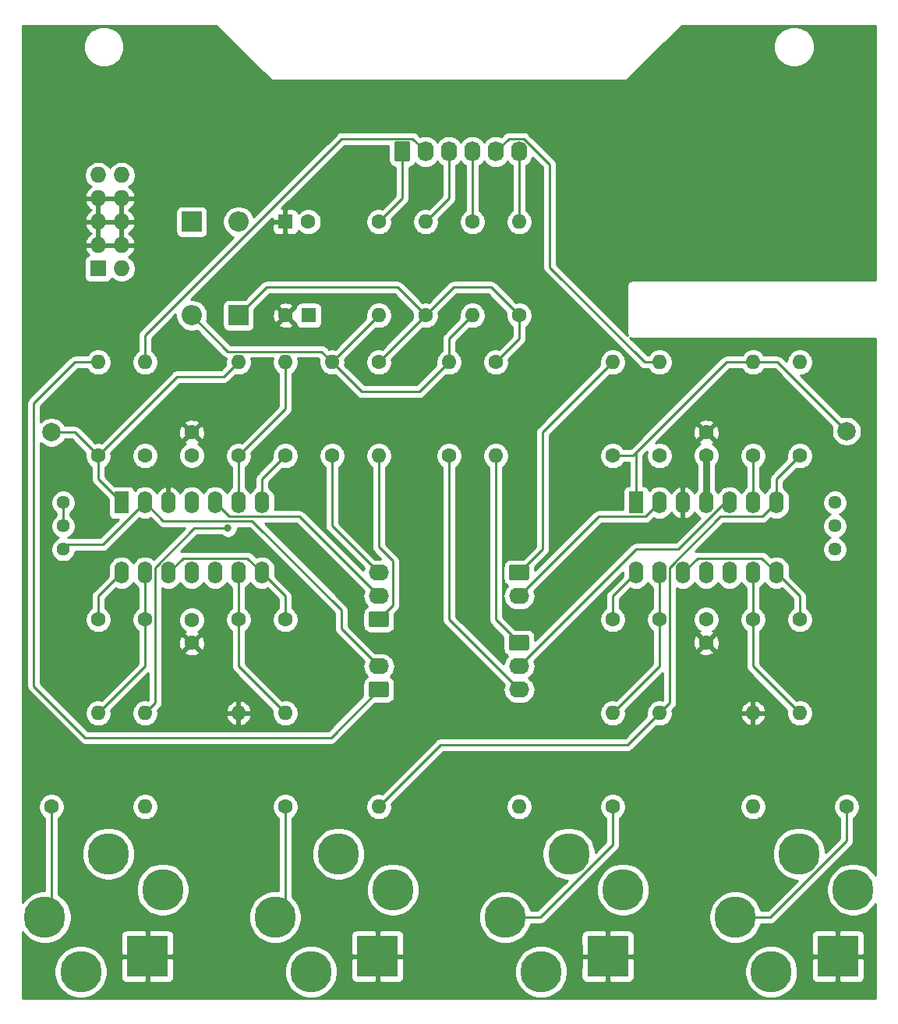
<source format=gbl>
G04 #@! TF.GenerationSoftware,KiCad,Pcbnew,6.0.5-a6ca702e91~116~ubuntu20.04.1*
G04 #@! TF.CreationDate,2022-06-21T20:26:15-04:00*
G04 #@! TF.ProjectId,joystick,6a6f7973-7469-4636-9b2e-6b696361645f,rev?*
G04 #@! TF.SameCoordinates,Original*
G04 #@! TF.FileFunction,Copper,L2,Bot*
G04 #@! TF.FilePolarity,Positive*
%FSLAX46Y46*%
G04 Gerber Fmt 4.6, Leading zero omitted, Abs format (unit mm)*
G04 Created by KiCad (PCBNEW 6.0.5-a6ca702e91~116~ubuntu20.04.1) date 2022-06-21 20:26:15*
%MOMM*%
%LPD*%
G01*
G04 APERTURE LIST*
G04 Aperture macros list*
%AMRoundRect*
0 Rectangle with rounded corners*
0 $1 Rounding radius*
0 $2 $3 $4 $5 $6 $7 $8 $9 X,Y pos of 4 corners*
0 Add a 4 corners polygon primitive as box body*
4,1,4,$2,$3,$4,$5,$6,$7,$8,$9,$2,$3,0*
0 Add four circle primitives for the rounded corners*
1,1,$1+$1,$2,$3*
1,1,$1+$1,$4,$5*
1,1,$1+$1,$6,$7*
1,1,$1+$1,$8,$9*
0 Add four rect primitives between the rounded corners*
20,1,$1+$1,$2,$3,$4,$5,0*
20,1,$1+$1,$4,$5,$6,$7,0*
20,1,$1+$1,$6,$7,$8,$9,0*
20,1,$1+$1,$8,$9,$2,$3,0*%
G04 Aperture macros list end*
G04 #@! TA.AperFunction,ComponentPad*
%ADD10C,4.500001*%
G04 #@! TD*
G04 #@! TA.AperFunction,ComponentPad*
%ADD11R,4.500001X4.500001*%
G04 #@! TD*
G04 #@! TA.AperFunction,ComponentPad*
%ADD12C,4.500000*%
G04 #@! TD*
G04 #@! TA.AperFunction,ComponentPad*
%ADD13R,1.600000X1.600000*%
G04 #@! TD*
G04 #@! TA.AperFunction,ComponentPad*
%ADD14C,1.600000*%
G04 #@! TD*
G04 #@! TA.AperFunction,ComponentPad*
%ADD15R,2.200000X2.200000*%
G04 #@! TD*
G04 #@! TA.AperFunction,ComponentPad*
%ADD16O,2.200000X2.200000*%
G04 #@! TD*
G04 #@! TA.AperFunction,ComponentPad*
%ADD17R,1.727200X1.727200*%
G04 #@! TD*
G04 #@! TA.AperFunction,ComponentPad*
%ADD18O,1.727200X1.727200*%
G04 #@! TD*
G04 #@! TA.AperFunction,ComponentPad*
%ADD19RoundRect,0.249999X-0.620001X-0.845001X0.620001X-0.845001X0.620001X0.845001X-0.620001X0.845001X0*%
G04 #@! TD*
G04 #@! TA.AperFunction,ComponentPad*
%ADD20O,1.740000X2.190000*%
G04 #@! TD*
G04 #@! TA.AperFunction,ComponentPad*
%ADD21O,1.600000X1.600000*%
G04 #@! TD*
G04 #@! TA.AperFunction,ComponentPad*
%ADD22R,1.600000X2.400000*%
G04 #@! TD*
G04 #@! TA.AperFunction,ComponentPad*
%ADD23O,1.600000X2.400000*%
G04 #@! TD*
G04 #@! TA.AperFunction,ComponentPad*
%ADD24RoundRect,0.249999X0.850001X-0.620001X0.850001X0.620001X-0.850001X0.620001X-0.850001X-0.620001X0*%
G04 #@! TD*
G04 #@! TA.AperFunction,ComponentPad*
%ADD25O,2.200000X1.740000*%
G04 #@! TD*
G04 #@! TA.AperFunction,ComponentPad*
%ADD26RoundRect,0.249999X-0.850001X0.620001X-0.850001X-0.620001X0.850001X-0.620001X0.850001X0.620001X0*%
G04 #@! TD*
G04 #@! TA.AperFunction,ComponentPad*
%ADD27C,1.440000*%
G04 #@! TD*
G04 #@! TA.AperFunction,SMDPad,CuDef*
%ADD28C,2.000000*%
G04 #@! TD*
G04 #@! TA.AperFunction,ViaPad*
%ADD29C,0.800000*%
G04 #@! TD*
G04 #@! TA.AperFunction,Conductor*
%ADD30C,0.250000*%
G04 #@! TD*
G04 #@! TA.AperFunction,Conductor*
%ADD31C,0.750000*%
G04 #@! TD*
G04 #@! TA.AperFunction,Conductor*
%ADD32C,0.254000*%
G04 #@! TD*
G04 APERTURE END LIST*
D10*
G04 #@! TO.P,J4,R*
G04 #@! TO.N,N/C*
X110000000Y-138600000D03*
G04 #@! TO.P,J4,RN*
X115900000Y-142500000D03*
D11*
G04 #@! TO.P,J4,S*
G04 #@! TO.N,GND*
X114240000Y-149740000D03*
D12*
G04 #@! TO.P,J4,T*
G04 #@! TO.N,/XOUT*
X103100000Y-145500000D03*
G04 #@! TO.P,J4,TN*
G04 #@! TO.N,N/C*
X107000000Y-151400000D03*
G04 #@! TD*
D10*
G04 #@! TO.P,J6,R*
G04 #@! TO.N,N/C*
X160000000Y-138600000D03*
G04 #@! TO.P,J6,RN*
X165900000Y-142500000D03*
D11*
G04 #@! TO.P,J6,S*
G04 #@! TO.N,GND*
X164240000Y-149740000D03*
D12*
G04 #@! TO.P,J6,T*
G04 #@! TO.N,/~{XOUT}*
X153100000Y-145500000D03*
G04 #@! TO.P,J6,TN*
G04 #@! TO.N,N/C*
X157000000Y-151400000D03*
G04 #@! TD*
D10*
G04 #@! TO.P,J11,R*
G04 #@! TO.N,N/C*
X135000000Y-138600000D03*
G04 #@! TO.P,J11,RN*
X140900000Y-142500000D03*
D11*
G04 #@! TO.P,J11,S*
G04 #@! TO.N,GND*
X139240000Y-149740000D03*
D12*
G04 #@! TO.P,J11,T*
G04 #@! TO.N,/Y channel/YOUT*
X128100000Y-145500000D03*
G04 #@! TO.P,J11,TN*
G04 #@! TO.N,N/C*
X132000000Y-151400000D03*
G04 #@! TD*
D10*
G04 #@! TO.P,J13,R*
G04 #@! TO.N,N/C*
X185000000Y-138600000D03*
G04 #@! TO.P,J13,RN*
X190900000Y-142500000D03*
D11*
G04 #@! TO.P,J13,S*
G04 #@! TO.N,GND*
X189240000Y-149740000D03*
D12*
G04 #@! TO.P,J13,T*
G04 #@! TO.N,/Y channel/~{YOUT}*
X178100000Y-145500000D03*
G04 #@! TO.P,J13,TN*
G04 #@! TO.N,N/C*
X182000000Y-151400000D03*
G04 #@! TD*
D13*
G04 #@! TO.P,C2,1*
G04 #@! TO.N,GND*
X129220000Y-70000000D03*
D14*
G04 #@! TO.P,C2,2*
G04 #@! TO.N,-12V*
X131720000Y-70000000D03*
G04 #@! TD*
D13*
G04 #@! TO.P,C1,1*
G04 #@! TO.N,+12V*
X131760000Y-80160000D03*
D14*
G04 #@! TO.P,C1,2*
G04 #@! TO.N,GND*
X129260000Y-80160000D03*
G04 #@! TD*
G04 #@! TO.P,C4,1*
G04 #@! TO.N,GND*
X119060000Y-115720000D03*
G04 #@! TO.P,C4,2*
G04 #@! TO.N,-12V*
X119060000Y-113220000D03*
G04 #@! TD*
G04 #@! TO.P,C3,1*
G04 #@! TO.N,+12V*
X119060000Y-95360000D03*
G04 #@! TO.P,C3,2*
G04 #@! TO.N,GND*
X119060000Y-92860000D03*
G04 #@! TD*
D15*
G04 #@! TO.P,D2,1*
G04 #@! TO.N,/-12_IN*
X119060000Y-70000000D03*
D16*
G04 #@! TO.P,D2,2*
G04 #@! TO.N,-12V*
X119060000Y-80160000D03*
G04 #@! TD*
D15*
G04 #@! TO.P,D1,1*
G04 #@! TO.N,+12V*
X124140000Y-80160000D03*
D16*
G04 #@! TO.P,D1,2*
G04 #@! TO.N,/+12_IN*
X124140000Y-70000000D03*
G04 #@! TD*
D17*
G04 #@! TO.P,J1,1*
G04 #@! TO.N,/-12_IN*
X108900000Y-75080000D03*
D18*
G04 #@! TO.P,J1,2*
X111440000Y-75080000D03*
G04 #@! TO.P,J1,3*
G04 #@! TO.N,GND*
X108900000Y-72540000D03*
G04 #@! TO.P,J1,4*
X111440000Y-72540000D03*
G04 #@! TO.P,J1,5*
X108900000Y-70000000D03*
G04 #@! TO.P,J1,6*
X111440000Y-70000000D03*
G04 #@! TO.P,J1,7*
X108900000Y-67460000D03*
G04 #@! TO.P,J1,8*
X111440000Y-67460000D03*
G04 #@! TO.P,J1,9*
G04 #@! TO.N,/+12_IN*
X108900000Y-64920000D03*
G04 #@! TO.P,J1,10*
X111440000Y-64920000D03*
G04 #@! TD*
D19*
G04 #@! TO.P,J5,1*
G04 #@! TO.N,XPOT_CCW*
X141920000Y-62380000D03*
D20*
G04 #@! TO.P,J5,2*
G04 #@! TO.N,XPOT_WIPER*
X144460000Y-62380000D03*
G04 #@! TO.P,J5,3*
G04 #@! TO.N,XPOT_CW*
X147000000Y-62380000D03*
G04 #@! TO.P,J5,4*
G04 #@! TO.N,YPOT_CCW*
X149540000Y-62380000D03*
G04 #@! TO.P,J5,5*
G04 #@! TO.N,YPOT_WIPER*
X152080000Y-62380000D03*
G04 #@! TO.P,J5,6*
G04 #@! TO.N,YPOT_CW*
X154620000Y-62380000D03*
G04 #@! TD*
D14*
G04 #@! TO.P,R3,1*
G04 #@! TO.N,Net-(R3-Pad1)*
X113980000Y-95400000D03*
D21*
G04 #@! TO.P,R3,2*
G04 #@! TO.N,XPOT_WIPER*
X113980000Y-85240000D03*
G04 #@! TD*
D14*
G04 #@! TO.P,R6,1*
G04 #@! TO.N,Net-(R6-Pad1)*
X108900000Y-95400000D03*
D21*
G04 #@! TO.P,R6,2*
G04 #@! TO.N,XRANGEPOT_WIPER*
X108900000Y-85240000D03*
G04 #@! TD*
D14*
G04 #@! TO.P,R7,1*
G04 #@! TO.N,Net-(R7-Pad1)*
X124140000Y-95400000D03*
D21*
G04 #@! TO.P,R7,2*
G04 #@! TO.N,Net-(R6-Pad1)*
X124140000Y-85240000D03*
G04 #@! TD*
D14*
G04 #@! TO.P,R8,1*
G04 #@! TO.N,Net-(R11-Pad2)*
X129220000Y-95400000D03*
D21*
G04 #@! TO.P,R8,2*
G04 #@! TO.N,Net-(R7-Pad1)*
X129220000Y-85240000D03*
G04 #@! TD*
D14*
G04 #@! TO.P,R9,1*
G04 #@! TO.N,Net-(R10-Pad2)*
X124140000Y-113180000D03*
D21*
G04 #@! TO.P,R9,2*
G04 #@! TO.N,GND*
X124140000Y-123340000D03*
G04 #@! TD*
D14*
G04 #@! TO.P,R10,1*
G04 #@! TO.N,Net-(R10-Pad1)*
X129220000Y-113180000D03*
D21*
G04 #@! TO.P,R10,2*
G04 #@! TO.N,Net-(R10-Pad2)*
X129220000Y-123340000D03*
G04 #@! TD*
D14*
G04 #@! TO.P,R11,1*
G04 #@! TO.N,/XOUT*
X103820000Y-133500000D03*
D21*
G04 #@! TO.P,R11,2*
G04 #@! TO.N,Net-(R11-Pad2)*
X113980000Y-133500000D03*
G04 #@! TD*
D14*
G04 #@! TO.P,R12,1*
G04 #@! TO.N,Net-(R12-Pad1)*
X113980000Y-113180000D03*
D21*
G04 #@! TO.P,R12,2*
G04 #@! TO.N,Net-(R11-Pad2)*
X113980000Y-123340000D03*
G04 #@! TD*
D14*
G04 #@! TO.P,R13,1*
G04 #@! TO.N,Net-(R13-Pad1)*
X108900000Y-113180000D03*
D21*
G04 #@! TO.P,R13,2*
G04 #@! TO.N,Net-(R12-Pad1)*
X108900000Y-123340000D03*
G04 #@! TD*
D14*
G04 #@! TO.P,R14,1*
G04 #@! TO.N,/~{XOUT}*
X164780000Y-133500000D03*
D21*
G04 #@! TO.P,R14,2*
G04 #@! TO.N,Net-(R13-Pad1)*
X154620000Y-133500000D03*
G04 #@! TD*
D22*
G04 #@! TO.P,U1,1*
G04 #@! TO.N,Net-(R6-Pad1)*
X111440000Y-100480000D03*
D23*
G04 #@! TO.P,U1,2*
G04 #@! TO.N,XRANGEPOT_CCW*
X113980000Y-100480000D03*
G04 #@! TO.P,U1,3*
G04 #@! TO.N,GND*
X116520000Y-100480000D03*
G04 #@! TO.P,U1,4*
G04 #@! TO.N,+12V*
X119060000Y-100480000D03*
G04 #@! TO.P,U1,5*
G04 #@! TO.N,XOFFPOT_WIPER*
X121600000Y-100480000D03*
G04 #@! TO.P,U1,6*
G04 #@! TO.N,Net-(R7-Pad1)*
X124140000Y-100480000D03*
G04 #@! TO.P,U1,7*
G04 #@! TO.N,Net-(R11-Pad2)*
X126680000Y-100480000D03*
G04 #@! TO.P,U1,8*
G04 #@! TO.N,Net-(R10-Pad1)*
X126680000Y-108100000D03*
G04 #@! TO.P,U1,9*
G04 #@! TO.N,Net-(R10-Pad2)*
X124140000Y-108100000D03*
G04 #@! TO.P,U1,10*
G04 #@! TO.N,XOFFPOT_WIPER*
X121600000Y-108100000D03*
G04 #@! TO.P,U1,11*
G04 #@! TO.N,-12V*
X119060000Y-108100000D03*
G04 #@! TO.P,U1,12*
G04 #@! TO.N,Net-(R10-Pad1)*
X116520000Y-108100000D03*
G04 #@! TO.P,U1,13*
G04 #@! TO.N,Net-(R12-Pad1)*
X113980000Y-108100000D03*
G04 #@! TO.P,U1,14*
G04 #@! TO.N,Net-(R13-Pad1)*
X111440000Y-108100000D03*
G04 #@! TD*
D14*
G04 #@! TO.P,R1,1*
G04 #@! TO.N,+12V*
X144460000Y-80160000D03*
D21*
G04 #@! TO.P,R1,2*
G04 #@! TO.N,XPOT_CW*
X144460000Y-70000000D03*
G04 #@! TD*
D14*
G04 #@! TO.P,R2,1*
G04 #@! TO.N,XPOT_CCW*
X139380000Y-70000000D03*
D21*
G04 #@! TO.P,R2,2*
G04 #@! TO.N,-12V*
X139380000Y-80160000D03*
G04 #@! TD*
D14*
G04 #@! TO.P,R4,1*
G04 #@! TO.N,+12V*
X139380000Y-85240000D03*
D21*
G04 #@! TO.P,R4,2*
G04 #@! TO.N,XOFFPOT_CW*
X139380000Y-95400000D03*
G04 #@! TD*
D14*
G04 #@! TO.P,R5,1*
G04 #@! TO.N,XOFFPOT_CCW*
X134300000Y-95400000D03*
D21*
G04 #@! TO.P,R5,2*
G04 #@! TO.N,-12V*
X134300000Y-85240000D03*
G04 #@! TD*
D14*
G04 #@! TO.P,C5,1*
G04 #@! TO.N,-12V*
X174940000Y-113180000D03*
G04 #@! TO.P,C5,2*
G04 #@! TO.N,GND*
X174940000Y-115680000D03*
G04 #@! TD*
G04 #@! TO.P,C6,1*
G04 #@! TO.N,GND*
X174940000Y-92860000D03*
G04 #@! TO.P,C6,2*
G04 #@! TO.N,+12V*
X174940000Y-95360000D03*
G04 #@! TD*
G04 #@! TO.P,R15,1*
G04 #@! TO.N,+12V*
X154620000Y-80160000D03*
D21*
G04 #@! TO.P,R15,2*
G04 #@! TO.N,YPOT_CW*
X154620000Y-70000000D03*
G04 #@! TD*
D14*
G04 #@! TO.P,R16,1*
G04 #@! TO.N,YPOT_CCW*
X149540000Y-70000000D03*
D21*
G04 #@! TO.P,R16,2*
G04 #@! TO.N,-12V*
X149540000Y-80160000D03*
G04 #@! TD*
D14*
G04 #@! TO.P,R18,1*
G04 #@! TO.N,+12V*
X152080000Y-85240000D03*
D21*
G04 #@! TO.P,R18,2*
G04 #@! TO.N,YOFFPOT_CW*
X152080000Y-95400000D03*
G04 #@! TD*
D14*
G04 #@! TO.P,R19,1*
G04 #@! TO.N,YOFFPOT_CCW*
X147000000Y-95400000D03*
D21*
G04 #@! TO.P,R19,2*
G04 #@! TO.N,-12V*
X147000000Y-85240000D03*
G04 #@! TD*
D14*
G04 #@! TO.P,R17,1*
G04 #@! TO.N,Net-(R17-Pad1)*
X169860000Y-95400000D03*
D21*
G04 #@! TO.P,R17,2*
G04 #@! TO.N,YPOT_WIPER*
X169860000Y-85240000D03*
G04 #@! TD*
D14*
G04 #@! TO.P,R21,1*
G04 #@! TO.N,Net-(R21-Pad1)*
X180020000Y-95400000D03*
D21*
G04 #@! TO.P,R21,2*
G04 #@! TO.N,Net-(R20-Pad1)*
X180020000Y-85240000D03*
G04 #@! TD*
D14*
G04 #@! TO.P,R22,1*
G04 #@! TO.N,Net-(R22-Pad1)*
X185100000Y-95400000D03*
D21*
G04 #@! TO.P,R22,2*
G04 #@! TO.N,Net-(R21-Pad1)*
X185100000Y-85240000D03*
G04 #@! TD*
D14*
G04 #@! TO.P,R23,1*
G04 #@! TO.N,Net-(R23-Pad1)*
X180020000Y-113180000D03*
D21*
G04 #@! TO.P,R23,2*
G04 #@! TO.N,GND*
X180020000Y-123340000D03*
G04 #@! TD*
D14*
G04 #@! TO.P,R24,1*
G04 #@! TO.N,Net-(R24-Pad1)*
X185100000Y-113180000D03*
D21*
G04 #@! TO.P,R24,2*
G04 #@! TO.N,Net-(R23-Pad1)*
X185100000Y-123340000D03*
G04 #@! TD*
D14*
G04 #@! TO.P,R25,1*
G04 #@! TO.N,/Y channel/YOUT*
X129220000Y-133500000D03*
D21*
G04 #@! TO.P,R25,2*
G04 #@! TO.N,Net-(R22-Pad1)*
X139380000Y-133500000D03*
G04 #@! TD*
D14*
G04 #@! TO.P,R26,1*
G04 #@! TO.N,Net-(R26-Pad1)*
X169860000Y-113180000D03*
D21*
G04 #@! TO.P,R26,2*
G04 #@! TO.N,Net-(R22-Pad1)*
X169860000Y-123340000D03*
G04 #@! TD*
D14*
G04 #@! TO.P,R27,1*
G04 #@! TO.N,Net-(R27-Pad1)*
X164780000Y-113180000D03*
D21*
G04 #@! TO.P,R27,2*
G04 #@! TO.N,Net-(R26-Pad1)*
X164780000Y-123340000D03*
G04 #@! TD*
D14*
G04 #@! TO.P,R28,1*
G04 #@! TO.N,/Y channel/~{YOUT}*
X190180000Y-133500000D03*
D21*
G04 #@! TO.P,R28,2*
G04 #@! TO.N,Net-(R27-Pad1)*
X180020000Y-133500000D03*
G04 #@! TD*
D24*
G04 #@! TO.P,J7,1*
G04 #@! TO.N,XOFFPOT_CW*
X139380000Y-113180000D03*
D25*
G04 #@! TO.P,J7,2*
G04 #@! TO.N,XOFFPOT_WIPER*
X139380000Y-110640000D03*
G04 #@! TO.P,J7,3*
G04 #@! TO.N,XOFFPOT_CCW*
X139380000Y-108100000D03*
G04 #@! TD*
D24*
G04 #@! TO.P,J8,1*
G04 #@! TO.N,XRANGEPOT_WIPER*
X139380000Y-120800000D03*
D25*
G04 #@! TO.P,J8,2*
G04 #@! TO.N,XRANGEPOT_CCW*
X139380000Y-118260000D03*
G04 #@! TD*
D26*
G04 #@! TO.P,J12,1*
G04 #@! TO.N,YOFFPOT_CW*
X154620000Y-115720000D03*
D25*
G04 #@! TO.P,J12,2*
G04 #@! TO.N,YOFFPOT_WIPER*
X154620000Y-118260000D03*
G04 #@! TO.P,J12,3*
G04 #@! TO.N,YOFFPOT_CCW*
X154620000Y-120800000D03*
G04 #@! TD*
D26*
G04 #@! TO.P,J14,1*
G04 #@! TO.N,YRANGEPOT_WIPER*
X154620000Y-108100000D03*
D25*
G04 #@! TO.P,J14,2*
G04 #@! TO.N,YRANGEPOT_CCW*
X154620000Y-110640000D03*
G04 #@! TD*
D14*
G04 #@! TO.P,R20,1*
G04 #@! TO.N,Net-(R20-Pad1)*
X164780000Y-95400000D03*
D21*
G04 #@! TO.P,R20,2*
G04 #@! TO.N,YRANGEPOT_WIPER*
X164780000Y-85240000D03*
G04 #@! TD*
D27*
G04 #@! TO.P,RV1,1*
G04 #@! TO.N,XRANGEPOT_CCW*
X105090000Y-105560000D03*
G04 #@! TO.P,RV1,2*
G04 #@! TO.N,Net-(R3-Pad1)*
X105090000Y-103020000D03*
G04 #@! TO.P,RV1,3*
X105090000Y-100480000D03*
G04 #@! TD*
G04 #@! TO.P,RV4,1*
G04 #@! TO.N,YRANGEPOT_CCW*
X188910000Y-105560000D03*
G04 #@! TO.P,RV4,2*
G04 #@! TO.N,Net-(R17-Pad1)*
X188910000Y-103020000D03*
G04 #@! TO.P,RV4,3*
X188910000Y-100480000D03*
G04 #@! TD*
D28*
G04 #@! TO.P,TP1,1*
G04 #@! TO.N,Net-(R6-Pad1)*
X103820000Y-92860000D03*
G04 #@! TD*
G04 #@! TO.P,TP2,1*
G04 #@! TO.N,Net-(R20-Pad1)*
X190180000Y-92733000D03*
G04 #@! TD*
D22*
G04 #@! TO.P,U2,1*
G04 #@! TO.N,Net-(R20-Pad1)*
X167320000Y-100480000D03*
D23*
G04 #@! TO.P,U2,2*
G04 #@! TO.N,YRANGEPOT_CCW*
X169860000Y-100480000D03*
G04 #@! TO.P,U2,3*
G04 #@! TO.N,GND*
X172400000Y-100480000D03*
G04 #@! TO.P,U2,4*
G04 #@! TO.N,+12V*
X174940000Y-100480000D03*
G04 #@! TO.P,U2,5*
G04 #@! TO.N,YOFFPOT_WIPER*
X177480000Y-100480000D03*
G04 #@! TO.P,U2,6*
G04 #@! TO.N,Net-(R21-Pad1)*
X180020000Y-100480000D03*
G04 #@! TO.P,U2,7*
G04 #@! TO.N,Net-(R22-Pad1)*
X182560000Y-100480000D03*
G04 #@! TO.P,U2,8*
G04 #@! TO.N,Net-(R24-Pad1)*
X182560000Y-108100000D03*
G04 #@! TO.P,U2,9*
G04 #@! TO.N,Net-(R23-Pad1)*
X180020000Y-108100000D03*
G04 #@! TO.P,U2,10*
G04 #@! TO.N,YOFFPOT_WIPER*
X177480000Y-108100000D03*
G04 #@! TO.P,U2,11*
G04 #@! TO.N,-12V*
X174940000Y-108100000D03*
G04 #@! TO.P,U2,12*
G04 #@! TO.N,Net-(R24-Pad1)*
X172400000Y-108100000D03*
G04 #@! TO.P,U2,13*
G04 #@! TO.N,Net-(R26-Pad1)*
X169860000Y-108100000D03*
G04 #@! TO.P,U2,14*
G04 #@! TO.N,Net-(R27-Pad1)*
X167320000Y-108100000D03*
G04 #@! TD*
D29*
G04 #@! TO.N,Net-(R11-Pad2)*
X122997000Y-103274000D03*
G04 #@! TD*
D30*
G04 #@! TO.N,+12V*
X154620000Y-80160000D02*
X154620000Y-82700000D01*
X144460000Y-80160000D02*
X141412000Y-77112000D01*
X144460000Y-80160000D02*
X147508000Y-77112000D01*
D31*
X174940000Y-95360000D02*
X174940000Y-100480000D01*
D30*
X147508000Y-77112000D02*
X151572000Y-77112000D01*
X154620000Y-82700000D02*
X152080000Y-85240000D01*
X141412000Y-77112000D02*
X127188000Y-77112000D01*
X139380000Y-85240000D02*
X144460000Y-80160000D01*
X151572000Y-77112000D02*
X154620000Y-80160000D01*
X127188000Y-77112000D02*
X124140000Y-80160000D01*
G04 #@! TO.N,-12V*
X147000000Y-85240000D02*
X147000000Y-82700000D01*
X134300000Y-85240000D02*
X139380000Y-80160000D01*
X133124999Y-84064999D02*
X122964999Y-84064999D01*
X143788000Y-88452000D02*
X147000000Y-85240000D01*
X134300000Y-85240000D02*
X133124999Y-84064999D01*
X137512000Y-88452000D02*
X143788000Y-88452000D01*
X122964999Y-84064999D02*
X119060000Y-80160000D01*
X147000000Y-82700000D02*
X149540000Y-80160000D01*
X134300000Y-85240000D02*
X137512000Y-88452000D01*
G04 #@! TO.N,/XOUT*
X103820000Y-133500000D02*
X103820000Y-144780000D01*
X103820000Y-144780000D02*
X103100000Y-145500000D01*
G04 #@! TO.N,/~{XOUT}*
X164780000Y-133500000D02*
X164780000Y-137631002D01*
X164780000Y-137631002D02*
X156911002Y-145500000D01*
X156911002Y-145500000D02*
X153100000Y-145500000D01*
G04 #@! TO.N,Net-(R6-Pad1)*
X108900000Y-95400000D02*
X117484988Y-86815012D01*
X108900000Y-97940000D02*
X111440000Y-100480000D01*
X122564988Y-86815012D02*
X124140000Y-85240000D01*
X117484988Y-86815012D02*
X122564988Y-86815012D01*
X106360000Y-92860000D02*
X103820000Y-92860000D01*
X108900000Y-95400000D02*
X106360000Y-92860000D01*
X108900000Y-95400000D02*
X108900000Y-97940000D01*
G04 #@! TO.N,Net-(R7-Pad1)*
X124140000Y-100480000D02*
X124140000Y-95400000D01*
X129220000Y-90320000D02*
X124140000Y-95400000D01*
X129220000Y-85240000D02*
X129220000Y-90320000D01*
G04 #@! TO.N,Net-(R10-Pad2)*
X124140000Y-108100000D02*
X124140000Y-113180000D01*
X124140000Y-113180000D02*
X124140000Y-118260000D01*
X124140000Y-118260000D02*
X129220000Y-123340000D01*
G04 #@! TO.N,Net-(R10-Pad1)*
X125104990Y-106524990D02*
X118095010Y-106524990D01*
X129220000Y-113180000D02*
X129220000Y-110640000D01*
X126680000Y-108100000D02*
X125104990Y-106524990D01*
X129220000Y-110640000D02*
X126680000Y-108100000D01*
X118095010Y-106524990D02*
X116520000Y-108100000D01*
G04 #@! TO.N,Net-(R20-Pad1)*
X167320000Y-95066000D02*
X177146000Y-85240000D01*
X164780000Y-95400000D02*
X166986000Y-95400000D01*
X177146000Y-85240000D02*
X180020000Y-85240000D01*
X182687000Y-85240000D02*
X190180000Y-92733000D01*
X166986000Y-95400000D02*
X167320000Y-95066000D01*
X167320000Y-100480000D02*
X167320000Y-95066000D01*
X180020000Y-85240000D02*
X182687000Y-85240000D01*
G04 #@! TO.N,Net-(R21-Pad1)*
X180020000Y-100480000D02*
X180020000Y-95400000D01*
G04 #@! TO.N,Net-(R22-Pad1)*
X169860000Y-123340000D02*
X166431000Y-126769000D01*
X181034990Y-102005010D02*
X182560000Y-100480000D01*
X182560000Y-100480000D02*
X182560000Y-97940000D01*
X166431000Y-126769000D02*
X146111000Y-126769000D01*
X169860000Y-123340000D02*
X170985001Y-122214999D01*
X170985001Y-122214999D02*
X170985001Y-107523995D01*
X182560000Y-97940000D02*
X185100000Y-95400000D01*
X176503986Y-102005010D02*
X181034990Y-102005010D01*
X146111000Y-126769000D02*
X139380000Y-133500000D01*
X170985001Y-107523995D02*
X176503986Y-102005010D01*
G04 #@! TO.N,Net-(R23-Pad1)*
X180020000Y-118260000D02*
X185100000Y-123340000D01*
X180020000Y-113180000D02*
X180020000Y-118260000D01*
X180020000Y-113180000D02*
X180020000Y-108100000D01*
G04 #@! TO.N,Net-(R24-Pad1)*
X180984990Y-106524990D02*
X173975010Y-106524990D01*
X185100000Y-113180000D02*
X185100000Y-110640000D01*
X182560000Y-108100000D02*
X180984990Y-106524990D01*
X173975010Y-106524990D02*
X172400000Y-108100000D01*
X185100000Y-110640000D02*
X182560000Y-108100000D01*
G04 #@! TO.N,Net-(R26-Pad1)*
X164780000Y-123340000D02*
X169860000Y-118260000D01*
X169860000Y-113180000D02*
X169860000Y-108100000D01*
X169860000Y-118260000D02*
X169860000Y-113180000D01*
G04 #@! TO.N,Net-(R27-Pad1)*
X164780000Y-113180000D02*
X164780000Y-110640000D01*
X164780000Y-110640000D02*
X167320000Y-108100000D01*
G04 #@! TO.N,YPOT_CW*
X154620000Y-62380000D02*
X154620000Y-70000000D01*
G04 #@! TO.N,YPOT_WIPER*
X169860000Y-85240000D02*
X168240000Y-85240000D01*
X157922000Y-74922000D02*
X157922000Y-63767001D01*
X157922000Y-63767001D02*
X155114989Y-60959990D01*
X153500010Y-60959990D02*
X152080000Y-62380000D01*
X168240000Y-85240000D02*
X157922000Y-74922000D01*
X155114989Y-60959990D02*
X153500010Y-60959990D01*
G04 #@! TO.N,YPOT_CCW*
X149540000Y-62380000D02*
X149540000Y-70000000D01*
G04 #@! TO.N,XPOT_CW*
X147000000Y-67460000D02*
X144460000Y-70000000D01*
X147000000Y-62380000D02*
X147000000Y-67460000D01*
G04 #@! TO.N,XPOT_WIPER*
X144460000Y-62380000D02*
X143039990Y-60959990D01*
X135339010Y-60959990D02*
X113980000Y-82319000D01*
X113980000Y-82319000D02*
X113980000Y-85240000D01*
X143039990Y-60959990D02*
X135339010Y-60959990D01*
G04 #@! TO.N,XPOT_CCW*
X141920000Y-62380000D02*
X141920000Y-67460000D01*
X141920000Y-67460000D02*
X139380000Y-70000000D01*
G04 #@! TO.N,YRANGEPOT_WIPER*
X157160000Y-105560000D02*
X157160000Y-92860000D01*
X154620000Y-108100000D02*
X157160000Y-105560000D01*
X157160000Y-92860000D02*
X164780000Y-85240000D01*
G04 #@! TO.N,YRANGEPOT_CCW*
X163254999Y-102005001D02*
X154620000Y-110640000D01*
X168334999Y-102005001D02*
X163254999Y-102005001D01*
X169860000Y-100480000D02*
X168334999Y-102005001D01*
G04 #@! TO.N,YOFFPOT_CW*
X152080000Y-95400000D02*
X152080000Y-113180000D01*
X152080000Y-113180000D02*
X154620000Y-115720000D01*
G04 #@! TO.N,YOFFPOT_WIPER*
X171921715Y-105560000D02*
X167320000Y-105560000D01*
X167320000Y-105560000D02*
X154620000Y-118260000D01*
X177480000Y-100480000D02*
X177001715Y-100480000D01*
X177001715Y-100480000D02*
X171921715Y-105560000D01*
G04 #@! TO.N,YOFFPOT_CCW*
X147000000Y-113180000D02*
X154620000Y-120800000D01*
X147000000Y-95400000D02*
X147000000Y-113180000D01*
G04 #@! TO.N,XRANGEPOT_WIPER*
X134180000Y-126000000D02*
X139380000Y-120800000D01*
X106360000Y-85240000D02*
X101915000Y-89685000D01*
X101915000Y-89685000D02*
X101915000Y-120415000D01*
X107500000Y-126000000D02*
X134180000Y-126000000D01*
X108900000Y-85240000D02*
X106360000Y-85240000D01*
X101915000Y-120415000D02*
X107500000Y-126000000D01*
G04 #@! TO.N,XRANGEPOT_CCW*
X115955021Y-102455021D02*
X113980000Y-100480000D01*
X125607021Y-102455021D02*
X115955021Y-102455021D01*
X109420000Y-105040000D02*
X113980000Y-100480000D01*
X105610000Y-105040000D02*
X109420000Y-105040000D01*
X139380000Y-118260000D02*
X135316000Y-114196000D01*
X135316000Y-112164000D02*
X125607021Y-102455021D01*
X105090000Y-105560000D02*
X105610000Y-105040000D01*
X135316000Y-114196000D02*
X135316000Y-112164000D01*
G04 #@! TO.N,XOFFPOT_CW*
X140904000Y-111656000D02*
X139380000Y-113180000D01*
X140904000Y-106830000D02*
X140904000Y-111656000D01*
X139380000Y-95400000D02*
X139380000Y-105306000D01*
X139380000Y-105306000D02*
X140904000Y-106830000D01*
G04 #@! TO.N,XOFFPOT_WIPER*
X139380000Y-110640000D02*
X130745010Y-102005010D01*
X123125010Y-102005010D02*
X121600000Y-100480000D01*
X130745010Y-102005010D02*
X123125010Y-102005010D01*
G04 #@! TO.N,XOFFPOT_CCW*
X134300000Y-103020000D02*
X139380000Y-108100000D01*
X134300000Y-95400000D02*
X134300000Y-103020000D01*
G04 #@! TO.N,/Y channel/YOUT*
X129220000Y-144380000D02*
X128100000Y-145500000D01*
X129220000Y-133500000D02*
X129220000Y-144380000D01*
G04 #@! TO.N,/Y channel/~{YOUT}*
X181911002Y-145500000D02*
X178100000Y-145500000D01*
X190180000Y-133500000D02*
X190180000Y-137231002D01*
X190180000Y-137231002D02*
X181911002Y-145500000D01*
G04 #@! TO.N,Net-(R11-Pad2)*
X115105001Y-122214999D02*
X115105001Y-107523995D01*
X115105001Y-107523995D02*
X119354996Y-103274000D01*
X126680000Y-97940000D02*
X129220000Y-95400000D01*
X119354996Y-103274000D02*
X122997000Y-103274000D01*
X113980000Y-123340000D02*
X115105001Y-122214999D01*
X126680000Y-100480000D02*
X126680000Y-97940000D01*
G04 #@! TO.N,Net-(R12-Pad1)*
X113980000Y-113180000D02*
X113980000Y-118260000D01*
X113980000Y-118260000D02*
X108900000Y-123340000D01*
X113980000Y-108100000D02*
X113980000Y-113180000D01*
G04 #@! TO.N,Net-(R13-Pad1)*
X108900000Y-110640000D02*
X111440000Y-108100000D01*
X108900000Y-113180000D02*
X108900000Y-110640000D01*
G04 #@! TO.N,Net-(R3-Pad1)*
X105090000Y-100480000D02*
X105090000Y-103020000D01*
G04 #@! TD*
G04 #@! TO.N,GND*
D32*
X127491842Y-54460578D02*
X127513289Y-54486711D01*
X127617593Y-54572312D01*
X127736594Y-54635919D01*
X127826547Y-54663206D01*
X127865716Y-54675088D01*
X127878766Y-54676373D01*
X127966353Y-54685000D01*
X127966360Y-54685000D01*
X127999999Y-54688313D01*
X128033638Y-54685000D01*
X165966361Y-54685000D01*
X166000000Y-54688313D01*
X166033639Y-54685000D01*
X166033647Y-54685000D01*
X166134283Y-54675088D01*
X166263406Y-54635919D01*
X166382407Y-54572312D01*
X166486711Y-54486711D01*
X166508158Y-54460578D01*
X170188864Y-50779872D01*
X182265000Y-50779872D01*
X182265000Y-51220128D01*
X182350890Y-51651925D01*
X182519369Y-52058669D01*
X182763962Y-52424729D01*
X183075271Y-52736038D01*
X183441331Y-52980631D01*
X183848075Y-53149110D01*
X184279872Y-53235000D01*
X184720128Y-53235000D01*
X185151925Y-53149110D01*
X185558669Y-52980631D01*
X185924729Y-52736038D01*
X186236038Y-52424729D01*
X186480631Y-52058669D01*
X186649110Y-51651925D01*
X186735000Y-51220128D01*
X186735000Y-50779872D01*
X186649110Y-50348075D01*
X186480631Y-49941331D01*
X186236038Y-49575271D01*
X185924729Y-49263962D01*
X185558669Y-49019369D01*
X185151925Y-48850890D01*
X184720128Y-48765000D01*
X184279872Y-48765000D01*
X183848075Y-48850890D01*
X183441331Y-49019369D01*
X183075271Y-49263962D01*
X182763962Y-49575271D01*
X182519369Y-49941331D01*
X182350890Y-50348075D01*
X182265000Y-50779872D01*
X170188864Y-50779872D01*
X172283736Y-48685000D01*
X193315001Y-48685000D01*
X193315000Y-76315000D01*
X167033647Y-76315000D01*
X167000000Y-76311686D01*
X166966353Y-76315000D01*
X166865717Y-76324912D01*
X166736594Y-76364081D01*
X166617593Y-76427688D01*
X166513289Y-76513289D01*
X166427688Y-76617593D01*
X166364081Y-76736594D01*
X166324912Y-76865717D01*
X166311686Y-77000000D01*
X166315000Y-77033646D01*
X166315001Y-81966343D01*
X166311686Y-82000000D01*
X166324912Y-82134283D01*
X166364081Y-82263406D01*
X166393790Y-82318989D01*
X158682000Y-74607199D01*
X158682000Y-63804323D01*
X158685676Y-63767000D01*
X158682000Y-63729677D01*
X158682000Y-63729668D01*
X158671003Y-63618015D01*
X158627546Y-63474754D01*
X158586656Y-63398255D01*
X158556974Y-63342724D01*
X158485799Y-63255998D01*
X158462001Y-63227000D01*
X158433003Y-63203202D01*
X155678793Y-60448993D01*
X155654990Y-60419989D01*
X155539265Y-60325016D01*
X155407236Y-60254444D01*
X155263975Y-60210987D01*
X155152322Y-60199990D01*
X155152311Y-60199990D01*
X155114989Y-60196314D01*
X155077667Y-60199990D01*
X153537332Y-60199990D01*
X153500009Y-60196314D01*
X153462686Y-60199990D01*
X153462677Y-60199990D01*
X153351024Y-60210987D01*
X153207763Y-60254444D01*
X153075734Y-60325016D01*
X153075732Y-60325017D01*
X153075733Y-60325017D01*
X152989006Y-60396191D01*
X152989002Y-60396195D01*
X152960009Y-60419989D01*
X152936215Y-60448982D01*
X152634663Y-60750535D01*
X152375031Y-60671776D01*
X152080000Y-60642718D01*
X151784968Y-60671776D01*
X151501275Y-60757834D01*
X151239821Y-60897583D01*
X151010655Y-61085655D01*
X150822583Y-61314822D01*
X150810000Y-61338363D01*
X150797417Y-61314821D01*
X150609345Y-61085655D01*
X150380178Y-60897583D01*
X150118724Y-60757834D01*
X149835031Y-60671776D01*
X149540000Y-60642718D01*
X149244968Y-60671776D01*
X148961275Y-60757834D01*
X148699821Y-60897583D01*
X148470655Y-61085655D01*
X148282583Y-61314822D01*
X148270000Y-61338363D01*
X148257417Y-61314821D01*
X148069345Y-61085655D01*
X147840178Y-60897583D01*
X147578724Y-60757834D01*
X147295031Y-60671776D01*
X147000000Y-60642718D01*
X146704968Y-60671776D01*
X146421275Y-60757834D01*
X146159821Y-60897583D01*
X145930655Y-61085655D01*
X145742583Y-61314822D01*
X145730000Y-61338363D01*
X145717417Y-61314821D01*
X145529345Y-61085655D01*
X145300178Y-60897583D01*
X145038724Y-60757834D01*
X144755031Y-60671776D01*
X144460000Y-60642718D01*
X144164968Y-60671776D01*
X143905336Y-60750535D01*
X143603793Y-60448992D01*
X143579991Y-60419989D01*
X143464266Y-60325016D01*
X143332237Y-60254444D01*
X143188976Y-60210987D01*
X143077323Y-60199990D01*
X143077312Y-60199990D01*
X143039990Y-60196314D01*
X143002668Y-60199990D01*
X135376343Y-60199990D01*
X135339010Y-60196313D01*
X135301677Y-60199990D01*
X135190024Y-60210987D01*
X135046763Y-60254444D01*
X134914734Y-60325016D01*
X134799009Y-60419989D01*
X134775211Y-60448987D01*
X125785466Y-69438732D01*
X125677537Y-69178169D01*
X125487663Y-68894002D01*
X125245998Y-68652337D01*
X124961831Y-68462463D01*
X124646081Y-68331675D01*
X124310883Y-68265000D01*
X123969117Y-68265000D01*
X123633919Y-68331675D01*
X123318169Y-68462463D01*
X123034002Y-68652337D01*
X122792337Y-68894002D01*
X122602463Y-69178169D01*
X122471675Y-69493919D01*
X122405000Y-69829117D01*
X122405000Y-70170883D01*
X122471675Y-70506081D01*
X122602463Y-70821831D01*
X122792337Y-71105998D01*
X123034002Y-71347663D01*
X123318169Y-71537537D01*
X123578733Y-71645466D01*
X113469003Y-81755196D01*
X113439999Y-81778999D01*
X113399519Y-81828325D01*
X113345026Y-81894724D01*
X113274455Y-82026753D01*
X113274454Y-82026754D01*
X113230997Y-82170015D01*
X113220000Y-82281668D01*
X113220000Y-82281678D01*
X113216324Y-82319000D01*
X113220000Y-82356323D01*
X113220001Y-84021956D01*
X113065241Y-84125363D01*
X112865363Y-84325241D01*
X112708320Y-84560273D01*
X112600147Y-84821426D01*
X112545000Y-85098665D01*
X112545000Y-85381335D01*
X112600147Y-85658574D01*
X112708320Y-85919727D01*
X112865363Y-86154759D01*
X113065241Y-86354637D01*
X113300273Y-86511680D01*
X113561426Y-86619853D01*
X113838665Y-86675000D01*
X114121335Y-86675000D01*
X114398574Y-86619853D01*
X114659727Y-86511680D01*
X114894759Y-86354637D01*
X115094637Y-86154759D01*
X115251680Y-85919727D01*
X115359853Y-85658574D01*
X115415000Y-85381335D01*
X115415000Y-85098665D01*
X115359853Y-84821426D01*
X115251680Y-84560273D01*
X115094637Y-84325241D01*
X114894759Y-84125363D01*
X114740000Y-84021957D01*
X114740000Y-82633801D01*
X117325000Y-80048801D01*
X117325000Y-80330883D01*
X117391675Y-80666081D01*
X117522463Y-80981831D01*
X117712337Y-81265998D01*
X117954002Y-81507663D01*
X118238169Y-81697537D01*
X118553919Y-81828325D01*
X118889117Y-81895000D01*
X119230883Y-81895000D01*
X119566081Y-81828325D01*
X119627912Y-81802714D01*
X122401199Y-84576001D01*
X122424998Y-84605000D01*
X122453996Y-84628798D01*
X122540723Y-84699973D01*
X122672752Y-84770545D01*
X122769115Y-84799776D01*
X122760147Y-84821426D01*
X122705000Y-85098665D01*
X122705000Y-85381335D01*
X122741312Y-85563886D01*
X122250187Y-86055012D01*
X117522310Y-86055012D01*
X117484987Y-86051336D01*
X117447664Y-86055012D01*
X117447655Y-86055012D01*
X117336002Y-86066009D01*
X117192741Y-86109466D01*
X117060712Y-86180038D01*
X117060710Y-86180039D01*
X117060711Y-86180039D01*
X116973984Y-86251213D01*
X116973980Y-86251217D01*
X116944987Y-86275011D01*
X116921193Y-86304004D01*
X109223887Y-94001312D01*
X109041335Y-93965000D01*
X108758665Y-93965000D01*
X108576114Y-94001312D01*
X106923804Y-92349003D01*
X106900001Y-92319999D01*
X106784276Y-92225026D01*
X106652247Y-92154454D01*
X106508986Y-92110997D01*
X106397333Y-92100000D01*
X106397322Y-92100000D01*
X106360000Y-92096324D01*
X106322678Y-92100000D01*
X105274909Y-92100000D01*
X105268918Y-92085537D01*
X105089987Y-91817748D01*
X104862252Y-91590013D01*
X104594463Y-91411082D01*
X104296912Y-91287832D01*
X103981033Y-91225000D01*
X103658967Y-91225000D01*
X103343088Y-91287832D01*
X103045537Y-91411082D01*
X102777748Y-91590013D01*
X102675000Y-91692761D01*
X102675000Y-89999801D01*
X106674802Y-86000000D01*
X107681957Y-86000000D01*
X107785363Y-86154759D01*
X107985241Y-86354637D01*
X108220273Y-86511680D01*
X108481426Y-86619853D01*
X108758665Y-86675000D01*
X109041335Y-86675000D01*
X109318574Y-86619853D01*
X109579727Y-86511680D01*
X109814759Y-86354637D01*
X110014637Y-86154759D01*
X110171680Y-85919727D01*
X110279853Y-85658574D01*
X110335000Y-85381335D01*
X110335000Y-85098665D01*
X110279853Y-84821426D01*
X110171680Y-84560273D01*
X110014637Y-84325241D01*
X109814759Y-84125363D01*
X109579727Y-83968320D01*
X109318574Y-83860147D01*
X109041335Y-83805000D01*
X108758665Y-83805000D01*
X108481426Y-83860147D01*
X108220273Y-83968320D01*
X107985241Y-84125363D01*
X107785363Y-84325241D01*
X107681957Y-84480000D01*
X106397322Y-84480000D01*
X106359999Y-84476324D01*
X106322676Y-84480000D01*
X106322667Y-84480000D01*
X106211014Y-84490997D01*
X106067753Y-84534454D01*
X105935724Y-84605026D01*
X105819999Y-84699999D01*
X105796201Y-84728997D01*
X101404003Y-89121196D01*
X101374999Y-89144999D01*
X101329039Y-89201002D01*
X101280026Y-89260724D01*
X101209455Y-89392753D01*
X101209454Y-89392754D01*
X101165997Y-89536015D01*
X101155000Y-89647668D01*
X101155000Y-89647678D01*
X101151324Y-89685000D01*
X101155000Y-89722322D01*
X101155001Y-120377667D01*
X101151324Y-120415000D01*
X101155001Y-120452333D01*
X101160460Y-120507753D01*
X101165998Y-120563985D01*
X101209454Y-120707246D01*
X101280026Y-120839276D01*
X101351201Y-120926002D01*
X101375000Y-120955001D01*
X101403998Y-120978799D01*
X106936201Y-126511003D01*
X106959999Y-126540001D01*
X107075724Y-126634974D01*
X107207753Y-126705546D01*
X107351014Y-126749003D01*
X107462667Y-126760000D01*
X107462675Y-126760000D01*
X107500000Y-126763676D01*
X107537325Y-126760000D01*
X134142678Y-126760000D01*
X134180000Y-126763676D01*
X134217322Y-126760000D01*
X134217333Y-126760000D01*
X134328986Y-126749003D01*
X134472247Y-126705546D01*
X134604276Y-126634974D01*
X134720001Y-126540001D01*
X134743804Y-126510997D01*
X138946730Y-122308072D01*
X140230001Y-122308072D01*
X140403255Y-122291008D01*
X140569851Y-122240472D01*
X140723387Y-122158405D01*
X140857962Y-122047962D01*
X140968405Y-121913387D01*
X141050472Y-121759851D01*
X141101008Y-121593255D01*
X141118072Y-121420001D01*
X141118072Y-120179999D01*
X141101008Y-120006745D01*
X141050472Y-119840149D01*
X140968405Y-119686613D01*
X140857962Y-119552038D01*
X140723387Y-119441595D01*
X140613886Y-119383066D01*
X140679345Y-119329345D01*
X140867417Y-119100179D01*
X141007166Y-118838725D01*
X141093224Y-118555032D01*
X141122282Y-118260000D01*
X141093224Y-117964968D01*
X141007166Y-117681275D01*
X140867417Y-117419821D01*
X140679345Y-117190655D01*
X140450179Y-117002583D01*
X140188725Y-116862834D01*
X139905032Y-116776776D01*
X139683936Y-116755000D01*
X139076064Y-116755000D01*
X138961122Y-116766321D01*
X136076000Y-113881199D01*
X136076000Y-112201325D01*
X136079676Y-112164000D01*
X136076000Y-112126675D01*
X136076000Y-112126667D01*
X136065003Y-112015014D01*
X136021546Y-111871753D01*
X135950974Y-111739724D01*
X135856001Y-111623999D01*
X135827003Y-111600201D01*
X126991811Y-102765010D01*
X130430209Y-102765010D01*
X137746699Y-110081500D01*
X137666776Y-110344968D01*
X137637718Y-110640000D01*
X137666776Y-110935032D01*
X137752834Y-111218725D01*
X137892583Y-111480179D01*
X138080655Y-111709345D01*
X138146114Y-111763066D01*
X138036613Y-111821595D01*
X137902038Y-111932038D01*
X137791595Y-112066613D01*
X137709528Y-112220149D01*
X137658992Y-112386745D01*
X137641928Y-112559999D01*
X137641928Y-113800001D01*
X137658992Y-113973255D01*
X137709528Y-114139851D01*
X137791595Y-114293387D01*
X137902038Y-114427962D01*
X138036613Y-114538405D01*
X138190149Y-114620472D01*
X138356745Y-114671008D01*
X138529999Y-114688072D01*
X140230001Y-114688072D01*
X140403255Y-114671008D01*
X140569851Y-114620472D01*
X140723387Y-114538405D01*
X140857962Y-114427962D01*
X140968405Y-114293387D01*
X141050472Y-114139851D01*
X141101008Y-113973255D01*
X141118072Y-113800001D01*
X141118072Y-112559999D01*
X141114193Y-112520610D01*
X141415008Y-112219795D01*
X141444001Y-112196001D01*
X141467795Y-112167008D01*
X141467799Y-112167004D01*
X141538973Y-112080277D01*
X141546945Y-112065363D01*
X141609546Y-111948247D01*
X141653003Y-111804986D01*
X141664000Y-111693333D01*
X141664000Y-111693324D01*
X141667676Y-111656001D01*
X141664000Y-111618678D01*
X141664000Y-106867322D01*
X141667676Y-106829999D01*
X141664000Y-106792676D01*
X141664000Y-106792667D01*
X141653003Y-106681014D01*
X141609546Y-106537753D01*
X141538974Y-106405724D01*
X141514584Y-106376005D01*
X141467799Y-106318996D01*
X141467795Y-106318992D01*
X141444001Y-106289999D01*
X141415009Y-106266206D01*
X140140000Y-104991199D01*
X140140000Y-96618043D01*
X140294759Y-96514637D01*
X140494637Y-96314759D01*
X140651680Y-96079727D01*
X140759853Y-95818574D01*
X140815000Y-95541335D01*
X140815000Y-95258665D01*
X140759853Y-94981426D01*
X140651680Y-94720273D01*
X140494637Y-94485241D01*
X140294759Y-94285363D01*
X140059727Y-94128320D01*
X139798574Y-94020147D01*
X139521335Y-93965000D01*
X139238665Y-93965000D01*
X138961426Y-94020147D01*
X138700273Y-94128320D01*
X138465241Y-94285363D01*
X138265363Y-94485241D01*
X138108320Y-94720273D01*
X138000147Y-94981426D01*
X137945000Y-95258665D01*
X137945000Y-95541335D01*
X138000147Y-95818574D01*
X138108320Y-96079727D01*
X138265363Y-96314759D01*
X138465241Y-96514637D01*
X138620000Y-96618044D01*
X138620001Y-105268668D01*
X138616324Y-105306000D01*
X138620001Y-105343333D01*
X138630998Y-105454986D01*
X138644180Y-105498442D01*
X138674454Y-105598246D01*
X138745026Y-105730276D01*
X138793222Y-105789002D01*
X138840000Y-105846001D01*
X138868998Y-105869799D01*
X139594198Y-106595000D01*
X139076064Y-106595000D01*
X138961123Y-106606321D01*
X135060000Y-102705199D01*
X135060000Y-96618043D01*
X135214759Y-96514637D01*
X135414637Y-96314759D01*
X135571680Y-96079727D01*
X135679853Y-95818574D01*
X135735000Y-95541335D01*
X135735000Y-95258665D01*
X135679853Y-94981426D01*
X135571680Y-94720273D01*
X135414637Y-94485241D01*
X135214759Y-94285363D01*
X134979727Y-94128320D01*
X134718574Y-94020147D01*
X134441335Y-93965000D01*
X134158665Y-93965000D01*
X133881426Y-94020147D01*
X133620273Y-94128320D01*
X133385241Y-94285363D01*
X133185363Y-94485241D01*
X133028320Y-94720273D01*
X132920147Y-94981426D01*
X132865000Y-95258665D01*
X132865000Y-95541335D01*
X132920147Y-95818574D01*
X133028320Y-96079727D01*
X133185363Y-96314759D01*
X133385241Y-96514637D01*
X133540000Y-96618044D01*
X133540001Y-102982668D01*
X133536324Y-103020000D01*
X133540001Y-103057333D01*
X133550998Y-103168986D01*
X133564180Y-103212442D01*
X133594454Y-103312246D01*
X133665026Y-103444276D01*
X133736201Y-103531002D01*
X133760000Y-103560001D01*
X133788998Y-103583799D01*
X137746699Y-107541500D01*
X137666776Y-107804968D01*
X137662561Y-107847760D01*
X131308814Y-101494013D01*
X131285011Y-101465009D01*
X131169286Y-101370036D01*
X131037257Y-101299464D01*
X130893996Y-101256007D01*
X130782343Y-101245010D01*
X130782332Y-101245010D01*
X130745010Y-101241334D01*
X130707688Y-101245010D01*
X128068846Y-101245010D01*
X128094236Y-101161309D01*
X128115000Y-100950492D01*
X128115000Y-100009509D01*
X128094236Y-99798691D01*
X128012182Y-99528192D01*
X127878932Y-99278899D01*
X127699608Y-99060392D01*
X127481101Y-98881068D01*
X127440000Y-98859099D01*
X127440000Y-98254801D01*
X128896114Y-96798688D01*
X129078665Y-96835000D01*
X129361335Y-96835000D01*
X129638574Y-96779853D01*
X129899727Y-96671680D01*
X130134759Y-96514637D01*
X130334637Y-96314759D01*
X130491680Y-96079727D01*
X130599853Y-95818574D01*
X130655000Y-95541335D01*
X130655000Y-95258665D01*
X130599853Y-94981426D01*
X130491680Y-94720273D01*
X130334637Y-94485241D01*
X130134759Y-94285363D01*
X129899727Y-94128320D01*
X129638574Y-94020147D01*
X129361335Y-93965000D01*
X129078665Y-93965000D01*
X128801426Y-94020147D01*
X128540273Y-94128320D01*
X128305241Y-94285363D01*
X128105363Y-94485241D01*
X127948320Y-94720273D01*
X127840147Y-94981426D01*
X127785000Y-95258665D01*
X127785000Y-95541335D01*
X127821312Y-95723886D01*
X126168998Y-97376201D01*
X126140000Y-97399999D01*
X126116202Y-97428997D01*
X126116201Y-97428998D01*
X126045026Y-97515724D01*
X125974454Y-97647754D01*
X125930998Y-97791015D01*
X125916324Y-97940000D01*
X125920001Y-97977332D01*
X125920001Y-98859099D01*
X125878900Y-98881068D01*
X125660393Y-99060392D01*
X125481068Y-99278899D01*
X125410000Y-99411858D01*
X125338932Y-99278899D01*
X125159608Y-99060392D01*
X124941101Y-98881068D01*
X124900000Y-98859099D01*
X124900000Y-96618043D01*
X125054759Y-96514637D01*
X125254637Y-96314759D01*
X125411680Y-96079727D01*
X125519853Y-95818574D01*
X125575000Y-95541335D01*
X125575000Y-95258665D01*
X125538688Y-95076113D01*
X129731003Y-90883799D01*
X129760001Y-90860001D01*
X129786332Y-90827917D01*
X129854974Y-90744277D01*
X129925546Y-90612247D01*
X129969003Y-90468986D01*
X129980000Y-90357333D01*
X129980000Y-90357323D01*
X129983676Y-90320000D01*
X129980000Y-90282677D01*
X129980000Y-86458043D01*
X130134759Y-86354637D01*
X130334637Y-86154759D01*
X130491680Y-85919727D01*
X130599853Y-85658574D01*
X130655000Y-85381335D01*
X130655000Y-85098665D01*
X130600564Y-84824999D01*
X132810198Y-84824999D01*
X132901312Y-84916114D01*
X132865000Y-85098665D01*
X132865000Y-85381335D01*
X132920147Y-85658574D01*
X133028320Y-85919727D01*
X133185363Y-86154759D01*
X133385241Y-86354637D01*
X133620273Y-86511680D01*
X133881426Y-86619853D01*
X134158665Y-86675000D01*
X134441335Y-86675000D01*
X134623886Y-86638688D01*
X136948201Y-88963003D01*
X136971999Y-88992001D01*
X137000997Y-89015799D01*
X137087723Y-89086974D01*
X137219753Y-89157546D01*
X137363014Y-89201003D01*
X137474667Y-89212000D01*
X137474677Y-89212000D01*
X137512000Y-89215676D01*
X137549323Y-89212000D01*
X143750678Y-89212000D01*
X143788000Y-89215676D01*
X143825322Y-89212000D01*
X143825333Y-89212000D01*
X143936986Y-89201003D01*
X144080247Y-89157546D01*
X144212276Y-89086974D01*
X144328001Y-88992001D01*
X144351804Y-88962997D01*
X146676114Y-86638688D01*
X146858665Y-86675000D01*
X147141335Y-86675000D01*
X147418574Y-86619853D01*
X147679727Y-86511680D01*
X147914759Y-86354637D01*
X148114637Y-86154759D01*
X148271680Y-85919727D01*
X148379853Y-85658574D01*
X148435000Y-85381335D01*
X148435000Y-85098665D01*
X148379853Y-84821426D01*
X148271680Y-84560273D01*
X148114637Y-84325241D01*
X147914759Y-84125363D01*
X147760000Y-84021957D01*
X147760000Y-83014801D01*
X149216114Y-81558688D01*
X149398665Y-81595000D01*
X149681335Y-81595000D01*
X149958574Y-81539853D01*
X150219727Y-81431680D01*
X150454759Y-81274637D01*
X150654637Y-81074759D01*
X150811680Y-80839727D01*
X150919853Y-80578574D01*
X150975000Y-80301335D01*
X150975000Y-80018665D01*
X150919853Y-79741426D01*
X150811680Y-79480273D01*
X150654637Y-79245241D01*
X150454759Y-79045363D01*
X150219727Y-78888320D01*
X149958574Y-78780147D01*
X149681335Y-78725000D01*
X149398665Y-78725000D01*
X149121426Y-78780147D01*
X148860273Y-78888320D01*
X148625241Y-79045363D01*
X148425363Y-79245241D01*
X148268320Y-79480273D01*
X148160147Y-79741426D01*
X148105000Y-80018665D01*
X148105000Y-80301335D01*
X148141312Y-80483886D01*
X146488998Y-82136201D01*
X146460000Y-82159999D01*
X146436202Y-82188997D01*
X146436201Y-82188998D01*
X146365026Y-82275724D01*
X146294454Y-82407754D01*
X146276184Y-82467985D01*
X146250998Y-82551014D01*
X146240001Y-82662667D01*
X146236324Y-82700000D01*
X146240001Y-82737332D01*
X146240000Y-84021956D01*
X146085241Y-84125363D01*
X145885363Y-84325241D01*
X145728320Y-84560273D01*
X145620147Y-84821426D01*
X145565000Y-85098665D01*
X145565000Y-85381335D01*
X145601312Y-85563886D01*
X143473199Y-87692000D01*
X137826802Y-87692000D01*
X135698688Y-85563886D01*
X135735000Y-85381335D01*
X135735000Y-85098665D01*
X135698688Y-84916113D01*
X139056114Y-81558688D01*
X139238665Y-81595000D01*
X139521335Y-81595000D01*
X139798574Y-81539853D01*
X140059727Y-81431680D01*
X140294759Y-81274637D01*
X140494637Y-81074759D01*
X140651680Y-80839727D01*
X140759853Y-80578574D01*
X140815000Y-80301335D01*
X140815000Y-80018665D01*
X140759853Y-79741426D01*
X140651680Y-79480273D01*
X140494637Y-79245241D01*
X140294759Y-79045363D01*
X140059727Y-78888320D01*
X139798574Y-78780147D01*
X139521335Y-78725000D01*
X139238665Y-78725000D01*
X138961426Y-78780147D01*
X138700273Y-78888320D01*
X138465241Y-79045363D01*
X138265363Y-79245241D01*
X138108320Y-79480273D01*
X138000147Y-79741426D01*
X137945000Y-80018665D01*
X137945000Y-80301335D01*
X137981312Y-80483886D01*
X134623887Y-83841312D01*
X134441335Y-83805000D01*
X134158665Y-83805000D01*
X133976114Y-83841312D01*
X133688803Y-83554002D01*
X133665000Y-83524998D01*
X133549275Y-83430025D01*
X133417246Y-83359453D01*
X133273985Y-83315996D01*
X133162332Y-83304999D01*
X133162321Y-83304999D01*
X133124999Y-83301323D01*
X133087677Y-83304999D01*
X123279801Y-83304999D01*
X120702714Y-80727912D01*
X120728325Y-80666081D01*
X120795000Y-80330883D01*
X120795000Y-79989117D01*
X120728325Y-79653919D01*
X120597537Y-79338169D01*
X120411671Y-79060000D01*
X122401928Y-79060000D01*
X122401928Y-81260000D01*
X122414188Y-81384482D01*
X122450498Y-81504180D01*
X122509463Y-81614494D01*
X122588815Y-81711185D01*
X122685506Y-81790537D01*
X122795820Y-81849502D01*
X122915518Y-81885812D01*
X123040000Y-81898072D01*
X125240000Y-81898072D01*
X125364482Y-81885812D01*
X125484180Y-81849502D01*
X125594494Y-81790537D01*
X125691185Y-81711185D01*
X125770537Y-81614494D01*
X125829502Y-81504180D01*
X125865812Y-81384482D01*
X125878072Y-81260000D01*
X125878072Y-81152702D01*
X128446903Y-81152702D01*
X128518486Y-81396671D01*
X128773996Y-81517571D01*
X129048184Y-81586300D01*
X129330512Y-81600217D01*
X129610130Y-81558787D01*
X129876292Y-81463603D01*
X130001514Y-81396671D01*
X130073097Y-81152702D01*
X129260000Y-80339605D01*
X128446903Y-81152702D01*
X125878072Y-81152702D01*
X125878072Y-80230512D01*
X127819783Y-80230512D01*
X127861213Y-80510130D01*
X127956397Y-80776292D01*
X128023329Y-80901514D01*
X128267298Y-80973097D01*
X129080395Y-80160000D01*
X129439605Y-80160000D01*
X130252702Y-80973097D01*
X130321928Y-80952785D01*
X130321928Y-80960000D01*
X130334188Y-81084482D01*
X130370498Y-81204180D01*
X130429463Y-81314494D01*
X130508815Y-81411185D01*
X130605506Y-81490537D01*
X130715820Y-81549502D01*
X130835518Y-81585812D01*
X130960000Y-81598072D01*
X132560000Y-81598072D01*
X132684482Y-81585812D01*
X132804180Y-81549502D01*
X132914494Y-81490537D01*
X133011185Y-81411185D01*
X133090537Y-81314494D01*
X133149502Y-81204180D01*
X133185812Y-81084482D01*
X133198072Y-80960000D01*
X133198072Y-79360000D01*
X133185812Y-79235518D01*
X133149502Y-79115820D01*
X133090537Y-79005506D01*
X133011185Y-78908815D01*
X132914494Y-78829463D01*
X132804180Y-78770498D01*
X132684482Y-78734188D01*
X132560000Y-78721928D01*
X130960000Y-78721928D01*
X130835518Y-78734188D01*
X130715820Y-78770498D01*
X130605506Y-78829463D01*
X130508815Y-78908815D01*
X130429463Y-79005506D01*
X130370498Y-79115820D01*
X130334188Y-79235518D01*
X130321928Y-79360000D01*
X130321928Y-79367215D01*
X130252702Y-79346903D01*
X129439605Y-80160000D01*
X129080395Y-80160000D01*
X128267298Y-79346903D01*
X128023329Y-79418486D01*
X127902429Y-79673996D01*
X127833700Y-79948184D01*
X127819783Y-80230512D01*
X125878072Y-80230512D01*
X125878072Y-79496729D01*
X126207503Y-79167298D01*
X128446903Y-79167298D01*
X129260000Y-79980395D01*
X130073097Y-79167298D01*
X130001514Y-78923329D01*
X129746004Y-78802429D01*
X129471816Y-78733700D01*
X129189488Y-78719783D01*
X128909870Y-78761213D01*
X128643708Y-78856397D01*
X128518486Y-78923329D01*
X128446903Y-79167298D01*
X126207503Y-79167298D01*
X127502802Y-77872000D01*
X141097199Y-77872000D01*
X143061312Y-79836114D01*
X143025000Y-80018665D01*
X143025000Y-80301335D01*
X143061312Y-80483886D01*
X139703887Y-83841312D01*
X139521335Y-83805000D01*
X139238665Y-83805000D01*
X138961426Y-83860147D01*
X138700273Y-83968320D01*
X138465241Y-84125363D01*
X138265363Y-84325241D01*
X138108320Y-84560273D01*
X138000147Y-84821426D01*
X137945000Y-85098665D01*
X137945000Y-85381335D01*
X138000147Y-85658574D01*
X138108320Y-85919727D01*
X138265363Y-86154759D01*
X138465241Y-86354637D01*
X138700273Y-86511680D01*
X138961426Y-86619853D01*
X139238665Y-86675000D01*
X139521335Y-86675000D01*
X139798574Y-86619853D01*
X140059727Y-86511680D01*
X140294759Y-86354637D01*
X140494637Y-86154759D01*
X140651680Y-85919727D01*
X140759853Y-85658574D01*
X140815000Y-85381335D01*
X140815000Y-85098665D01*
X140778688Y-84916113D01*
X144136114Y-81558688D01*
X144318665Y-81595000D01*
X144601335Y-81595000D01*
X144878574Y-81539853D01*
X145139727Y-81431680D01*
X145374759Y-81274637D01*
X145574637Y-81074759D01*
X145731680Y-80839727D01*
X145839853Y-80578574D01*
X145895000Y-80301335D01*
X145895000Y-80018665D01*
X145858688Y-79836114D01*
X147822802Y-77872000D01*
X151257199Y-77872000D01*
X153221312Y-79836114D01*
X153185000Y-80018665D01*
X153185000Y-80301335D01*
X153240147Y-80578574D01*
X153348320Y-80839727D01*
X153505363Y-81074759D01*
X153705241Y-81274637D01*
X153860000Y-81378044D01*
X153860001Y-82385196D01*
X152403886Y-83841312D01*
X152221335Y-83805000D01*
X151938665Y-83805000D01*
X151661426Y-83860147D01*
X151400273Y-83968320D01*
X151165241Y-84125363D01*
X150965363Y-84325241D01*
X150808320Y-84560273D01*
X150700147Y-84821426D01*
X150645000Y-85098665D01*
X150645000Y-85381335D01*
X150700147Y-85658574D01*
X150808320Y-85919727D01*
X150965363Y-86154759D01*
X151165241Y-86354637D01*
X151400273Y-86511680D01*
X151661426Y-86619853D01*
X151938665Y-86675000D01*
X152221335Y-86675000D01*
X152498574Y-86619853D01*
X152759727Y-86511680D01*
X152994759Y-86354637D01*
X153194637Y-86154759D01*
X153351680Y-85919727D01*
X153459853Y-85658574D01*
X153515000Y-85381335D01*
X153515000Y-85098665D01*
X153478688Y-84916114D01*
X155131008Y-83263795D01*
X155160001Y-83240001D01*
X155183795Y-83211008D01*
X155183799Y-83211004D01*
X155254973Y-83124277D01*
X155254974Y-83124276D01*
X155325546Y-82992247D01*
X155369003Y-82848986D01*
X155380000Y-82737333D01*
X155380000Y-82737324D01*
X155383676Y-82700001D01*
X155380000Y-82662678D01*
X155380000Y-81378043D01*
X155534759Y-81274637D01*
X155734637Y-81074759D01*
X155891680Y-80839727D01*
X155999853Y-80578574D01*
X156055000Y-80301335D01*
X156055000Y-80018665D01*
X155999853Y-79741426D01*
X155891680Y-79480273D01*
X155734637Y-79245241D01*
X155534759Y-79045363D01*
X155299727Y-78888320D01*
X155038574Y-78780147D01*
X154761335Y-78725000D01*
X154478665Y-78725000D01*
X154296114Y-78761312D01*
X152135804Y-76601003D01*
X152112001Y-76571999D01*
X151996276Y-76477026D01*
X151864247Y-76406454D01*
X151720986Y-76362997D01*
X151609333Y-76352000D01*
X151609322Y-76352000D01*
X151572000Y-76348324D01*
X151534678Y-76352000D01*
X147545323Y-76352000D01*
X147508000Y-76348324D01*
X147470677Y-76352000D01*
X147470667Y-76352000D01*
X147359014Y-76362997D01*
X147215753Y-76406454D01*
X147083723Y-76477026D01*
X147039537Y-76513289D01*
X146967999Y-76571999D01*
X146944201Y-76600997D01*
X144783886Y-78761312D01*
X144601335Y-78725000D01*
X144318665Y-78725000D01*
X144136114Y-78761312D01*
X141975804Y-76601003D01*
X141952001Y-76571999D01*
X141836276Y-76477026D01*
X141704247Y-76406454D01*
X141560986Y-76362997D01*
X141449333Y-76352000D01*
X141449322Y-76352000D01*
X141412000Y-76348324D01*
X141374678Y-76352000D01*
X127225323Y-76352000D01*
X127188000Y-76348324D01*
X127150677Y-76352000D01*
X127150667Y-76352000D01*
X127039014Y-76362997D01*
X126895753Y-76406454D01*
X126763723Y-76477026D01*
X126719537Y-76513289D01*
X126647999Y-76571999D01*
X126624201Y-76600997D01*
X124803271Y-78421928D01*
X123040000Y-78421928D01*
X122915518Y-78434188D01*
X122795820Y-78470498D01*
X122685506Y-78529463D01*
X122588815Y-78608815D01*
X122509463Y-78705506D01*
X122450498Y-78815820D01*
X122414188Y-78935518D01*
X122401928Y-79060000D01*
X120411671Y-79060000D01*
X120407663Y-79054002D01*
X120165998Y-78812337D01*
X119881831Y-78622463D01*
X119566081Y-78491675D01*
X119230883Y-78425000D01*
X118948801Y-78425000D01*
X126573801Y-70800000D01*
X127781928Y-70800000D01*
X127794188Y-70924482D01*
X127830498Y-71044180D01*
X127889463Y-71154494D01*
X127968815Y-71251185D01*
X128065506Y-71330537D01*
X128175820Y-71389502D01*
X128295518Y-71425812D01*
X128420000Y-71438072D01*
X128934250Y-71435000D01*
X129093000Y-71276250D01*
X129093000Y-70127000D01*
X127943750Y-70127000D01*
X127785000Y-70285750D01*
X127781928Y-70800000D01*
X126573801Y-70800000D01*
X127784255Y-69589547D01*
X127785000Y-69714250D01*
X127943750Y-69873000D01*
X129093000Y-69873000D01*
X129093000Y-68723750D01*
X129347000Y-68723750D01*
X129347000Y-69873000D01*
X129367000Y-69873000D01*
X129367000Y-70127000D01*
X129347000Y-70127000D01*
X129347000Y-71276250D01*
X129505750Y-71435000D01*
X130020000Y-71438072D01*
X130144482Y-71425812D01*
X130264180Y-71389502D01*
X130374494Y-71330537D01*
X130471185Y-71251185D01*
X130550537Y-71154494D01*
X130609502Y-71044180D01*
X130638661Y-70948057D01*
X130805241Y-71114637D01*
X131040273Y-71271680D01*
X131301426Y-71379853D01*
X131578665Y-71435000D01*
X131861335Y-71435000D01*
X132138574Y-71379853D01*
X132399727Y-71271680D01*
X132634759Y-71114637D01*
X132834637Y-70914759D01*
X132991680Y-70679727D01*
X133099853Y-70418574D01*
X133155000Y-70141335D01*
X133155000Y-69858665D01*
X133099853Y-69581426D01*
X132991680Y-69320273D01*
X132834637Y-69085241D01*
X132634759Y-68885363D01*
X132399727Y-68728320D01*
X132138574Y-68620147D01*
X131861335Y-68565000D01*
X131578665Y-68565000D01*
X131301426Y-68620147D01*
X131040273Y-68728320D01*
X130805241Y-68885363D01*
X130638661Y-69051943D01*
X130609502Y-68955820D01*
X130550537Y-68845506D01*
X130471185Y-68748815D01*
X130374494Y-68669463D01*
X130264180Y-68610498D01*
X130144482Y-68574188D01*
X130020000Y-68561928D01*
X129505750Y-68565000D01*
X129347000Y-68723750D01*
X129093000Y-68723750D01*
X128934250Y-68565000D01*
X128809547Y-68564255D01*
X135653812Y-61719990D01*
X140411928Y-61719990D01*
X140411928Y-63225001D01*
X140428992Y-63398255D01*
X140479528Y-63564851D01*
X140561595Y-63718387D01*
X140672038Y-63852962D01*
X140806613Y-63963405D01*
X140960149Y-64045472D01*
X141126745Y-64096008D01*
X141160000Y-64099283D01*
X141160001Y-67145196D01*
X139703886Y-68601312D01*
X139521335Y-68565000D01*
X139238665Y-68565000D01*
X138961426Y-68620147D01*
X138700273Y-68728320D01*
X138465241Y-68885363D01*
X138265363Y-69085241D01*
X138108320Y-69320273D01*
X138000147Y-69581426D01*
X137945000Y-69858665D01*
X137945000Y-70141335D01*
X138000147Y-70418574D01*
X138108320Y-70679727D01*
X138265363Y-70914759D01*
X138465241Y-71114637D01*
X138700273Y-71271680D01*
X138961426Y-71379853D01*
X139238665Y-71435000D01*
X139521335Y-71435000D01*
X139798574Y-71379853D01*
X140059727Y-71271680D01*
X140294759Y-71114637D01*
X140494637Y-70914759D01*
X140651680Y-70679727D01*
X140759853Y-70418574D01*
X140815000Y-70141335D01*
X140815000Y-69858665D01*
X140778688Y-69676114D01*
X142431008Y-68023795D01*
X142460001Y-68000001D01*
X142483795Y-67971008D01*
X142483799Y-67971004D01*
X142554973Y-67884277D01*
X142589851Y-67819026D01*
X142625546Y-67752247D01*
X142669003Y-67608986D01*
X142680000Y-67497333D01*
X142680000Y-67497324D01*
X142683676Y-67460001D01*
X142680000Y-67422678D01*
X142680000Y-64099283D01*
X142713255Y-64096008D01*
X142879851Y-64045472D01*
X143033387Y-63963405D01*
X143167962Y-63852962D01*
X143278405Y-63718387D01*
X143336934Y-63608886D01*
X143390655Y-63674345D01*
X143619822Y-63862417D01*
X143881276Y-64002166D01*
X144164969Y-64088224D01*
X144460000Y-64117282D01*
X144755032Y-64088224D01*
X145038725Y-64002166D01*
X145300179Y-63862417D01*
X145529345Y-63674345D01*
X145717417Y-63445179D01*
X145730000Y-63421638D01*
X145742583Y-63445179D01*
X145930655Y-63674345D01*
X146159822Y-63862417D01*
X146240000Y-63905273D01*
X146240001Y-67145196D01*
X144783886Y-68601312D01*
X144601335Y-68565000D01*
X144318665Y-68565000D01*
X144041426Y-68620147D01*
X143780273Y-68728320D01*
X143545241Y-68885363D01*
X143345363Y-69085241D01*
X143188320Y-69320273D01*
X143080147Y-69581426D01*
X143025000Y-69858665D01*
X143025000Y-70141335D01*
X143080147Y-70418574D01*
X143188320Y-70679727D01*
X143345363Y-70914759D01*
X143545241Y-71114637D01*
X143780273Y-71271680D01*
X144041426Y-71379853D01*
X144318665Y-71435000D01*
X144601335Y-71435000D01*
X144878574Y-71379853D01*
X145139727Y-71271680D01*
X145374759Y-71114637D01*
X145574637Y-70914759D01*
X145731680Y-70679727D01*
X145839853Y-70418574D01*
X145895000Y-70141335D01*
X145895000Y-69858665D01*
X145858688Y-69676114D01*
X147511008Y-68023795D01*
X147540001Y-68000001D01*
X147563795Y-67971008D01*
X147563799Y-67971004D01*
X147634973Y-67884277D01*
X147669851Y-67819026D01*
X147705546Y-67752247D01*
X147749003Y-67608986D01*
X147760000Y-67497333D01*
X147760000Y-67497324D01*
X147763676Y-67460001D01*
X147760000Y-67422678D01*
X147760000Y-63905273D01*
X147840179Y-63862417D01*
X148069345Y-63674345D01*
X148257417Y-63445179D01*
X148270000Y-63421638D01*
X148282583Y-63445179D01*
X148470655Y-63674345D01*
X148699822Y-63862417D01*
X148780000Y-63905273D01*
X148780001Y-68781956D01*
X148625241Y-68885363D01*
X148425363Y-69085241D01*
X148268320Y-69320273D01*
X148160147Y-69581426D01*
X148105000Y-69858665D01*
X148105000Y-70141335D01*
X148160147Y-70418574D01*
X148268320Y-70679727D01*
X148425363Y-70914759D01*
X148625241Y-71114637D01*
X148860273Y-71271680D01*
X149121426Y-71379853D01*
X149398665Y-71435000D01*
X149681335Y-71435000D01*
X149958574Y-71379853D01*
X150219727Y-71271680D01*
X150454759Y-71114637D01*
X150654637Y-70914759D01*
X150811680Y-70679727D01*
X150919853Y-70418574D01*
X150975000Y-70141335D01*
X150975000Y-69858665D01*
X150919853Y-69581426D01*
X150811680Y-69320273D01*
X150654637Y-69085241D01*
X150454759Y-68885363D01*
X150300000Y-68781957D01*
X150300000Y-63905273D01*
X150380179Y-63862417D01*
X150609345Y-63674345D01*
X150797417Y-63445179D01*
X150810000Y-63421638D01*
X150822583Y-63445179D01*
X151010655Y-63674345D01*
X151239822Y-63862417D01*
X151501276Y-64002166D01*
X151784969Y-64088224D01*
X152080000Y-64117282D01*
X152375032Y-64088224D01*
X152658725Y-64002166D01*
X152920179Y-63862417D01*
X153149345Y-63674345D01*
X153337417Y-63445179D01*
X153350000Y-63421638D01*
X153362583Y-63445179D01*
X153550655Y-63674345D01*
X153779822Y-63862417D01*
X153860000Y-63905273D01*
X153860001Y-68781956D01*
X153705241Y-68885363D01*
X153505363Y-69085241D01*
X153348320Y-69320273D01*
X153240147Y-69581426D01*
X153185000Y-69858665D01*
X153185000Y-70141335D01*
X153240147Y-70418574D01*
X153348320Y-70679727D01*
X153505363Y-70914759D01*
X153705241Y-71114637D01*
X153940273Y-71271680D01*
X154201426Y-71379853D01*
X154478665Y-71435000D01*
X154761335Y-71435000D01*
X155038574Y-71379853D01*
X155299727Y-71271680D01*
X155534759Y-71114637D01*
X155734637Y-70914759D01*
X155891680Y-70679727D01*
X155999853Y-70418574D01*
X156055000Y-70141335D01*
X156055000Y-69858665D01*
X155999853Y-69581426D01*
X155891680Y-69320273D01*
X155734637Y-69085241D01*
X155534759Y-68885363D01*
X155380000Y-68781957D01*
X155380000Y-63905273D01*
X155460179Y-63862417D01*
X155689345Y-63674345D01*
X155877417Y-63445179D01*
X156017166Y-63183724D01*
X156074597Y-62994400D01*
X157162001Y-64081804D01*
X157162000Y-74884678D01*
X157158324Y-74922000D01*
X157162000Y-74959322D01*
X157162000Y-74959332D01*
X157172997Y-75070985D01*
X157216454Y-75214246D01*
X157287026Y-75346276D01*
X157326871Y-75394826D01*
X157381999Y-75462001D01*
X157411003Y-75485804D01*
X167676200Y-85751002D01*
X167699999Y-85780001D01*
X167728997Y-85803799D01*
X167815724Y-85874974D01*
X167947753Y-85945546D01*
X168091014Y-85989003D01*
X168240000Y-86003677D01*
X168277333Y-86000000D01*
X168641957Y-86000000D01*
X168745363Y-86154759D01*
X168945241Y-86354637D01*
X169180273Y-86511680D01*
X169441426Y-86619853D01*
X169718665Y-86675000D01*
X170001335Y-86675000D01*
X170278574Y-86619853D01*
X170539727Y-86511680D01*
X170774759Y-86354637D01*
X170974637Y-86154759D01*
X171131680Y-85919727D01*
X171239853Y-85658574D01*
X171295000Y-85381335D01*
X171295000Y-85098665D01*
X171239853Y-84821426D01*
X171131680Y-84560273D01*
X170974637Y-84325241D01*
X170774759Y-84125363D01*
X170539727Y-83968320D01*
X170278574Y-83860147D01*
X170001335Y-83805000D01*
X169718665Y-83805000D01*
X169441426Y-83860147D01*
X169180273Y-83968320D01*
X168945241Y-84125363D01*
X168745363Y-84325241D01*
X168641957Y-84480000D01*
X168554802Y-84480000D01*
X166681011Y-82606210D01*
X166736594Y-82635919D01*
X166865717Y-82675088D01*
X166966353Y-82685000D01*
X167000000Y-82688314D01*
X167033647Y-82685000D01*
X193315001Y-82685000D01*
X193315000Y-140921440D01*
X193140926Y-140660920D01*
X192739080Y-140259074D01*
X192266560Y-139943346D01*
X191741523Y-139725869D01*
X191184148Y-139615000D01*
X190615852Y-139615000D01*
X190058477Y-139725869D01*
X189533440Y-139943346D01*
X189060920Y-140259074D01*
X188659074Y-140660920D01*
X188343346Y-141133440D01*
X188125869Y-141658477D01*
X188015000Y-142215852D01*
X188015000Y-142784148D01*
X188125869Y-143341523D01*
X188343346Y-143866560D01*
X188659074Y-144339080D01*
X189060920Y-144740926D01*
X189533440Y-145056654D01*
X190058477Y-145274131D01*
X190615852Y-145385000D01*
X191184148Y-145385000D01*
X191741523Y-145274131D01*
X192266560Y-145056654D01*
X192739080Y-144740926D01*
X193140926Y-144339080D01*
X193315000Y-144078560D01*
X193315000Y-154315000D01*
X100685000Y-154315000D01*
X100685000Y-151115852D01*
X104115000Y-151115852D01*
X104115000Y-151684148D01*
X104225869Y-152241523D01*
X104443346Y-152766560D01*
X104759074Y-153239080D01*
X105160920Y-153640926D01*
X105633440Y-153956654D01*
X106158477Y-154174131D01*
X106715852Y-154285000D01*
X107284148Y-154285000D01*
X107841523Y-154174131D01*
X108366560Y-153956654D01*
X108839080Y-153640926D01*
X109240926Y-153239080D01*
X109556654Y-152766560D01*
X109774131Y-152241523D01*
X109824162Y-151990000D01*
X111351928Y-151990000D01*
X111364188Y-152114482D01*
X111400498Y-152234180D01*
X111459463Y-152344494D01*
X111538815Y-152441185D01*
X111635506Y-152520537D01*
X111745820Y-152579502D01*
X111865518Y-152615812D01*
X111990000Y-152628072D01*
X113954250Y-152625000D01*
X114113000Y-152466250D01*
X114113000Y-149867000D01*
X114367000Y-149867000D01*
X114367000Y-152466250D01*
X114525750Y-152625000D01*
X116490000Y-152628072D01*
X116614482Y-152615812D01*
X116734180Y-152579502D01*
X116844494Y-152520537D01*
X116941185Y-152441185D01*
X117020537Y-152344494D01*
X117079502Y-152234180D01*
X117115812Y-152114482D01*
X117128072Y-151990000D01*
X117126705Y-151115852D01*
X129115000Y-151115852D01*
X129115000Y-151684148D01*
X129225869Y-152241523D01*
X129443346Y-152766560D01*
X129759074Y-153239080D01*
X130160920Y-153640926D01*
X130633440Y-153956654D01*
X131158477Y-154174131D01*
X131715852Y-154285000D01*
X132284148Y-154285000D01*
X132841523Y-154174131D01*
X133366560Y-153956654D01*
X133839080Y-153640926D01*
X134240926Y-153239080D01*
X134556654Y-152766560D01*
X134774131Y-152241523D01*
X134824162Y-151990000D01*
X136351928Y-151990000D01*
X136364188Y-152114482D01*
X136400498Y-152234180D01*
X136459463Y-152344494D01*
X136538815Y-152441185D01*
X136635506Y-152520537D01*
X136745820Y-152579502D01*
X136865518Y-152615812D01*
X136990000Y-152628072D01*
X138954250Y-152625000D01*
X139113000Y-152466250D01*
X139113000Y-149867000D01*
X139367000Y-149867000D01*
X139367000Y-152466250D01*
X139525750Y-152625000D01*
X141490000Y-152628072D01*
X141614482Y-152615812D01*
X141734180Y-152579502D01*
X141844494Y-152520537D01*
X141941185Y-152441185D01*
X142020537Y-152344494D01*
X142079502Y-152234180D01*
X142115812Y-152114482D01*
X142128072Y-151990000D01*
X142126705Y-151115852D01*
X154115000Y-151115852D01*
X154115000Y-151684148D01*
X154225869Y-152241523D01*
X154443346Y-152766560D01*
X154759074Y-153239080D01*
X155160920Y-153640926D01*
X155633440Y-153956654D01*
X156158477Y-154174131D01*
X156715852Y-154285000D01*
X157284148Y-154285000D01*
X157841523Y-154174131D01*
X158366560Y-153956654D01*
X158839080Y-153640926D01*
X159240926Y-153239080D01*
X159556654Y-152766560D01*
X159774131Y-152241523D01*
X159824162Y-151990000D01*
X161351928Y-151990000D01*
X161364188Y-152114482D01*
X161400498Y-152234180D01*
X161459463Y-152344494D01*
X161538815Y-152441185D01*
X161635506Y-152520537D01*
X161745820Y-152579502D01*
X161865518Y-152615812D01*
X161990000Y-152628072D01*
X163954250Y-152625000D01*
X164113000Y-152466250D01*
X164113000Y-149867000D01*
X164367000Y-149867000D01*
X164367000Y-152466250D01*
X164525750Y-152625000D01*
X166490000Y-152628072D01*
X166614482Y-152615812D01*
X166734180Y-152579502D01*
X166844494Y-152520537D01*
X166941185Y-152441185D01*
X167020537Y-152344494D01*
X167079502Y-152234180D01*
X167115812Y-152114482D01*
X167128072Y-151990000D01*
X167126705Y-151115852D01*
X179115000Y-151115852D01*
X179115000Y-151684148D01*
X179225869Y-152241523D01*
X179443346Y-152766560D01*
X179759074Y-153239080D01*
X180160920Y-153640926D01*
X180633440Y-153956654D01*
X181158477Y-154174131D01*
X181715852Y-154285000D01*
X182284148Y-154285000D01*
X182841523Y-154174131D01*
X183366560Y-153956654D01*
X183839080Y-153640926D01*
X184240926Y-153239080D01*
X184556654Y-152766560D01*
X184774131Y-152241523D01*
X184824162Y-151990000D01*
X186351928Y-151990000D01*
X186364188Y-152114482D01*
X186400498Y-152234180D01*
X186459463Y-152344494D01*
X186538815Y-152441185D01*
X186635506Y-152520537D01*
X186745820Y-152579502D01*
X186865518Y-152615812D01*
X186990000Y-152628072D01*
X188954250Y-152625000D01*
X189113000Y-152466250D01*
X189113000Y-149867000D01*
X189367000Y-149867000D01*
X189367000Y-152466250D01*
X189525750Y-152625000D01*
X191490000Y-152628072D01*
X191614482Y-152615812D01*
X191734180Y-152579502D01*
X191844494Y-152520537D01*
X191941185Y-152441185D01*
X192020537Y-152344494D01*
X192079502Y-152234180D01*
X192115812Y-152114482D01*
X192128072Y-151990000D01*
X192125000Y-150025750D01*
X191966250Y-149867000D01*
X189367000Y-149867000D01*
X189113000Y-149867000D01*
X186513750Y-149867000D01*
X186355000Y-150025750D01*
X186351928Y-151990000D01*
X184824162Y-151990000D01*
X184885000Y-151684148D01*
X184885000Y-151115852D01*
X184774131Y-150558477D01*
X184556654Y-150033440D01*
X184240926Y-149560920D01*
X183839080Y-149159074D01*
X183366560Y-148843346D01*
X182841523Y-148625869D01*
X182284148Y-148515000D01*
X181715852Y-148515000D01*
X181158477Y-148625869D01*
X180633440Y-148843346D01*
X180160920Y-149159074D01*
X179759074Y-149560920D01*
X179443346Y-150033440D01*
X179225869Y-150558477D01*
X179115000Y-151115852D01*
X167126705Y-151115852D01*
X167125000Y-150025750D01*
X166966250Y-149867000D01*
X164367000Y-149867000D01*
X164113000Y-149867000D01*
X161513750Y-149867000D01*
X161355000Y-150025750D01*
X161351928Y-151990000D01*
X159824162Y-151990000D01*
X159885000Y-151684148D01*
X159885000Y-151115852D01*
X159774131Y-150558477D01*
X159556654Y-150033440D01*
X159240926Y-149560920D01*
X158839080Y-149159074D01*
X158366560Y-148843346D01*
X157841523Y-148625869D01*
X157284148Y-148515000D01*
X156715852Y-148515000D01*
X156158477Y-148625869D01*
X155633440Y-148843346D01*
X155160920Y-149159074D01*
X154759074Y-149560920D01*
X154443346Y-150033440D01*
X154225869Y-150558477D01*
X154115000Y-151115852D01*
X142126705Y-151115852D01*
X142125000Y-150025750D01*
X141966250Y-149867000D01*
X139367000Y-149867000D01*
X139113000Y-149867000D01*
X136513750Y-149867000D01*
X136355000Y-150025750D01*
X136351928Y-151990000D01*
X134824162Y-151990000D01*
X134885000Y-151684148D01*
X134885000Y-151115852D01*
X134774131Y-150558477D01*
X134556654Y-150033440D01*
X134240926Y-149560920D01*
X133839080Y-149159074D01*
X133366560Y-148843346D01*
X132841523Y-148625869D01*
X132284148Y-148515000D01*
X131715852Y-148515000D01*
X131158477Y-148625869D01*
X130633440Y-148843346D01*
X130160920Y-149159074D01*
X129759074Y-149560920D01*
X129443346Y-150033440D01*
X129225869Y-150558477D01*
X129115000Y-151115852D01*
X117126705Y-151115852D01*
X117125000Y-150025750D01*
X116966250Y-149867000D01*
X114367000Y-149867000D01*
X114113000Y-149867000D01*
X111513750Y-149867000D01*
X111355000Y-150025750D01*
X111351928Y-151990000D01*
X109824162Y-151990000D01*
X109885000Y-151684148D01*
X109885000Y-151115852D01*
X109774131Y-150558477D01*
X109556654Y-150033440D01*
X109240926Y-149560920D01*
X108839080Y-149159074D01*
X108366560Y-148843346D01*
X107841523Y-148625869D01*
X107284148Y-148515000D01*
X106715852Y-148515000D01*
X106158477Y-148625869D01*
X105633440Y-148843346D01*
X105160920Y-149159074D01*
X104759074Y-149560920D01*
X104443346Y-150033440D01*
X104225869Y-150558477D01*
X104115000Y-151115852D01*
X100685000Y-151115852D01*
X100685000Y-147078560D01*
X100859074Y-147339080D01*
X101260920Y-147740926D01*
X101733440Y-148056654D01*
X102258477Y-148274131D01*
X102815852Y-148385000D01*
X103384148Y-148385000D01*
X103941523Y-148274131D01*
X104466560Y-148056654D01*
X104939080Y-147740926D01*
X105190006Y-147490000D01*
X111351928Y-147490000D01*
X111355000Y-149454250D01*
X111513750Y-149613000D01*
X114113000Y-149613000D01*
X114113000Y-147013750D01*
X114367000Y-147013750D01*
X114367000Y-149613000D01*
X116966250Y-149613000D01*
X117125000Y-149454250D01*
X117128072Y-147490000D01*
X117115812Y-147365518D01*
X117079502Y-147245820D01*
X117020537Y-147135506D01*
X116941185Y-147038815D01*
X116844494Y-146959463D01*
X116734180Y-146900498D01*
X116614482Y-146864188D01*
X116490000Y-146851928D01*
X114525750Y-146855000D01*
X114367000Y-147013750D01*
X114113000Y-147013750D01*
X113954250Y-146855000D01*
X111990000Y-146851928D01*
X111865518Y-146864188D01*
X111745820Y-146900498D01*
X111635506Y-146959463D01*
X111538815Y-147038815D01*
X111459463Y-147135506D01*
X111400498Y-147245820D01*
X111364188Y-147365518D01*
X111351928Y-147490000D01*
X105190006Y-147490000D01*
X105340926Y-147339080D01*
X105656654Y-146866560D01*
X105874131Y-146341523D01*
X105985000Y-145784148D01*
X105985000Y-145215852D01*
X105874131Y-144658477D01*
X105656654Y-144133440D01*
X105340926Y-143660920D01*
X104939080Y-143259074D01*
X104580000Y-143019144D01*
X104580000Y-142215852D01*
X113015000Y-142215852D01*
X113015000Y-142784148D01*
X113125869Y-143341523D01*
X113343346Y-143866560D01*
X113659074Y-144339080D01*
X114060920Y-144740926D01*
X114533440Y-145056654D01*
X115058477Y-145274131D01*
X115615852Y-145385000D01*
X116184148Y-145385000D01*
X116741523Y-145274131D01*
X116882221Y-145215852D01*
X125215000Y-145215852D01*
X125215000Y-145784148D01*
X125325869Y-146341523D01*
X125543346Y-146866560D01*
X125859074Y-147339080D01*
X126260920Y-147740926D01*
X126733440Y-148056654D01*
X127258477Y-148274131D01*
X127815852Y-148385000D01*
X128384148Y-148385000D01*
X128941523Y-148274131D01*
X129466560Y-148056654D01*
X129939080Y-147740926D01*
X130190006Y-147490000D01*
X136351928Y-147490000D01*
X136355000Y-149454250D01*
X136513750Y-149613000D01*
X139113000Y-149613000D01*
X139113000Y-147013750D01*
X139367000Y-147013750D01*
X139367000Y-149613000D01*
X141966250Y-149613000D01*
X142125000Y-149454250D01*
X142128072Y-147490000D01*
X142115812Y-147365518D01*
X142079502Y-147245820D01*
X142020537Y-147135506D01*
X141941185Y-147038815D01*
X141844494Y-146959463D01*
X141734180Y-146900498D01*
X141614482Y-146864188D01*
X141490000Y-146851928D01*
X139525750Y-146855000D01*
X139367000Y-147013750D01*
X139113000Y-147013750D01*
X138954250Y-146855000D01*
X136990000Y-146851928D01*
X136865518Y-146864188D01*
X136745820Y-146900498D01*
X136635506Y-146959463D01*
X136538815Y-147038815D01*
X136459463Y-147135506D01*
X136400498Y-147245820D01*
X136364188Y-147365518D01*
X136351928Y-147490000D01*
X130190006Y-147490000D01*
X130340926Y-147339080D01*
X130656654Y-146866560D01*
X130874131Y-146341523D01*
X130985000Y-145784148D01*
X130985000Y-145215852D01*
X130874131Y-144658477D01*
X130656654Y-144133440D01*
X130340926Y-143660920D01*
X129980000Y-143299994D01*
X129980000Y-142215852D01*
X138015000Y-142215852D01*
X138015000Y-142784148D01*
X138125869Y-143341523D01*
X138343346Y-143866560D01*
X138659074Y-144339080D01*
X139060920Y-144740926D01*
X139533440Y-145056654D01*
X140058477Y-145274131D01*
X140615852Y-145385000D01*
X141184148Y-145385000D01*
X141741523Y-145274131D01*
X141882221Y-145215852D01*
X150215000Y-145215852D01*
X150215000Y-145784148D01*
X150325869Y-146341523D01*
X150543346Y-146866560D01*
X150859074Y-147339080D01*
X151260920Y-147740926D01*
X151733440Y-148056654D01*
X152258477Y-148274131D01*
X152815852Y-148385000D01*
X153384148Y-148385000D01*
X153941523Y-148274131D01*
X154466560Y-148056654D01*
X154939080Y-147740926D01*
X155190006Y-147490000D01*
X161351928Y-147490000D01*
X161355000Y-149454250D01*
X161513750Y-149613000D01*
X164113000Y-149613000D01*
X164113000Y-147013750D01*
X164367000Y-147013750D01*
X164367000Y-149613000D01*
X166966250Y-149613000D01*
X167125000Y-149454250D01*
X167128072Y-147490000D01*
X167115812Y-147365518D01*
X167079502Y-147245820D01*
X167020537Y-147135506D01*
X166941185Y-147038815D01*
X166844494Y-146959463D01*
X166734180Y-146900498D01*
X166614482Y-146864188D01*
X166490000Y-146851928D01*
X164525750Y-146855000D01*
X164367000Y-147013750D01*
X164113000Y-147013750D01*
X163954250Y-146855000D01*
X161990000Y-146851928D01*
X161865518Y-146864188D01*
X161745820Y-146900498D01*
X161635506Y-146959463D01*
X161538815Y-147038815D01*
X161459463Y-147135506D01*
X161400498Y-147245820D01*
X161364188Y-147365518D01*
X161351928Y-147490000D01*
X155190006Y-147490000D01*
X155340926Y-147339080D01*
X155656654Y-146866560D01*
X155874131Y-146341523D01*
X155890347Y-146260000D01*
X156873680Y-146260000D01*
X156911002Y-146263676D01*
X156948324Y-146260000D01*
X156948335Y-146260000D01*
X157059988Y-146249003D01*
X157203249Y-146205546D01*
X157335278Y-146134974D01*
X157451003Y-146040001D01*
X157474806Y-146010997D01*
X161269951Y-142215852D01*
X163015000Y-142215852D01*
X163015000Y-142784148D01*
X163125869Y-143341523D01*
X163343346Y-143866560D01*
X163659074Y-144339080D01*
X164060920Y-144740926D01*
X164533440Y-145056654D01*
X165058477Y-145274131D01*
X165615852Y-145385000D01*
X166184148Y-145385000D01*
X166741523Y-145274131D01*
X166882221Y-145215852D01*
X175215000Y-145215852D01*
X175215000Y-145784148D01*
X175325869Y-146341523D01*
X175543346Y-146866560D01*
X175859074Y-147339080D01*
X176260920Y-147740926D01*
X176733440Y-148056654D01*
X177258477Y-148274131D01*
X177815852Y-148385000D01*
X178384148Y-148385000D01*
X178941523Y-148274131D01*
X179466560Y-148056654D01*
X179939080Y-147740926D01*
X180190006Y-147490000D01*
X186351928Y-147490000D01*
X186355000Y-149454250D01*
X186513750Y-149613000D01*
X189113000Y-149613000D01*
X189113000Y-147013750D01*
X189367000Y-147013750D01*
X189367000Y-149613000D01*
X191966250Y-149613000D01*
X192125000Y-149454250D01*
X192128072Y-147490000D01*
X192115812Y-147365518D01*
X192079502Y-147245820D01*
X192020537Y-147135506D01*
X191941185Y-147038815D01*
X191844494Y-146959463D01*
X191734180Y-146900498D01*
X191614482Y-146864188D01*
X191490000Y-146851928D01*
X189525750Y-146855000D01*
X189367000Y-147013750D01*
X189113000Y-147013750D01*
X188954250Y-146855000D01*
X186990000Y-146851928D01*
X186865518Y-146864188D01*
X186745820Y-146900498D01*
X186635506Y-146959463D01*
X186538815Y-147038815D01*
X186459463Y-147135506D01*
X186400498Y-147245820D01*
X186364188Y-147365518D01*
X186351928Y-147490000D01*
X180190006Y-147490000D01*
X180340926Y-147339080D01*
X180656654Y-146866560D01*
X180874131Y-146341523D01*
X180890347Y-146260000D01*
X181873680Y-146260000D01*
X181911002Y-146263676D01*
X181948324Y-146260000D01*
X181948335Y-146260000D01*
X182059988Y-146249003D01*
X182203249Y-146205546D01*
X182335278Y-146134974D01*
X182451003Y-146040001D01*
X182474806Y-146010997D01*
X190691003Y-137794801D01*
X190720001Y-137771003D01*
X190746332Y-137738919D01*
X190814974Y-137655279D01*
X190885546Y-137523249D01*
X190929003Y-137379988D01*
X190940000Y-137268335D01*
X190940000Y-137268326D01*
X190943676Y-137231003D01*
X190940000Y-137193680D01*
X190940000Y-134718043D01*
X191094759Y-134614637D01*
X191294637Y-134414759D01*
X191451680Y-134179727D01*
X191559853Y-133918574D01*
X191615000Y-133641335D01*
X191615000Y-133358665D01*
X191559853Y-133081426D01*
X191451680Y-132820273D01*
X191294637Y-132585241D01*
X191094759Y-132385363D01*
X190859727Y-132228320D01*
X190598574Y-132120147D01*
X190321335Y-132065000D01*
X190038665Y-132065000D01*
X189761426Y-132120147D01*
X189500273Y-132228320D01*
X189265241Y-132385363D01*
X189065363Y-132585241D01*
X188908320Y-132820273D01*
X188800147Y-133081426D01*
X188745000Y-133358665D01*
X188745000Y-133641335D01*
X188800147Y-133918574D01*
X188908320Y-134179727D01*
X189065363Y-134414759D01*
X189265241Y-134614637D01*
X189420000Y-134718044D01*
X189420001Y-136916199D01*
X187885000Y-138451200D01*
X187885000Y-138315852D01*
X187774131Y-137758477D01*
X187556654Y-137233440D01*
X187240926Y-136760920D01*
X186839080Y-136359074D01*
X186366560Y-136043346D01*
X185841523Y-135825869D01*
X185284148Y-135715000D01*
X184715852Y-135715000D01*
X184158477Y-135825869D01*
X183633440Y-136043346D01*
X183160920Y-136359074D01*
X182759074Y-136760920D01*
X182443346Y-137233440D01*
X182225869Y-137758477D01*
X182115000Y-138315852D01*
X182115000Y-138884148D01*
X182225869Y-139441523D01*
X182443346Y-139966560D01*
X182759074Y-140439080D01*
X183160920Y-140840926D01*
X183633440Y-141156654D01*
X184158477Y-141374131D01*
X184715852Y-141485000D01*
X184851201Y-141485000D01*
X181596201Y-144740000D01*
X180890347Y-144740000D01*
X180874131Y-144658477D01*
X180656654Y-144133440D01*
X180340926Y-143660920D01*
X179939080Y-143259074D01*
X179466560Y-142943346D01*
X178941523Y-142725869D01*
X178384148Y-142615000D01*
X177815852Y-142615000D01*
X177258477Y-142725869D01*
X176733440Y-142943346D01*
X176260920Y-143259074D01*
X175859074Y-143660920D01*
X175543346Y-144133440D01*
X175325869Y-144658477D01*
X175215000Y-145215852D01*
X166882221Y-145215852D01*
X167266560Y-145056654D01*
X167739080Y-144740926D01*
X168140926Y-144339080D01*
X168456654Y-143866560D01*
X168674131Y-143341523D01*
X168785000Y-142784148D01*
X168785000Y-142215852D01*
X168674131Y-141658477D01*
X168456654Y-141133440D01*
X168140926Y-140660920D01*
X167739080Y-140259074D01*
X167266560Y-139943346D01*
X166741523Y-139725869D01*
X166184148Y-139615000D01*
X165615852Y-139615000D01*
X165058477Y-139725869D01*
X164533440Y-139943346D01*
X164060920Y-140259074D01*
X163659074Y-140660920D01*
X163343346Y-141133440D01*
X163125869Y-141658477D01*
X163015000Y-142215852D01*
X161269951Y-142215852D01*
X165291003Y-138194801D01*
X165320001Y-138171003D01*
X165414974Y-138055278D01*
X165485546Y-137923249D01*
X165529003Y-137779988D01*
X165540000Y-137668335D01*
X165540000Y-137668327D01*
X165543676Y-137631002D01*
X165540000Y-137593677D01*
X165540000Y-134718043D01*
X165694759Y-134614637D01*
X165894637Y-134414759D01*
X166051680Y-134179727D01*
X166159853Y-133918574D01*
X166215000Y-133641335D01*
X166215000Y-133358665D01*
X178585000Y-133358665D01*
X178585000Y-133641335D01*
X178640147Y-133918574D01*
X178748320Y-134179727D01*
X178905363Y-134414759D01*
X179105241Y-134614637D01*
X179340273Y-134771680D01*
X179601426Y-134879853D01*
X179878665Y-134935000D01*
X180161335Y-134935000D01*
X180438574Y-134879853D01*
X180699727Y-134771680D01*
X180934759Y-134614637D01*
X181134637Y-134414759D01*
X181291680Y-134179727D01*
X181399853Y-133918574D01*
X181455000Y-133641335D01*
X181455000Y-133358665D01*
X181399853Y-133081426D01*
X181291680Y-132820273D01*
X181134637Y-132585241D01*
X180934759Y-132385363D01*
X180699727Y-132228320D01*
X180438574Y-132120147D01*
X180161335Y-132065000D01*
X179878665Y-132065000D01*
X179601426Y-132120147D01*
X179340273Y-132228320D01*
X179105241Y-132385363D01*
X178905363Y-132585241D01*
X178748320Y-132820273D01*
X178640147Y-133081426D01*
X178585000Y-133358665D01*
X166215000Y-133358665D01*
X166159853Y-133081426D01*
X166051680Y-132820273D01*
X165894637Y-132585241D01*
X165694759Y-132385363D01*
X165459727Y-132228320D01*
X165198574Y-132120147D01*
X164921335Y-132065000D01*
X164638665Y-132065000D01*
X164361426Y-132120147D01*
X164100273Y-132228320D01*
X163865241Y-132385363D01*
X163665363Y-132585241D01*
X163508320Y-132820273D01*
X163400147Y-133081426D01*
X163345000Y-133358665D01*
X163345000Y-133641335D01*
X163400147Y-133918574D01*
X163508320Y-134179727D01*
X163665363Y-134414759D01*
X163865241Y-134614637D01*
X164020000Y-134718044D01*
X164020001Y-137316199D01*
X162885000Y-138451200D01*
X162885000Y-138315852D01*
X162774131Y-137758477D01*
X162556654Y-137233440D01*
X162240926Y-136760920D01*
X161839080Y-136359074D01*
X161366560Y-136043346D01*
X160841523Y-135825869D01*
X160284148Y-135715000D01*
X159715852Y-135715000D01*
X159158477Y-135825869D01*
X158633440Y-136043346D01*
X158160920Y-136359074D01*
X157759074Y-136760920D01*
X157443346Y-137233440D01*
X157225869Y-137758477D01*
X157115000Y-138315852D01*
X157115000Y-138884148D01*
X157225869Y-139441523D01*
X157443346Y-139966560D01*
X157759074Y-140439080D01*
X158160920Y-140840926D01*
X158633440Y-141156654D01*
X159158477Y-141374131D01*
X159715852Y-141485000D01*
X159851201Y-141485000D01*
X156596201Y-144740000D01*
X155890347Y-144740000D01*
X155874131Y-144658477D01*
X155656654Y-144133440D01*
X155340926Y-143660920D01*
X154939080Y-143259074D01*
X154466560Y-142943346D01*
X153941523Y-142725869D01*
X153384148Y-142615000D01*
X152815852Y-142615000D01*
X152258477Y-142725869D01*
X151733440Y-142943346D01*
X151260920Y-143259074D01*
X150859074Y-143660920D01*
X150543346Y-144133440D01*
X150325869Y-144658477D01*
X150215000Y-145215852D01*
X141882221Y-145215852D01*
X142266560Y-145056654D01*
X142739080Y-144740926D01*
X143140926Y-144339080D01*
X143456654Y-143866560D01*
X143674131Y-143341523D01*
X143785000Y-142784148D01*
X143785000Y-142215852D01*
X143674131Y-141658477D01*
X143456654Y-141133440D01*
X143140926Y-140660920D01*
X142739080Y-140259074D01*
X142266560Y-139943346D01*
X141741523Y-139725869D01*
X141184148Y-139615000D01*
X140615852Y-139615000D01*
X140058477Y-139725869D01*
X139533440Y-139943346D01*
X139060920Y-140259074D01*
X138659074Y-140660920D01*
X138343346Y-141133440D01*
X138125869Y-141658477D01*
X138015000Y-142215852D01*
X129980000Y-142215852D01*
X129980000Y-138315852D01*
X132115000Y-138315852D01*
X132115000Y-138884148D01*
X132225869Y-139441523D01*
X132443346Y-139966560D01*
X132759074Y-140439080D01*
X133160920Y-140840926D01*
X133633440Y-141156654D01*
X134158477Y-141374131D01*
X134715852Y-141485000D01*
X135284148Y-141485000D01*
X135841523Y-141374131D01*
X136366560Y-141156654D01*
X136839080Y-140840926D01*
X137240926Y-140439080D01*
X137556654Y-139966560D01*
X137774131Y-139441523D01*
X137885000Y-138884148D01*
X137885000Y-138315852D01*
X137774131Y-137758477D01*
X137556654Y-137233440D01*
X137240926Y-136760920D01*
X136839080Y-136359074D01*
X136366560Y-136043346D01*
X135841523Y-135825869D01*
X135284148Y-135715000D01*
X134715852Y-135715000D01*
X134158477Y-135825869D01*
X133633440Y-136043346D01*
X133160920Y-136359074D01*
X132759074Y-136760920D01*
X132443346Y-137233440D01*
X132225869Y-137758477D01*
X132115000Y-138315852D01*
X129980000Y-138315852D01*
X129980000Y-134718043D01*
X130134759Y-134614637D01*
X130334637Y-134414759D01*
X130491680Y-134179727D01*
X130599853Y-133918574D01*
X130655000Y-133641335D01*
X130655000Y-133358665D01*
X137945000Y-133358665D01*
X137945000Y-133641335D01*
X138000147Y-133918574D01*
X138108320Y-134179727D01*
X138265363Y-134414759D01*
X138465241Y-134614637D01*
X138700273Y-134771680D01*
X138961426Y-134879853D01*
X139238665Y-134935000D01*
X139521335Y-134935000D01*
X139798574Y-134879853D01*
X140059727Y-134771680D01*
X140294759Y-134614637D01*
X140494637Y-134414759D01*
X140651680Y-134179727D01*
X140759853Y-133918574D01*
X140815000Y-133641335D01*
X140815000Y-133358665D01*
X153185000Y-133358665D01*
X153185000Y-133641335D01*
X153240147Y-133918574D01*
X153348320Y-134179727D01*
X153505363Y-134414759D01*
X153705241Y-134614637D01*
X153940273Y-134771680D01*
X154201426Y-134879853D01*
X154478665Y-134935000D01*
X154761335Y-134935000D01*
X155038574Y-134879853D01*
X155299727Y-134771680D01*
X155534759Y-134614637D01*
X155734637Y-134414759D01*
X155891680Y-134179727D01*
X155999853Y-133918574D01*
X156055000Y-133641335D01*
X156055000Y-133358665D01*
X155999853Y-133081426D01*
X155891680Y-132820273D01*
X155734637Y-132585241D01*
X155534759Y-132385363D01*
X155299727Y-132228320D01*
X155038574Y-132120147D01*
X154761335Y-132065000D01*
X154478665Y-132065000D01*
X154201426Y-132120147D01*
X153940273Y-132228320D01*
X153705241Y-132385363D01*
X153505363Y-132585241D01*
X153348320Y-132820273D01*
X153240147Y-133081426D01*
X153185000Y-133358665D01*
X140815000Y-133358665D01*
X140778688Y-133176113D01*
X146425803Y-127529000D01*
X166393678Y-127529000D01*
X166431000Y-127532676D01*
X166468322Y-127529000D01*
X166468333Y-127529000D01*
X166579986Y-127518003D01*
X166723247Y-127474546D01*
X166855276Y-127403974D01*
X166971001Y-127309001D01*
X166994804Y-127279997D01*
X169536114Y-124738688D01*
X169718665Y-124775000D01*
X170001335Y-124775000D01*
X170278574Y-124719853D01*
X170539727Y-124611680D01*
X170774759Y-124454637D01*
X170974637Y-124254759D01*
X171131680Y-124019727D01*
X171239853Y-123758574D01*
X171253684Y-123689040D01*
X178628091Y-123689040D01*
X178722930Y-123953881D01*
X178867615Y-124195131D01*
X179056586Y-124403519D01*
X179282580Y-124571037D01*
X179536913Y-124691246D01*
X179670961Y-124731904D01*
X179893000Y-124609915D01*
X179893000Y-123467000D01*
X180147000Y-123467000D01*
X180147000Y-124609915D01*
X180369039Y-124731904D01*
X180503087Y-124691246D01*
X180757420Y-124571037D01*
X180983414Y-124403519D01*
X181172385Y-124195131D01*
X181317070Y-123953881D01*
X181411909Y-123689040D01*
X181290624Y-123467000D01*
X180147000Y-123467000D01*
X179893000Y-123467000D01*
X178749376Y-123467000D01*
X178628091Y-123689040D01*
X171253684Y-123689040D01*
X171295000Y-123481335D01*
X171295000Y-123198665D01*
X171258688Y-123016114D01*
X171283842Y-122990960D01*
X178628091Y-122990960D01*
X178749376Y-123213000D01*
X179893000Y-123213000D01*
X179893000Y-122070085D01*
X180147000Y-122070085D01*
X180147000Y-123213000D01*
X181290624Y-123213000D01*
X181411909Y-122990960D01*
X181317070Y-122726119D01*
X181172385Y-122484869D01*
X180983414Y-122276481D01*
X180757420Y-122108963D01*
X180503087Y-121988754D01*
X180369039Y-121948096D01*
X180147000Y-122070085D01*
X179893000Y-122070085D01*
X179670961Y-121948096D01*
X179536913Y-121988754D01*
X179282580Y-122108963D01*
X179056586Y-122276481D01*
X178867615Y-122484869D01*
X178722930Y-122726119D01*
X178628091Y-122990960D01*
X171283842Y-122990960D01*
X171496005Y-122778797D01*
X171525002Y-122755000D01*
X171619975Y-122639275D01*
X171690547Y-122507246D01*
X171734004Y-122363985D01*
X171745001Y-122252332D01*
X171745001Y-122252324D01*
X171748677Y-122214999D01*
X171745001Y-122177674D01*
X171745001Y-116672702D01*
X174126903Y-116672702D01*
X174198486Y-116916671D01*
X174453996Y-117037571D01*
X174728184Y-117106300D01*
X175010512Y-117120217D01*
X175290130Y-117078787D01*
X175556292Y-116983603D01*
X175681514Y-116916671D01*
X175753097Y-116672702D01*
X174940000Y-115859605D01*
X174126903Y-116672702D01*
X171745001Y-116672702D01*
X171745001Y-115750512D01*
X173499783Y-115750512D01*
X173541213Y-116030130D01*
X173636397Y-116296292D01*
X173703329Y-116421514D01*
X173947298Y-116493097D01*
X174760395Y-115680000D01*
X175119605Y-115680000D01*
X175932702Y-116493097D01*
X176176671Y-116421514D01*
X176297571Y-116166004D01*
X176366300Y-115891816D01*
X176380217Y-115609488D01*
X176338787Y-115329870D01*
X176243603Y-115063708D01*
X176176671Y-114938486D01*
X175932702Y-114866903D01*
X175119605Y-115680000D01*
X174760395Y-115680000D01*
X173947298Y-114866903D01*
X173703329Y-114938486D01*
X173582429Y-115193996D01*
X173513700Y-115468184D01*
X173499783Y-115750512D01*
X171745001Y-115750512D01*
X171745001Y-113038665D01*
X173505000Y-113038665D01*
X173505000Y-113321335D01*
X173560147Y-113598574D01*
X173668320Y-113859727D01*
X173825363Y-114094759D01*
X174025241Y-114294637D01*
X174225869Y-114428692D01*
X174198486Y-114443329D01*
X174126903Y-114687298D01*
X174940000Y-115500395D01*
X175753097Y-114687298D01*
X175681514Y-114443329D01*
X175652659Y-114429676D01*
X175854759Y-114294637D01*
X176054637Y-114094759D01*
X176211680Y-113859727D01*
X176319853Y-113598574D01*
X176375000Y-113321335D01*
X176375000Y-113038665D01*
X176319853Y-112761426D01*
X176211680Y-112500273D01*
X176054637Y-112265241D01*
X175854759Y-112065363D01*
X175619727Y-111908320D01*
X175358574Y-111800147D01*
X175081335Y-111745000D01*
X174798665Y-111745000D01*
X174521426Y-111800147D01*
X174260273Y-111908320D01*
X174025241Y-112065363D01*
X173825363Y-112265241D01*
X173668320Y-112500273D01*
X173560147Y-112761426D01*
X173505000Y-113038665D01*
X171745001Y-113038665D01*
X171745001Y-109777025D01*
X171848192Y-109832182D01*
X172118691Y-109914236D01*
X172400000Y-109941943D01*
X172681308Y-109914236D01*
X172951807Y-109832182D01*
X173201100Y-109698932D01*
X173419607Y-109519608D01*
X173598932Y-109301101D01*
X173670000Y-109168142D01*
X173741068Y-109301100D01*
X173920392Y-109519607D01*
X174138899Y-109698932D01*
X174388192Y-109832182D01*
X174658691Y-109914236D01*
X174940000Y-109941943D01*
X175221308Y-109914236D01*
X175491807Y-109832182D01*
X175741100Y-109698932D01*
X175959607Y-109519608D01*
X176138932Y-109301101D01*
X176210000Y-109168142D01*
X176281068Y-109301100D01*
X176460392Y-109519607D01*
X176678899Y-109698932D01*
X176928192Y-109832182D01*
X177198691Y-109914236D01*
X177480000Y-109941943D01*
X177761308Y-109914236D01*
X178031807Y-109832182D01*
X178281100Y-109698932D01*
X178499607Y-109519608D01*
X178678932Y-109301101D01*
X178750000Y-109168142D01*
X178821068Y-109301100D01*
X179000392Y-109519607D01*
X179218899Y-109698932D01*
X179260001Y-109720901D01*
X179260000Y-111961956D01*
X179105241Y-112065363D01*
X178905363Y-112265241D01*
X178748320Y-112500273D01*
X178640147Y-112761426D01*
X178585000Y-113038665D01*
X178585000Y-113321335D01*
X178640147Y-113598574D01*
X178748320Y-113859727D01*
X178905363Y-114094759D01*
X179105241Y-114294637D01*
X179260000Y-114398044D01*
X179260001Y-118222668D01*
X179256324Y-118260000D01*
X179270998Y-118408985D01*
X179314454Y-118552246D01*
X179385026Y-118684276D01*
X179456201Y-118771002D01*
X179480000Y-118800001D01*
X179508998Y-118823799D01*
X183701312Y-123016114D01*
X183665000Y-123198665D01*
X183665000Y-123481335D01*
X183720147Y-123758574D01*
X183828320Y-124019727D01*
X183985363Y-124254759D01*
X184185241Y-124454637D01*
X184420273Y-124611680D01*
X184681426Y-124719853D01*
X184958665Y-124775000D01*
X185241335Y-124775000D01*
X185518574Y-124719853D01*
X185779727Y-124611680D01*
X186014759Y-124454637D01*
X186214637Y-124254759D01*
X186371680Y-124019727D01*
X186479853Y-123758574D01*
X186535000Y-123481335D01*
X186535000Y-123198665D01*
X186479853Y-122921426D01*
X186371680Y-122660273D01*
X186214637Y-122425241D01*
X186014759Y-122225363D01*
X185779727Y-122068320D01*
X185518574Y-121960147D01*
X185241335Y-121905000D01*
X184958665Y-121905000D01*
X184776114Y-121941312D01*
X180780000Y-117945199D01*
X180780000Y-114398043D01*
X180934759Y-114294637D01*
X181134637Y-114094759D01*
X181291680Y-113859727D01*
X181399853Y-113598574D01*
X181455000Y-113321335D01*
X181455000Y-113038665D01*
X181399853Y-112761426D01*
X181291680Y-112500273D01*
X181134637Y-112265241D01*
X180934759Y-112065363D01*
X180780000Y-111961957D01*
X180780000Y-109720900D01*
X180821100Y-109698932D01*
X181039607Y-109519608D01*
X181218932Y-109301101D01*
X181290000Y-109168142D01*
X181361068Y-109301100D01*
X181540392Y-109519607D01*
X181758899Y-109698932D01*
X182008192Y-109832182D01*
X182278691Y-109914236D01*
X182560000Y-109941943D01*
X182841308Y-109914236D01*
X183111807Y-109832182D01*
X183180606Y-109795408D01*
X184340001Y-110954804D01*
X184340000Y-111961956D01*
X184185241Y-112065363D01*
X183985363Y-112265241D01*
X183828320Y-112500273D01*
X183720147Y-112761426D01*
X183665000Y-113038665D01*
X183665000Y-113321335D01*
X183720147Y-113598574D01*
X183828320Y-113859727D01*
X183985363Y-114094759D01*
X184185241Y-114294637D01*
X184420273Y-114451680D01*
X184681426Y-114559853D01*
X184958665Y-114615000D01*
X185241335Y-114615000D01*
X185518574Y-114559853D01*
X185779727Y-114451680D01*
X186014759Y-114294637D01*
X186214637Y-114094759D01*
X186371680Y-113859727D01*
X186479853Y-113598574D01*
X186535000Y-113321335D01*
X186535000Y-113038665D01*
X186479853Y-112761426D01*
X186371680Y-112500273D01*
X186214637Y-112265241D01*
X186014759Y-112065363D01*
X185860000Y-111961957D01*
X185860000Y-110677322D01*
X185863676Y-110639999D01*
X185860000Y-110602676D01*
X185860000Y-110602667D01*
X185849003Y-110491014D01*
X185805546Y-110347753D01*
X185734974Y-110215724D01*
X185721811Y-110199685D01*
X185663799Y-110128996D01*
X185663795Y-110128992D01*
X185640001Y-110099999D01*
X185611008Y-110076205D01*
X183995000Y-108460198D01*
X183995000Y-107629509D01*
X183974236Y-107418691D01*
X183892182Y-107148192D01*
X183758932Y-106898899D01*
X183579608Y-106680392D01*
X183361101Y-106501068D01*
X183111808Y-106367818D01*
X182841309Y-106285764D01*
X182560000Y-106258057D01*
X182278692Y-106285764D01*
X182008193Y-106367818D01*
X181939393Y-106404592D01*
X181548794Y-106013993D01*
X181524991Y-105984989D01*
X181409266Y-105890016D01*
X181277237Y-105819444D01*
X181133976Y-105775987D01*
X181022323Y-105764990D01*
X181022312Y-105764990D01*
X180984990Y-105761314D01*
X180947668Y-105764990D01*
X174012343Y-105764990D01*
X173975010Y-105761313D01*
X173937677Y-105764990D01*
X173826024Y-105775987D01*
X173799880Y-105783917D01*
X176818789Y-102765010D01*
X180997668Y-102765010D01*
X181034990Y-102768686D01*
X181072312Y-102765010D01*
X181072323Y-102765010D01*
X181183976Y-102754013D01*
X181327237Y-102710556D01*
X181459266Y-102639984D01*
X181574991Y-102545011D01*
X181598794Y-102516007D01*
X181939393Y-102175408D01*
X182008192Y-102212182D01*
X182278691Y-102294236D01*
X182560000Y-102321943D01*
X182841308Y-102294236D01*
X183111807Y-102212182D01*
X183361100Y-102078932D01*
X183579607Y-101899608D01*
X183758932Y-101681101D01*
X183892182Y-101431808D01*
X183974236Y-101161309D01*
X183995000Y-100950492D01*
X183995000Y-100346544D01*
X187555000Y-100346544D01*
X187555000Y-100613456D01*
X187607072Y-100875239D01*
X187709215Y-101121833D01*
X187857503Y-101343762D01*
X188046238Y-101532497D01*
X188268167Y-101680785D01*
X188435266Y-101750000D01*
X188268167Y-101819215D01*
X188046238Y-101967503D01*
X187857503Y-102156238D01*
X187709215Y-102378167D01*
X187607072Y-102624761D01*
X187555000Y-102886544D01*
X187555000Y-103153456D01*
X187607072Y-103415239D01*
X187709215Y-103661833D01*
X187857503Y-103883762D01*
X188046238Y-104072497D01*
X188268167Y-104220785D01*
X188435266Y-104290000D01*
X188268167Y-104359215D01*
X188046238Y-104507503D01*
X187857503Y-104696238D01*
X187709215Y-104918167D01*
X187607072Y-105164761D01*
X187555000Y-105426544D01*
X187555000Y-105693456D01*
X187607072Y-105955239D01*
X187709215Y-106201833D01*
X187857503Y-106423762D01*
X188046238Y-106612497D01*
X188268167Y-106760785D01*
X188514761Y-106862928D01*
X188776544Y-106915000D01*
X189043456Y-106915000D01*
X189305239Y-106862928D01*
X189551833Y-106760785D01*
X189773762Y-106612497D01*
X189962497Y-106423762D01*
X190110785Y-106201833D01*
X190212928Y-105955239D01*
X190265000Y-105693456D01*
X190265000Y-105426544D01*
X190212928Y-105164761D01*
X190110785Y-104918167D01*
X189962497Y-104696238D01*
X189773762Y-104507503D01*
X189551833Y-104359215D01*
X189384734Y-104290000D01*
X189551833Y-104220785D01*
X189773762Y-104072497D01*
X189962497Y-103883762D01*
X190110785Y-103661833D01*
X190212928Y-103415239D01*
X190265000Y-103153456D01*
X190265000Y-102886544D01*
X190212928Y-102624761D01*
X190110785Y-102378167D01*
X189962497Y-102156238D01*
X189773762Y-101967503D01*
X189551833Y-101819215D01*
X189384734Y-101750000D01*
X189551833Y-101680785D01*
X189773762Y-101532497D01*
X189962497Y-101343762D01*
X190110785Y-101121833D01*
X190212928Y-100875239D01*
X190265000Y-100613456D01*
X190265000Y-100346544D01*
X190212928Y-100084761D01*
X190110785Y-99838167D01*
X189962497Y-99616238D01*
X189773762Y-99427503D01*
X189551833Y-99279215D01*
X189305239Y-99177072D01*
X189043456Y-99125000D01*
X188776544Y-99125000D01*
X188514761Y-99177072D01*
X188268167Y-99279215D01*
X188046238Y-99427503D01*
X187857503Y-99616238D01*
X187709215Y-99838167D01*
X187607072Y-100084761D01*
X187555000Y-100346544D01*
X183995000Y-100346544D01*
X183995000Y-100009509D01*
X183974236Y-99798691D01*
X183892182Y-99528192D01*
X183758932Y-99278899D01*
X183579608Y-99060392D01*
X183361101Y-98881068D01*
X183320000Y-98859099D01*
X183320000Y-98254801D01*
X184776114Y-96798688D01*
X184958665Y-96835000D01*
X185241335Y-96835000D01*
X185518574Y-96779853D01*
X185779727Y-96671680D01*
X186014759Y-96514637D01*
X186214637Y-96314759D01*
X186371680Y-96079727D01*
X186479853Y-95818574D01*
X186535000Y-95541335D01*
X186535000Y-95258665D01*
X186479853Y-94981426D01*
X186371680Y-94720273D01*
X186214637Y-94485241D01*
X186014759Y-94285363D01*
X185779727Y-94128320D01*
X185518574Y-94020147D01*
X185241335Y-93965000D01*
X184958665Y-93965000D01*
X184681426Y-94020147D01*
X184420273Y-94128320D01*
X184185241Y-94285363D01*
X183985363Y-94485241D01*
X183828320Y-94720273D01*
X183720147Y-94981426D01*
X183665000Y-95258665D01*
X183665000Y-95541335D01*
X183701312Y-95723886D01*
X182048998Y-97376201D01*
X182020000Y-97399999D01*
X181996202Y-97428997D01*
X181996201Y-97428998D01*
X181925026Y-97515724D01*
X181854454Y-97647754D01*
X181810998Y-97791015D01*
X181796324Y-97940000D01*
X181800001Y-97977332D01*
X181800001Y-98859099D01*
X181758900Y-98881068D01*
X181540393Y-99060392D01*
X181361068Y-99278899D01*
X181290000Y-99411858D01*
X181218932Y-99278899D01*
X181039608Y-99060392D01*
X180821101Y-98881068D01*
X180780000Y-98859099D01*
X180780000Y-96618043D01*
X180934759Y-96514637D01*
X181134637Y-96314759D01*
X181291680Y-96079727D01*
X181399853Y-95818574D01*
X181455000Y-95541335D01*
X181455000Y-95258665D01*
X181399853Y-94981426D01*
X181291680Y-94720273D01*
X181134637Y-94485241D01*
X180934759Y-94285363D01*
X180699727Y-94128320D01*
X180438574Y-94020147D01*
X180161335Y-93965000D01*
X179878665Y-93965000D01*
X179601426Y-94020147D01*
X179340273Y-94128320D01*
X179105241Y-94285363D01*
X178905363Y-94485241D01*
X178748320Y-94720273D01*
X178640147Y-94981426D01*
X178585000Y-95258665D01*
X178585000Y-95541335D01*
X178640147Y-95818574D01*
X178748320Y-96079727D01*
X178905363Y-96314759D01*
X179105241Y-96514637D01*
X179260001Y-96618044D01*
X179260000Y-98859099D01*
X179218900Y-98881068D01*
X179000393Y-99060392D01*
X178821068Y-99278899D01*
X178750000Y-99411858D01*
X178678932Y-99278899D01*
X178499608Y-99060392D01*
X178281101Y-98881068D01*
X178031808Y-98747818D01*
X177761309Y-98665764D01*
X177480000Y-98638057D01*
X177198692Y-98665764D01*
X176928193Y-98747818D01*
X176678900Y-98881068D01*
X176460393Y-99060392D01*
X176281068Y-99278899D01*
X176210000Y-99411858D01*
X176138932Y-99278899D01*
X175959608Y-99060392D01*
X175950000Y-99052507D01*
X175950000Y-96379396D01*
X176054637Y-96274759D01*
X176211680Y-96039727D01*
X176319853Y-95778574D01*
X176375000Y-95501335D01*
X176375000Y-95218665D01*
X176319853Y-94941426D01*
X176211680Y-94680273D01*
X176054637Y-94445241D01*
X175854759Y-94245363D01*
X175654131Y-94111308D01*
X175681514Y-94096671D01*
X175753097Y-93852702D01*
X174940000Y-93039605D01*
X174126903Y-93852702D01*
X174198486Y-94096671D01*
X174227341Y-94110324D01*
X174025241Y-94245363D01*
X173825363Y-94445241D01*
X173668320Y-94680273D01*
X173560147Y-94941426D01*
X173505000Y-95218665D01*
X173505000Y-95501335D01*
X173560147Y-95778574D01*
X173668320Y-96039727D01*
X173825363Y-96274759D01*
X173930000Y-96379396D01*
X173930001Y-99052507D01*
X173920393Y-99060392D01*
X173741068Y-99278899D01*
X173672735Y-99406741D01*
X173522601Y-99177161D01*
X173324895Y-98975500D01*
X173091646Y-98816285D01*
X172831818Y-98705633D01*
X172749039Y-98688096D01*
X172527000Y-98810085D01*
X172527000Y-100353000D01*
X172547000Y-100353000D01*
X172547000Y-100607000D01*
X172527000Y-100607000D01*
X172527000Y-102149915D01*
X172749039Y-102271904D01*
X172831818Y-102254367D01*
X173091646Y-102143715D01*
X173324895Y-101984500D01*
X173522601Y-101782839D01*
X173672735Y-101553258D01*
X173741068Y-101681100D01*
X173920392Y-101899607D01*
X174138899Y-102078932D01*
X174262119Y-102144794D01*
X171606914Y-104800000D01*
X167357322Y-104800000D01*
X167319999Y-104796324D01*
X167282676Y-104800000D01*
X167282667Y-104800000D01*
X167171014Y-104810997D01*
X167027753Y-104854454D01*
X166895724Y-104925026D01*
X166779999Y-105019999D01*
X166756201Y-105048997D01*
X156358072Y-115447127D01*
X156358072Y-115099999D01*
X156341008Y-114926745D01*
X156290472Y-114760149D01*
X156208405Y-114606613D01*
X156097962Y-114472038D01*
X155963387Y-114361595D01*
X155809851Y-114279528D01*
X155643255Y-114228992D01*
X155470001Y-114211928D01*
X154186730Y-114211928D01*
X152840000Y-112865199D01*
X152840000Y-110640000D01*
X152877718Y-110640000D01*
X152906776Y-110935032D01*
X152992834Y-111218725D01*
X153132583Y-111480179D01*
X153320655Y-111709345D01*
X153549821Y-111897417D01*
X153811275Y-112037166D01*
X154094968Y-112123224D01*
X154316064Y-112145000D01*
X154923936Y-112145000D01*
X155145032Y-112123224D01*
X155428725Y-112037166D01*
X155690179Y-111897417D01*
X155919345Y-111709345D01*
X156107417Y-111480179D01*
X156247166Y-111218725D01*
X156333224Y-110935032D01*
X156362282Y-110640000D01*
X156333224Y-110344968D01*
X156253301Y-110081500D01*
X163569801Y-102765001D01*
X168297677Y-102765001D01*
X168334999Y-102768677D01*
X168372321Y-102765001D01*
X168372332Y-102765001D01*
X168483985Y-102754004D01*
X168627246Y-102710547D01*
X168759275Y-102639975D01*
X168875000Y-102545002D01*
X168898803Y-102515998D01*
X169239393Y-102175408D01*
X169308192Y-102212182D01*
X169578691Y-102294236D01*
X169860000Y-102321943D01*
X170141308Y-102294236D01*
X170411807Y-102212182D01*
X170661100Y-102078932D01*
X170879607Y-101899608D01*
X171058932Y-101681101D01*
X171127265Y-101553259D01*
X171277399Y-101782839D01*
X171475105Y-101984500D01*
X171708354Y-102143715D01*
X171968182Y-102254367D01*
X172050961Y-102271904D01*
X172273000Y-102149915D01*
X172273000Y-100607000D01*
X172253000Y-100607000D01*
X172253000Y-100353000D01*
X172273000Y-100353000D01*
X172273000Y-98810085D01*
X172050961Y-98688096D01*
X171968182Y-98705633D01*
X171708354Y-98816285D01*
X171475105Y-98975500D01*
X171277399Y-99177161D01*
X171127265Y-99406741D01*
X171058932Y-99278899D01*
X170879608Y-99060392D01*
X170661101Y-98881068D01*
X170411808Y-98747818D01*
X170141309Y-98665764D01*
X169860000Y-98638057D01*
X169578692Y-98665764D01*
X169308193Y-98747818D01*
X169058900Y-98881068D01*
X168840393Y-99060392D01*
X168747581Y-99173483D01*
X168745812Y-99155518D01*
X168709502Y-99035820D01*
X168650537Y-98925506D01*
X168571185Y-98828815D01*
X168474494Y-98749463D01*
X168364180Y-98690498D01*
X168244482Y-98654188D01*
X168120000Y-98641928D01*
X168080000Y-98641928D01*
X168080000Y-95380801D01*
X168480693Y-94980108D01*
X168480147Y-94981426D01*
X168425000Y-95258665D01*
X168425000Y-95541335D01*
X168480147Y-95818574D01*
X168588320Y-96079727D01*
X168745363Y-96314759D01*
X168945241Y-96514637D01*
X169180273Y-96671680D01*
X169441426Y-96779853D01*
X169718665Y-96835000D01*
X170001335Y-96835000D01*
X170278574Y-96779853D01*
X170539727Y-96671680D01*
X170774759Y-96514637D01*
X170974637Y-96314759D01*
X171131680Y-96079727D01*
X171239853Y-95818574D01*
X171295000Y-95541335D01*
X171295000Y-95258665D01*
X171239853Y-94981426D01*
X171131680Y-94720273D01*
X170974637Y-94485241D01*
X170774759Y-94285363D01*
X170539727Y-94128320D01*
X170278574Y-94020147D01*
X170001335Y-93965000D01*
X169718665Y-93965000D01*
X169441426Y-94020147D01*
X169440109Y-94020693D01*
X170530290Y-92930512D01*
X173499783Y-92930512D01*
X173541213Y-93210130D01*
X173636397Y-93476292D01*
X173703329Y-93601514D01*
X173947298Y-93673097D01*
X174760395Y-92860000D01*
X175119605Y-92860000D01*
X175932702Y-93673097D01*
X176176671Y-93601514D01*
X176297571Y-93346004D01*
X176366300Y-93071816D01*
X176380217Y-92789488D01*
X176338787Y-92509870D01*
X176243603Y-92243708D01*
X176176671Y-92118486D01*
X175932702Y-92046903D01*
X175119605Y-92860000D01*
X174760395Y-92860000D01*
X173947298Y-92046903D01*
X173703329Y-92118486D01*
X173582429Y-92373996D01*
X173513700Y-92648184D01*
X173499783Y-92930512D01*
X170530290Y-92930512D01*
X171593504Y-91867298D01*
X174126903Y-91867298D01*
X174940000Y-92680395D01*
X175753097Y-91867298D01*
X175681514Y-91623329D01*
X175426004Y-91502429D01*
X175151816Y-91433700D01*
X174869488Y-91419783D01*
X174589870Y-91461213D01*
X174323708Y-91556397D01*
X174198486Y-91623329D01*
X174126903Y-91867298D01*
X171593504Y-91867298D01*
X177460803Y-86000000D01*
X178801957Y-86000000D01*
X178905363Y-86154759D01*
X179105241Y-86354637D01*
X179340273Y-86511680D01*
X179601426Y-86619853D01*
X179878665Y-86675000D01*
X180161335Y-86675000D01*
X180438574Y-86619853D01*
X180699727Y-86511680D01*
X180934759Y-86354637D01*
X181134637Y-86154759D01*
X181238043Y-86000000D01*
X182372199Y-86000000D01*
X188613823Y-92241625D01*
X188607832Y-92256088D01*
X188545000Y-92571967D01*
X188545000Y-92894033D01*
X188607832Y-93209912D01*
X188731082Y-93507463D01*
X188910013Y-93775252D01*
X189137748Y-94002987D01*
X189405537Y-94181918D01*
X189703088Y-94305168D01*
X190018967Y-94368000D01*
X190341033Y-94368000D01*
X190656912Y-94305168D01*
X190954463Y-94181918D01*
X191222252Y-94002987D01*
X191449987Y-93775252D01*
X191628918Y-93507463D01*
X191752168Y-93209912D01*
X191815000Y-92894033D01*
X191815000Y-92571967D01*
X191752168Y-92256088D01*
X191628918Y-91958537D01*
X191449987Y-91690748D01*
X191222252Y-91463013D01*
X190954463Y-91284082D01*
X190656912Y-91160832D01*
X190341033Y-91098000D01*
X190018967Y-91098000D01*
X189703088Y-91160832D01*
X189688625Y-91166823D01*
X185196801Y-86675000D01*
X185241335Y-86675000D01*
X185518574Y-86619853D01*
X185779727Y-86511680D01*
X186014759Y-86354637D01*
X186214637Y-86154759D01*
X186371680Y-85919727D01*
X186479853Y-85658574D01*
X186535000Y-85381335D01*
X186535000Y-85098665D01*
X186479853Y-84821426D01*
X186371680Y-84560273D01*
X186214637Y-84325241D01*
X186014759Y-84125363D01*
X185779727Y-83968320D01*
X185518574Y-83860147D01*
X185241335Y-83805000D01*
X184958665Y-83805000D01*
X184681426Y-83860147D01*
X184420273Y-83968320D01*
X184185241Y-84125363D01*
X183985363Y-84325241D01*
X183828320Y-84560273D01*
X183720147Y-84821426D01*
X183665000Y-85098665D01*
X183665000Y-85143199D01*
X183250804Y-84729003D01*
X183227001Y-84699999D01*
X183111276Y-84605026D01*
X182979247Y-84534454D01*
X182835986Y-84490997D01*
X182724333Y-84480000D01*
X182724322Y-84480000D01*
X182687000Y-84476324D01*
X182649678Y-84480000D01*
X181238043Y-84480000D01*
X181134637Y-84325241D01*
X180934759Y-84125363D01*
X180699727Y-83968320D01*
X180438574Y-83860147D01*
X180161335Y-83805000D01*
X179878665Y-83805000D01*
X179601426Y-83860147D01*
X179340273Y-83968320D01*
X179105241Y-84125363D01*
X178905363Y-84325241D01*
X178801957Y-84480000D01*
X177183322Y-84480000D01*
X177145999Y-84476324D01*
X177108676Y-84480000D01*
X177108667Y-84480000D01*
X176997014Y-84490997D01*
X176853753Y-84534454D01*
X176721724Y-84605026D01*
X176721722Y-84605027D01*
X176721723Y-84605027D01*
X176634996Y-84676201D01*
X176634992Y-84676205D01*
X176605999Y-84699999D01*
X176582205Y-84728992D01*
X166808998Y-94502201D01*
X166780000Y-94525999D01*
X166756202Y-94554997D01*
X166671199Y-94640000D01*
X165998043Y-94640000D01*
X165894637Y-94485241D01*
X165694759Y-94285363D01*
X165459727Y-94128320D01*
X165198574Y-94020147D01*
X164921335Y-93965000D01*
X164638665Y-93965000D01*
X164361426Y-94020147D01*
X164100273Y-94128320D01*
X163865241Y-94285363D01*
X163665363Y-94485241D01*
X163508320Y-94720273D01*
X163400147Y-94981426D01*
X163345000Y-95258665D01*
X163345000Y-95541335D01*
X163400147Y-95818574D01*
X163508320Y-96079727D01*
X163665363Y-96314759D01*
X163865241Y-96514637D01*
X164100273Y-96671680D01*
X164361426Y-96779853D01*
X164638665Y-96835000D01*
X164921335Y-96835000D01*
X165198574Y-96779853D01*
X165459727Y-96671680D01*
X165694759Y-96514637D01*
X165894637Y-96314759D01*
X165998043Y-96160000D01*
X166560001Y-96160000D01*
X166560000Y-98641928D01*
X166520000Y-98641928D01*
X166395518Y-98654188D01*
X166275820Y-98690498D01*
X166165506Y-98749463D01*
X166068815Y-98828815D01*
X165989463Y-98925506D01*
X165930498Y-99035820D01*
X165894188Y-99155518D01*
X165881928Y-99280000D01*
X165881928Y-101245001D01*
X163292324Y-101245001D01*
X163254999Y-101241325D01*
X163217674Y-101245001D01*
X163217666Y-101245001D01*
X163106013Y-101255998D01*
X162962752Y-101299455D01*
X162830723Y-101370027D01*
X162714998Y-101465000D01*
X162691200Y-101493998D01*
X156358072Y-107827127D01*
X156358072Y-107479999D01*
X156354192Y-107440609D01*
X157671009Y-106123794D01*
X157700001Y-106100001D01*
X157723795Y-106071008D01*
X157723799Y-106071004D01*
X157794973Y-105984277D01*
X157794974Y-105984276D01*
X157865546Y-105852247D01*
X157909003Y-105708986D01*
X157920000Y-105597333D01*
X157920000Y-105597324D01*
X157923676Y-105560001D01*
X157920000Y-105522678D01*
X157920000Y-93174801D01*
X164456114Y-86638688D01*
X164638665Y-86675000D01*
X164921335Y-86675000D01*
X165198574Y-86619853D01*
X165459727Y-86511680D01*
X165694759Y-86354637D01*
X165894637Y-86154759D01*
X166051680Y-85919727D01*
X166159853Y-85658574D01*
X166215000Y-85381335D01*
X166215000Y-85098665D01*
X166159853Y-84821426D01*
X166051680Y-84560273D01*
X165894637Y-84325241D01*
X165694759Y-84125363D01*
X165459727Y-83968320D01*
X165198574Y-83860147D01*
X164921335Y-83805000D01*
X164638665Y-83805000D01*
X164361426Y-83860147D01*
X164100273Y-83968320D01*
X163865241Y-84125363D01*
X163665363Y-84325241D01*
X163508320Y-84560273D01*
X163400147Y-84821426D01*
X163345000Y-85098665D01*
X163345000Y-85381335D01*
X163381312Y-85563886D01*
X156648998Y-92296201D01*
X156620000Y-92319999D01*
X156596202Y-92348997D01*
X156596201Y-92348998D01*
X156525026Y-92435724D01*
X156454454Y-92567754D01*
X156430057Y-92648184D01*
X156414653Y-92698967D01*
X156410998Y-92711015D01*
X156396324Y-92860000D01*
X156400001Y-92897332D01*
X156400000Y-105245197D01*
X155053270Y-106591928D01*
X153769999Y-106591928D01*
X153596745Y-106608992D01*
X153430149Y-106659528D01*
X153276613Y-106741595D01*
X153142038Y-106852038D01*
X153031595Y-106986613D01*
X152949528Y-107140149D01*
X152898992Y-107306745D01*
X152881928Y-107479999D01*
X152881928Y-108720001D01*
X152898992Y-108893255D01*
X152949528Y-109059851D01*
X153031595Y-109213387D01*
X153142038Y-109347962D01*
X153276613Y-109458405D01*
X153386114Y-109516934D01*
X153320655Y-109570655D01*
X153132583Y-109799821D01*
X152992834Y-110061275D01*
X152906776Y-110344968D01*
X152877718Y-110640000D01*
X152840000Y-110640000D01*
X152840000Y-96618043D01*
X152994759Y-96514637D01*
X153194637Y-96314759D01*
X153351680Y-96079727D01*
X153459853Y-95818574D01*
X153515000Y-95541335D01*
X153515000Y-95258665D01*
X153459853Y-94981426D01*
X153351680Y-94720273D01*
X153194637Y-94485241D01*
X152994759Y-94285363D01*
X152759727Y-94128320D01*
X152498574Y-94020147D01*
X152221335Y-93965000D01*
X151938665Y-93965000D01*
X151661426Y-94020147D01*
X151400273Y-94128320D01*
X151165241Y-94285363D01*
X150965363Y-94485241D01*
X150808320Y-94720273D01*
X150700147Y-94981426D01*
X150645000Y-95258665D01*
X150645000Y-95541335D01*
X150700147Y-95818574D01*
X150808320Y-96079727D01*
X150965363Y-96314759D01*
X151165241Y-96514637D01*
X151320000Y-96618043D01*
X151320001Y-113142667D01*
X151316324Y-113180000D01*
X151320001Y-113217332D01*
X151320001Y-113217333D01*
X151330245Y-113321335D01*
X151330998Y-113328985D01*
X151374454Y-113472246D01*
X151445026Y-113604276D01*
X151516201Y-113691002D01*
X151540000Y-113720001D01*
X151568998Y-113743799D01*
X152885808Y-115060610D01*
X152881928Y-115099999D01*
X152881928Y-116340001D01*
X152898992Y-116513255D01*
X152949528Y-116679851D01*
X153031595Y-116833387D01*
X153142038Y-116967962D01*
X153276613Y-117078405D01*
X153386114Y-117136934D01*
X153320655Y-117190655D01*
X153132583Y-117419821D01*
X152992834Y-117681275D01*
X152906776Y-117964968D01*
X152902561Y-118007760D01*
X147760000Y-112865199D01*
X147760000Y-96618043D01*
X147914759Y-96514637D01*
X148114637Y-96314759D01*
X148271680Y-96079727D01*
X148379853Y-95818574D01*
X148435000Y-95541335D01*
X148435000Y-95258665D01*
X148379853Y-94981426D01*
X148271680Y-94720273D01*
X148114637Y-94485241D01*
X147914759Y-94285363D01*
X147679727Y-94128320D01*
X147418574Y-94020147D01*
X147141335Y-93965000D01*
X146858665Y-93965000D01*
X146581426Y-94020147D01*
X146320273Y-94128320D01*
X146085241Y-94285363D01*
X145885363Y-94485241D01*
X145728320Y-94720273D01*
X145620147Y-94981426D01*
X145565000Y-95258665D01*
X145565000Y-95541335D01*
X145620147Y-95818574D01*
X145728320Y-96079727D01*
X145885363Y-96314759D01*
X146085241Y-96514637D01*
X146240000Y-96618043D01*
X146240001Y-113142667D01*
X146236324Y-113180000D01*
X146240001Y-113217332D01*
X146240001Y-113217333D01*
X146250245Y-113321335D01*
X146250998Y-113328985D01*
X146294454Y-113472246D01*
X146365026Y-113604276D01*
X146436201Y-113691002D01*
X146460000Y-113720001D01*
X146488998Y-113743799D01*
X152986699Y-120241500D01*
X152906776Y-120504968D01*
X152877718Y-120800000D01*
X152906776Y-121095032D01*
X152992834Y-121378725D01*
X153132583Y-121640179D01*
X153320655Y-121869345D01*
X153549821Y-122057417D01*
X153811275Y-122197166D01*
X154094968Y-122283224D01*
X154316064Y-122305000D01*
X154923936Y-122305000D01*
X155145032Y-122283224D01*
X155428725Y-122197166D01*
X155690179Y-122057417D01*
X155919345Y-121869345D01*
X156107417Y-121640179D01*
X156247166Y-121378725D01*
X156333224Y-121095032D01*
X156362282Y-120800000D01*
X156333224Y-120504968D01*
X156247166Y-120221275D01*
X156107417Y-119959821D01*
X155919345Y-119730655D01*
X155690179Y-119542583D01*
X155666638Y-119530000D01*
X155690179Y-119517417D01*
X155919345Y-119329345D01*
X156107417Y-119100179D01*
X156247166Y-118838725D01*
X156333224Y-118555032D01*
X156362282Y-118260000D01*
X156333224Y-117964968D01*
X156253301Y-117701500D01*
X165885000Y-108069802D01*
X165885000Y-108460198D01*
X164268998Y-110076201D01*
X164240000Y-110099999D01*
X164216203Y-110128996D01*
X164216201Y-110128998D01*
X164145026Y-110215724D01*
X164074454Y-110347754D01*
X164044180Y-110447558D01*
X164030999Y-110491013D01*
X164030998Y-110491015D01*
X164016324Y-110640000D01*
X164020001Y-110677332D01*
X164020000Y-111961956D01*
X163865241Y-112065363D01*
X163665363Y-112265241D01*
X163508320Y-112500273D01*
X163400147Y-112761426D01*
X163345000Y-113038665D01*
X163345000Y-113321335D01*
X163400147Y-113598574D01*
X163508320Y-113859727D01*
X163665363Y-114094759D01*
X163865241Y-114294637D01*
X164100273Y-114451680D01*
X164361426Y-114559853D01*
X164638665Y-114615000D01*
X164921335Y-114615000D01*
X165198574Y-114559853D01*
X165459727Y-114451680D01*
X165694759Y-114294637D01*
X165894637Y-114094759D01*
X166051680Y-113859727D01*
X166159853Y-113598574D01*
X166215000Y-113321335D01*
X166215000Y-113038665D01*
X166159853Y-112761426D01*
X166051680Y-112500273D01*
X165894637Y-112265241D01*
X165694759Y-112065363D01*
X165540000Y-111961957D01*
X165540000Y-110954801D01*
X166699394Y-109795408D01*
X166768192Y-109832182D01*
X167038691Y-109914236D01*
X167320000Y-109941943D01*
X167601308Y-109914236D01*
X167871807Y-109832182D01*
X168121100Y-109698932D01*
X168339607Y-109519608D01*
X168518932Y-109301101D01*
X168590000Y-109168142D01*
X168661068Y-109301100D01*
X168840392Y-109519607D01*
X169058899Y-109698932D01*
X169100001Y-109720901D01*
X169100000Y-111961956D01*
X168945241Y-112065363D01*
X168745363Y-112265241D01*
X168588320Y-112500273D01*
X168480147Y-112761426D01*
X168425000Y-113038665D01*
X168425000Y-113321335D01*
X168480147Y-113598574D01*
X168588320Y-113859727D01*
X168745363Y-114094759D01*
X168945241Y-114294637D01*
X169100001Y-114398044D01*
X169100000Y-117945198D01*
X165103887Y-121941312D01*
X164921335Y-121905000D01*
X164638665Y-121905000D01*
X164361426Y-121960147D01*
X164100273Y-122068320D01*
X163865241Y-122225363D01*
X163665363Y-122425241D01*
X163508320Y-122660273D01*
X163400147Y-122921426D01*
X163345000Y-123198665D01*
X163345000Y-123481335D01*
X163400147Y-123758574D01*
X163508320Y-124019727D01*
X163665363Y-124254759D01*
X163865241Y-124454637D01*
X164100273Y-124611680D01*
X164361426Y-124719853D01*
X164638665Y-124775000D01*
X164921335Y-124775000D01*
X165198574Y-124719853D01*
X165459727Y-124611680D01*
X165694759Y-124454637D01*
X165894637Y-124254759D01*
X166051680Y-124019727D01*
X166159853Y-123758574D01*
X166215000Y-123481335D01*
X166215000Y-123198665D01*
X166178688Y-123016113D01*
X170225001Y-118969801D01*
X170225001Y-121900197D01*
X170183886Y-121941312D01*
X170001335Y-121905000D01*
X169718665Y-121905000D01*
X169441426Y-121960147D01*
X169180273Y-122068320D01*
X168945241Y-122225363D01*
X168745363Y-122425241D01*
X168588320Y-122660273D01*
X168480147Y-122921426D01*
X168425000Y-123198665D01*
X168425000Y-123481335D01*
X168461312Y-123663886D01*
X166116199Y-126009000D01*
X146148322Y-126009000D01*
X146110999Y-126005324D01*
X146073676Y-126009000D01*
X146073667Y-126009000D01*
X145962014Y-126019997D01*
X145818753Y-126063454D01*
X145686724Y-126134026D01*
X145686722Y-126134027D01*
X145686723Y-126134027D01*
X145599996Y-126205201D01*
X145599992Y-126205205D01*
X145570999Y-126228999D01*
X145547205Y-126257992D01*
X139703887Y-132101312D01*
X139521335Y-132065000D01*
X139238665Y-132065000D01*
X138961426Y-132120147D01*
X138700273Y-132228320D01*
X138465241Y-132385363D01*
X138265363Y-132585241D01*
X138108320Y-132820273D01*
X138000147Y-133081426D01*
X137945000Y-133358665D01*
X130655000Y-133358665D01*
X130599853Y-133081426D01*
X130491680Y-132820273D01*
X130334637Y-132585241D01*
X130134759Y-132385363D01*
X129899727Y-132228320D01*
X129638574Y-132120147D01*
X129361335Y-132065000D01*
X129078665Y-132065000D01*
X128801426Y-132120147D01*
X128540273Y-132228320D01*
X128305241Y-132385363D01*
X128105363Y-132585241D01*
X127948320Y-132820273D01*
X127840147Y-133081426D01*
X127785000Y-133358665D01*
X127785000Y-133641335D01*
X127840147Y-133918574D01*
X127948320Y-134179727D01*
X128105363Y-134414759D01*
X128305241Y-134614637D01*
X128460000Y-134718043D01*
X128460001Y-142630088D01*
X128384148Y-142615000D01*
X127815852Y-142615000D01*
X127258477Y-142725869D01*
X126733440Y-142943346D01*
X126260920Y-143259074D01*
X125859074Y-143660920D01*
X125543346Y-144133440D01*
X125325869Y-144658477D01*
X125215000Y-145215852D01*
X116882221Y-145215852D01*
X117266560Y-145056654D01*
X117739080Y-144740926D01*
X118140926Y-144339080D01*
X118456654Y-143866560D01*
X118674131Y-143341523D01*
X118785000Y-142784148D01*
X118785000Y-142215852D01*
X118674131Y-141658477D01*
X118456654Y-141133440D01*
X118140926Y-140660920D01*
X117739080Y-140259074D01*
X117266560Y-139943346D01*
X116741523Y-139725869D01*
X116184148Y-139615000D01*
X115615852Y-139615000D01*
X115058477Y-139725869D01*
X114533440Y-139943346D01*
X114060920Y-140259074D01*
X113659074Y-140660920D01*
X113343346Y-141133440D01*
X113125869Y-141658477D01*
X113015000Y-142215852D01*
X104580000Y-142215852D01*
X104580000Y-138315852D01*
X107115000Y-138315852D01*
X107115000Y-138884148D01*
X107225869Y-139441523D01*
X107443346Y-139966560D01*
X107759074Y-140439080D01*
X108160920Y-140840926D01*
X108633440Y-141156654D01*
X109158477Y-141374131D01*
X109715852Y-141485000D01*
X110284148Y-141485000D01*
X110841523Y-141374131D01*
X111366560Y-141156654D01*
X111839080Y-140840926D01*
X112240926Y-140439080D01*
X112556654Y-139966560D01*
X112774131Y-139441523D01*
X112885000Y-138884148D01*
X112885000Y-138315852D01*
X112774131Y-137758477D01*
X112556654Y-137233440D01*
X112240926Y-136760920D01*
X111839080Y-136359074D01*
X111366560Y-136043346D01*
X110841523Y-135825869D01*
X110284148Y-135715000D01*
X109715852Y-135715000D01*
X109158477Y-135825869D01*
X108633440Y-136043346D01*
X108160920Y-136359074D01*
X107759074Y-136760920D01*
X107443346Y-137233440D01*
X107225869Y-137758477D01*
X107115000Y-138315852D01*
X104580000Y-138315852D01*
X104580000Y-134718043D01*
X104734759Y-134614637D01*
X104934637Y-134414759D01*
X105091680Y-134179727D01*
X105199853Y-133918574D01*
X105255000Y-133641335D01*
X105255000Y-133358665D01*
X112545000Y-133358665D01*
X112545000Y-133641335D01*
X112600147Y-133918574D01*
X112708320Y-134179727D01*
X112865363Y-134414759D01*
X113065241Y-134614637D01*
X113300273Y-134771680D01*
X113561426Y-134879853D01*
X113838665Y-134935000D01*
X114121335Y-134935000D01*
X114398574Y-134879853D01*
X114659727Y-134771680D01*
X114894759Y-134614637D01*
X115094637Y-134414759D01*
X115251680Y-134179727D01*
X115359853Y-133918574D01*
X115415000Y-133641335D01*
X115415000Y-133358665D01*
X115359853Y-133081426D01*
X115251680Y-132820273D01*
X115094637Y-132585241D01*
X114894759Y-132385363D01*
X114659727Y-132228320D01*
X114398574Y-132120147D01*
X114121335Y-132065000D01*
X113838665Y-132065000D01*
X113561426Y-132120147D01*
X113300273Y-132228320D01*
X113065241Y-132385363D01*
X112865363Y-132585241D01*
X112708320Y-132820273D01*
X112600147Y-133081426D01*
X112545000Y-133358665D01*
X105255000Y-133358665D01*
X105199853Y-133081426D01*
X105091680Y-132820273D01*
X104934637Y-132585241D01*
X104734759Y-132385363D01*
X104499727Y-132228320D01*
X104238574Y-132120147D01*
X103961335Y-132065000D01*
X103678665Y-132065000D01*
X103401426Y-132120147D01*
X103140273Y-132228320D01*
X102905241Y-132385363D01*
X102705363Y-132585241D01*
X102548320Y-132820273D01*
X102440147Y-133081426D01*
X102385000Y-133358665D01*
X102385000Y-133641335D01*
X102440147Y-133918574D01*
X102548320Y-134179727D01*
X102705363Y-134414759D01*
X102905241Y-134614637D01*
X103060000Y-134718043D01*
X103060001Y-142615000D01*
X102815852Y-142615000D01*
X102258477Y-142725869D01*
X101733440Y-142943346D01*
X101260920Y-143259074D01*
X100859074Y-143660920D01*
X100685000Y-143921440D01*
X100685000Y-74216400D01*
X107398328Y-74216400D01*
X107398328Y-75943600D01*
X107410588Y-76068082D01*
X107446898Y-76187780D01*
X107505863Y-76298094D01*
X107585215Y-76394785D01*
X107681906Y-76474137D01*
X107792220Y-76533102D01*
X107911918Y-76569412D01*
X108036400Y-76581672D01*
X109763600Y-76581672D01*
X109888082Y-76569412D01*
X110007780Y-76533102D01*
X110118094Y-76474137D01*
X110214785Y-76394785D01*
X110294137Y-76298094D01*
X110353102Y-76187780D01*
X110370636Y-76129977D01*
X110484698Y-76244039D01*
X110730147Y-76408042D01*
X111002875Y-76521010D01*
X111292401Y-76578600D01*
X111587599Y-76578600D01*
X111877125Y-76521010D01*
X112149853Y-76408042D01*
X112395302Y-76244039D01*
X112604039Y-76035302D01*
X112768042Y-75789853D01*
X112881010Y-75517125D01*
X112938600Y-75227599D01*
X112938600Y-74932401D01*
X112881010Y-74642875D01*
X112768042Y-74370147D01*
X112604039Y-74124698D01*
X112395302Y-73915961D01*
X112229897Y-73805441D01*
X112328488Y-73746817D01*
X112546854Y-73550293D01*
X112722684Y-73314944D01*
X112849222Y-73049814D01*
X112894958Y-72899026D01*
X112773817Y-72667000D01*
X111567000Y-72667000D01*
X111567000Y-72687000D01*
X111313000Y-72687000D01*
X111313000Y-72667000D01*
X109027000Y-72667000D01*
X109027000Y-72687000D01*
X108773000Y-72687000D01*
X108773000Y-72667000D01*
X107566183Y-72667000D01*
X107445042Y-72899026D01*
X107490778Y-73049814D01*
X107617316Y-73314944D01*
X107793146Y-73550293D01*
X107856574Y-73607376D01*
X107792220Y-73626898D01*
X107681906Y-73685863D01*
X107585215Y-73765215D01*
X107505863Y-73861906D01*
X107446898Y-73972220D01*
X107410588Y-74091918D01*
X107398328Y-74216400D01*
X100685000Y-74216400D01*
X100685000Y-70359026D01*
X107445042Y-70359026D01*
X107490778Y-70509814D01*
X107617316Y-70774944D01*
X107793146Y-71010293D01*
X108011512Y-71206817D01*
X108117770Y-71270000D01*
X108011512Y-71333183D01*
X107793146Y-71529707D01*
X107617316Y-71765056D01*
X107490778Y-72030186D01*
X107445042Y-72180974D01*
X107566183Y-72413000D01*
X108773000Y-72413000D01*
X108773000Y-70127000D01*
X109027000Y-70127000D01*
X109027000Y-72413000D01*
X111313000Y-72413000D01*
X111313000Y-70127000D01*
X111567000Y-70127000D01*
X111567000Y-72413000D01*
X112773817Y-72413000D01*
X112894958Y-72180974D01*
X112849222Y-72030186D01*
X112722684Y-71765056D01*
X112546854Y-71529707D01*
X112328488Y-71333183D01*
X112222230Y-71270000D01*
X112328488Y-71206817D01*
X112546854Y-71010293D01*
X112722684Y-70774944D01*
X112849222Y-70509814D01*
X112894958Y-70359026D01*
X112773817Y-70127000D01*
X111567000Y-70127000D01*
X111313000Y-70127000D01*
X109027000Y-70127000D01*
X108773000Y-70127000D01*
X107566183Y-70127000D01*
X107445042Y-70359026D01*
X100685000Y-70359026D01*
X100685000Y-67819026D01*
X107445042Y-67819026D01*
X107490778Y-67969814D01*
X107617316Y-68234944D01*
X107793146Y-68470293D01*
X108011512Y-68666817D01*
X108117770Y-68730000D01*
X108011512Y-68793183D01*
X107793146Y-68989707D01*
X107617316Y-69225056D01*
X107490778Y-69490186D01*
X107445042Y-69640974D01*
X107566183Y-69873000D01*
X108773000Y-69873000D01*
X108773000Y-67587000D01*
X109027000Y-67587000D01*
X109027000Y-69873000D01*
X111313000Y-69873000D01*
X111313000Y-67587000D01*
X111567000Y-67587000D01*
X111567000Y-69873000D01*
X112773817Y-69873000D01*
X112894958Y-69640974D01*
X112849222Y-69490186D01*
X112722684Y-69225056D01*
X112546854Y-68989707D01*
X112447177Y-68900000D01*
X117321928Y-68900000D01*
X117321928Y-71100000D01*
X117334188Y-71224482D01*
X117370498Y-71344180D01*
X117429463Y-71454494D01*
X117508815Y-71551185D01*
X117605506Y-71630537D01*
X117715820Y-71689502D01*
X117835518Y-71725812D01*
X117960000Y-71738072D01*
X120160000Y-71738072D01*
X120284482Y-71725812D01*
X120404180Y-71689502D01*
X120514494Y-71630537D01*
X120611185Y-71551185D01*
X120690537Y-71454494D01*
X120749502Y-71344180D01*
X120785812Y-71224482D01*
X120798072Y-71100000D01*
X120798072Y-68900000D01*
X120785812Y-68775518D01*
X120749502Y-68655820D01*
X120690537Y-68545506D01*
X120611185Y-68448815D01*
X120514494Y-68369463D01*
X120404180Y-68310498D01*
X120284482Y-68274188D01*
X120160000Y-68261928D01*
X117960000Y-68261928D01*
X117835518Y-68274188D01*
X117715820Y-68310498D01*
X117605506Y-68369463D01*
X117508815Y-68448815D01*
X117429463Y-68545506D01*
X117370498Y-68655820D01*
X117334188Y-68775518D01*
X117321928Y-68900000D01*
X112447177Y-68900000D01*
X112328488Y-68793183D01*
X112222230Y-68730000D01*
X112328488Y-68666817D01*
X112546854Y-68470293D01*
X112722684Y-68234944D01*
X112849222Y-67969814D01*
X112894958Y-67819026D01*
X112773817Y-67587000D01*
X111567000Y-67587000D01*
X111313000Y-67587000D01*
X109027000Y-67587000D01*
X108773000Y-67587000D01*
X107566183Y-67587000D01*
X107445042Y-67819026D01*
X100685000Y-67819026D01*
X100685000Y-64772401D01*
X107401400Y-64772401D01*
X107401400Y-65067599D01*
X107458990Y-65357125D01*
X107571958Y-65629853D01*
X107735961Y-65875302D01*
X107944698Y-66084039D01*
X108110103Y-66194559D01*
X108011512Y-66253183D01*
X107793146Y-66449707D01*
X107617316Y-66685056D01*
X107490778Y-66950186D01*
X107445042Y-67100974D01*
X107566183Y-67333000D01*
X108773000Y-67333000D01*
X108773000Y-67313000D01*
X109027000Y-67313000D01*
X109027000Y-67333000D01*
X111313000Y-67333000D01*
X111313000Y-67313000D01*
X111567000Y-67313000D01*
X111567000Y-67333000D01*
X112773817Y-67333000D01*
X112894958Y-67100974D01*
X112849222Y-66950186D01*
X112722684Y-66685056D01*
X112546854Y-66449707D01*
X112328488Y-66253183D01*
X112229897Y-66194559D01*
X112395302Y-66084039D01*
X112604039Y-65875302D01*
X112768042Y-65629853D01*
X112881010Y-65357125D01*
X112938600Y-65067599D01*
X112938600Y-64772401D01*
X112881010Y-64482875D01*
X112768042Y-64210147D01*
X112604039Y-63964698D01*
X112395302Y-63755961D01*
X112149853Y-63591958D01*
X111877125Y-63478990D01*
X111587599Y-63421400D01*
X111292401Y-63421400D01*
X111002875Y-63478990D01*
X110730147Y-63591958D01*
X110484698Y-63755961D01*
X110275961Y-63964698D01*
X110170000Y-64123281D01*
X110064039Y-63964698D01*
X109855302Y-63755961D01*
X109609853Y-63591958D01*
X109337125Y-63478990D01*
X109047599Y-63421400D01*
X108752401Y-63421400D01*
X108462875Y-63478990D01*
X108190147Y-63591958D01*
X107944698Y-63755961D01*
X107735961Y-63964698D01*
X107571958Y-64210147D01*
X107458990Y-64482875D01*
X107401400Y-64772401D01*
X100685000Y-64772401D01*
X100685000Y-50779872D01*
X107265000Y-50779872D01*
X107265000Y-51220128D01*
X107350890Y-51651925D01*
X107519369Y-52058669D01*
X107763962Y-52424729D01*
X108075271Y-52736038D01*
X108441331Y-52980631D01*
X108848075Y-53149110D01*
X109279872Y-53235000D01*
X109720128Y-53235000D01*
X110151925Y-53149110D01*
X110558669Y-52980631D01*
X110924729Y-52736038D01*
X111236038Y-52424729D01*
X111480631Y-52058669D01*
X111649110Y-51651925D01*
X111735000Y-51220128D01*
X111735000Y-50779872D01*
X111649110Y-50348075D01*
X111480631Y-49941331D01*
X111236038Y-49575271D01*
X110924729Y-49263962D01*
X110558669Y-49019369D01*
X110151925Y-48850890D01*
X109720128Y-48765000D01*
X109279872Y-48765000D01*
X108848075Y-48850890D01*
X108441331Y-49019369D01*
X108075271Y-49263962D01*
X107763962Y-49575271D01*
X107519369Y-49941331D01*
X107350890Y-50348075D01*
X107265000Y-50779872D01*
X100685000Y-50779872D01*
X100685000Y-48685000D01*
X121716264Y-48685000D01*
X127491842Y-54460578D01*
X127491842Y-54460578D02*
X121716264Y-48685000D01*
G04 #@! TA.AperFunction,Conductor*
G36*
X127491842Y-54460578D02*
G01*
X127513289Y-54486711D01*
X127617593Y-54572312D01*
X127736594Y-54635919D01*
X127826547Y-54663206D01*
X127865716Y-54675088D01*
X127878766Y-54676373D01*
X127966353Y-54685000D01*
X127966360Y-54685000D01*
X127999999Y-54688313D01*
X128033638Y-54685000D01*
X165966361Y-54685000D01*
X166000000Y-54688313D01*
X166033639Y-54685000D01*
X166033647Y-54685000D01*
X166134283Y-54675088D01*
X166263406Y-54635919D01*
X166382407Y-54572312D01*
X166486711Y-54486711D01*
X166508158Y-54460578D01*
X170188864Y-50779872D01*
X182265000Y-50779872D01*
X182265000Y-51220128D01*
X182350890Y-51651925D01*
X182519369Y-52058669D01*
X182763962Y-52424729D01*
X183075271Y-52736038D01*
X183441331Y-52980631D01*
X183848075Y-53149110D01*
X184279872Y-53235000D01*
X184720128Y-53235000D01*
X185151925Y-53149110D01*
X185558669Y-52980631D01*
X185924729Y-52736038D01*
X186236038Y-52424729D01*
X186480631Y-52058669D01*
X186649110Y-51651925D01*
X186735000Y-51220128D01*
X186735000Y-50779872D01*
X186649110Y-50348075D01*
X186480631Y-49941331D01*
X186236038Y-49575271D01*
X185924729Y-49263962D01*
X185558669Y-49019369D01*
X185151925Y-48850890D01*
X184720128Y-48765000D01*
X184279872Y-48765000D01*
X183848075Y-48850890D01*
X183441331Y-49019369D01*
X183075271Y-49263962D01*
X182763962Y-49575271D01*
X182519369Y-49941331D01*
X182350890Y-50348075D01*
X182265000Y-50779872D01*
X170188864Y-50779872D01*
X172283736Y-48685000D01*
X193315001Y-48685000D01*
X193315000Y-76315000D01*
X167033647Y-76315000D01*
X167000000Y-76311686D01*
X166966353Y-76315000D01*
X166865717Y-76324912D01*
X166736594Y-76364081D01*
X166617593Y-76427688D01*
X166513289Y-76513289D01*
X166427688Y-76617593D01*
X166364081Y-76736594D01*
X166324912Y-76865717D01*
X166311686Y-77000000D01*
X166315000Y-77033646D01*
X166315001Y-81966343D01*
X166311686Y-82000000D01*
X166324912Y-82134283D01*
X166364081Y-82263406D01*
X166393790Y-82318989D01*
X158682000Y-74607199D01*
X158682000Y-63804323D01*
X158685676Y-63767000D01*
X158682000Y-63729677D01*
X158682000Y-63729668D01*
X158671003Y-63618015D01*
X158627546Y-63474754D01*
X158586656Y-63398255D01*
X158556974Y-63342724D01*
X158485799Y-63255998D01*
X158462001Y-63227000D01*
X158433003Y-63203202D01*
X155678793Y-60448993D01*
X155654990Y-60419989D01*
X155539265Y-60325016D01*
X155407236Y-60254444D01*
X155263975Y-60210987D01*
X155152322Y-60199990D01*
X155152311Y-60199990D01*
X155114989Y-60196314D01*
X155077667Y-60199990D01*
X153537332Y-60199990D01*
X153500009Y-60196314D01*
X153462686Y-60199990D01*
X153462677Y-60199990D01*
X153351024Y-60210987D01*
X153207763Y-60254444D01*
X153075734Y-60325016D01*
X153075732Y-60325017D01*
X153075733Y-60325017D01*
X152989006Y-60396191D01*
X152989002Y-60396195D01*
X152960009Y-60419989D01*
X152936215Y-60448982D01*
X152634663Y-60750535D01*
X152375031Y-60671776D01*
X152080000Y-60642718D01*
X151784968Y-60671776D01*
X151501275Y-60757834D01*
X151239821Y-60897583D01*
X151010655Y-61085655D01*
X150822583Y-61314822D01*
X150810000Y-61338363D01*
X150797417Y-61314821D01*
X150609345Y-61085655D01*
X150380178Y-60897583D01*
X150118724Y-60757834D01*
X149835031Y-60671776D01*
X149540000Y-60642718D01*
X149244968Y-60671776D01*
X148961275Y-60757834D01*
X148699821Y-60897583D01*
X148470655Y-61085655D01*
X148282583Y-61314822D01*
X148270000Y-61338363D01*
X148257417Y-61314821D01*
X148069345Y-61085655D01*
X147840178Y-60897583D01*
X147578724Y-60757834D01*
X147295031Y-60671776D01*
X147000000Y-60642718D01*
X146704968Y-60671776D01*
X146421275Y-60757834D01*
X146159821Y-60897583D01*
X145930655Y-61085655D01*
X145742583Y-61314822D01*
X145730000Y-61338363D01*
X145717417Y-61314821D01*
X145529345Y-61085655D01*
X145300178Y-60897583D01*
X145038724Y-60757834D01*
X144755031Y-60671776D01*
X144460000Y-60642718D01*
X144164968Y-60671776D01*
X143905336Y-60750535D01*
X143603793Y-60448992D01*
X143579991Y-60419989D01*
X143464266Y-60325016D01*
X143332237Y-60254444D01*
X143188976Y-60210987D01*
X143077323Y-60199990D01*
X143077312Y-60199990D01*
X143039990Y-60196314D01*
X143002668Y-60199990D01*
X135376343Y-60199990D01*
X135339010Y-60196313D01*
X135301677Y-60199990D01*
X135190024Y-60210987D01*
X135046763Y-60254444D01*
X134914734Y-60325016D01*
X134799009Y-60419989D01*
X134775211Y-60448987D01*
X125785466Y-69438732D01*
X125677537Y-69178169D01*
X125487663Y-68894002D01*
X125245998Y-68652337D01*
X124961831Y-68462463D01*
X124646081Y-68331675D01*
X124310883Y-68265000D01*
X123969117Y-68265000D01*
X123633919Y-68331675D01*
X123318169Y-68462463D01*
X123034002Y-68652337D01*
X122792337Y-68894002D01*
X122602463Y-69178169D01*
X122471675Y-69493919D01*
X122405000Y-69829117D01*
X122405000Y-70170883D01*
X122471675Y-70506081D01*
X122602463Y-70821831D01*
X122792337Y-71105998D01*
X123034002Y-71347663D01*
X123318169Y-71537537D01*
X123578733Y-71645466D01*
X113469003Y-81755196D01*
X113439999Y-81778999D01*
X113399519Y-81828325D01*
X113345026Y-81894724D01*
X113274455Y-82026753D01*
X113274454Y-82026754D01*
X113230997Y-82170015D01*
X113220000Y-82281668D01*
X113220000Y-82281678D01*
X113216324Y-82319000D01*
X113220000Y-82356323D01*
X113220001Y-84021956D01*
X113065241Y-84125363D01*
X112865363Y-84325241D01*
X112708320Y-84560273D01*
X112600147Y-84821426D01*
X112545000Y-85098665D01*
X112545000Y-85381335D01*
X112600147Y-85658574D01*
X112708320Y-85919727D01*
X112865363Y-86154759D01*
X113065241Y-86354637D01*
X113300273Y-86511680D01*
X113561426Y-86619853D01*
X113838665Y-86675000D01*
X114121335Y-86675000D01*
X114398574Y-86619853D01*
X114659727Y-86511680D01*
X114894759Y-86354637D01*
X115094637Y-86154759D01*
X115251680Y-85919727D01*
X115359853Y-85658574D01*
X115415000Y-85381335D01*
X115415000Y-85098665D01*
X115359853Y-84821426D01*
X115251680Y-84560273D01*
X115094637Y-84325241D01*
X114894759Y-84125363D01*
X114740000Y-84021957D01*
X114740000Y-82633801D01*
X117325000Y-80048801D01*
X117325000Y-80330883D01*
X117391675Y-80666081D01*
X117522463Y-80981831D01*
X117712337Y-81265998D01*
X117954002Y-81507663D01*
X118238169Y-81697537D01*
X118553919Y-81828325D01*
X118889117Y-81895000D01*
X119230883Y-81895000D01*
X119566081Y-81828325D01*
X119627912Y-81802714D01*
X122401199Y-84576001D01*
X122424998Y-84605000D01*
X122453996Y-84628798D01*
X122540723Y-84699973D01*
X122672752Y-84770545D01*
X122769115Y-84799776D01*
X122760147Y-84821426D01*
X122705000Y-85098665D01*
X122705000Y-85381335D01*
X122741312Y-85563886D01*
X122250187Y-86055012D01*
X117522310Y-86055012D01*
X117484987Y-86051336D01*
X117447664Y-86055012D01*
X117447655Y-86055012D01*
X117336002Y-86066009D01*
X117192741Y-86109466D01*
X117060712Y-86180038D01*
X117060710Y-86180039D01*
X117060711Y-86180039D01*
X116973984Y-86251213D01*
X116973980Y-86251217D01*
X116944987Y-86275011D01*
X116921193Y-86304004D01*
X109223887Y-94001312D01*
X109041335Y-93965000D01*
X108758665Y-93965000D01*
X108576114Y-94001312D01*
X106923804Y-92349003D01*
X106900001Y-92319999D01*
X106784276Y-92225026D01*
X106652247Y-92154454D01*
X106508986Y-92110997D01*
X106397333Y-92100000D01*
X106397322Y-92100000D01*
X106360000Y-92096324D01*
X106322678Y-92100000D01*
X105274909Y-92100000D01*
X105268918Y-92085537D01*
X105089987Y-91817748D01*
X104862252Y-91590013D01*
X104594463Y-91411082D01*
X104296912Y-91287832D01*
X103981033Y-91225000D01*
X103658967Y-91225000D01*
X103343088Y-91287832D01*
X103045537Y-91411082D01*
X102777748Y-91590013D01*
X102675000Y-91692761D01*
X102675000Y-89999801D01*
X106674802Y-86000000D01*
X107681957Y-86000000D01*
X107785363Y-86154759D01*
X107985241Y-86354637D01*
X108220273Y-86511680D01*
X108481426Y-86619853D01*
X108758665Y-86675000D01*
X109041335Y-86675000D01*
X109318574Y-86619853D01*
X109579727Y-86511680D01*
X109814759Y-86354637D01*
X110014637Y-86154759D01*
X110171680Y-85919727D01*
X110279853Y-85658574D01*
X110335000Y-85381335D01*
X110335000Y-85098665D01*
X110279853Y-84821426D01*
X110171680Y-84560273D01*
X110014637Y-84325241D01*
X109814759Y-84125363D01*
X109579727Y-83968320D01*
X109318574Y-83860147D01*
X109041335Y-83805000D01*
X108758665Y-83805000D01*
X108481426Y-83860147D01*
X108220273Y-83968320D01*
X107985241Y-84125363D01*
X107785363Y-84325241D01*
X107681957Y-84480000D01*
X106397322Y-84480000D01*
X106359999Y-84476324D01*
X106322676Y-84480000D01*
X106322667Y-84480000D01*
X106211014Y-84490997D01*
X106067753Y-84534454D01*
X105935724Y-84605026D01*
X105819999Y-84699999D01*
X105796201Y-84728997D01*
X101404003Y-89121196D01*
X101374999Y-89144999D01*
X101329039Y-89201002D01*
X101280026Y-89260724D01*
X101209455Y-89392753D01*
X101209454Y-89392754D01*
X101165997Y-89536015D01*
X101155000Y-89647668D01*
X101155000Y-89647678D01*
X101151324Y-89685000D01*
X101155000Y-89722322D01*
X101155001Y-120377667D01*
X101151324Y-120415000D01*
X101155001Y-120452333D01*
X101160460Y-120507753D01*
X101165998Y-120563985D01*
X101209454Y-120707246D01*
X101280026Y-120839276D01*
X101351201Y-120926002D01*
X101375000Y-120955001D01*
X101403998Y-120978799D01*
X106936201Y-126511003D01*
X106959999Y-126540001D01*
X107075724Y-126634974D01*
X107207753Y-126705546D01*
X107351014Y-126749003D01*
X107462667Y-126760000D01*
X107462675Y-126760000D01*
X107500000Y-126763676D01*
X107537325Y-126760000D01*
X134142678Y-126760000D01*
X134180000Y-126763676D01*
X134217322Y-126760000D01*
X134217333Y-126760000D01*
X134328986Y-126749003D01*
X134472247Y-126705546D01*
X134604276Y-126634974D01*
X134720001Y-126540001D01*
X134743804Y-126510997D01*
X138946730Y-122308072D01*
X140230001Y-122308072D01*
X140403255Y-122291008D01*
X140569851Y-122240472D01*
X140723387Y-122158405D01*
X140857962Y-122047962D01*
X140968405Y-121913387D01*
X141050472Y-121759851D01*
X141101008Y-121593255D01*
X141118072Y-121420001D01*
X141118072Y-120179999D01*
X141101008Y-120006745D01*
X141050472Y-119840149D01*
X140968405Y-119686613D01*
X140857962Y-119552038D01*
X140723387Y-119441595D01*
X140613886Y-119383066D01*
X140679345Y-119329345D01*
X140867417Y-119100179D01*
X141007166Y-118838725D01*
X141093224Y-118555032D01*
X141122282Y-118260000D01*
X141093224Y-117964968D01*
X141007166Y-117681275D01*
X140867417Y-117419821D01*
X140679345Y-117190655D01*
X140450179Y-117002583D01*
X140188725Y-116862834D01*
X139905032Y-116776776D01*
X139683936Y-116755000D01*
X139076064Y-116755000D01*
X138961122Y-116766321D01*
X136076000Y-113881199D01*
X136076000Y-112201325D01*
X136079676Y-112164000D01*
X136076000Y-112126675D01*
X136076000Y-112126667D01*
X136065003Y-112015014D01*
X136021546Y-111871753D01*
X135950974Y-111739724D01*
X135856001Y-111623999D01*
X135827003Y-111600201D01*
X126991811Y-102765010D01*
X130430209Y-102765010D01*
X137746699Y-110081500D01*
X137666776Y-110344968D01*
X137637718Y-110640000D01*
X137666776Y-110935032D01*
X137752834Y-111218725D01*
X137892583Y-111480179D01*
X138080655Y-111709345D01*
X138146114Y-111763066D01*
X138036613Y-111821595D01*
X137902038Y-111932038D01*
X137791595Y-112066613D01*
X137709528Y-112220149D01*
X137658992Y-112386745D01*
X137641928Y-112559999D01*
X137641928Y-113800001D01*
X137658992Y-113973255D01*
X137709528Y-114139851D01*
X137791595Y-114293387D01*
X137902038Y-114427962D01*
X138036613Y-114538405D01*
X138190149Y-114620472D01*
X138356745Y-114671008D01*
X138529999Y-114688072D01*
X140230001Y-114688072D01*
X140403255Y-114671008D01*
X140569851Y-114620472D01*
X140723387Y-114538405D01*
X140857962Y-114427962D01*
X140968405Y-114293387D01*
X141050472Y-114139851D01*
X141101008Y-113973255D01*
X141118072Y-113800001D01*
X141118072Y-112559999D01*
X141114193Y-112520610D01*
X141415008Y-112219795D01*
X141444001Y-112196001D01*
X141467795Y-112167008D01*
X141467799Y-112167004D01*
X141538973Y-112080277D01*
X141546945Y-112065363D01*
X141609546Y-111948247D01*
X141653003Y-111804986D01*
X141664000Y-111693333D01*
X141664000Y-111693324D01*
X141667676Y-111656001D01*
X141664000Y-111618678D01*
X141664000Y-106867322D01*
X141667676Y-106829999D01*
X141664000Y-106792676D01*
X141664000Y-106792667D01*
X141653003Y-106681014D01*
X141609546Y-106537753D01*
X141538974Y-106405724D01*
X141514584Y-106376005D01*
X141467799Y-106318996D01*
X141467795Y-106318992D01*
X141444001Y-106289999D01*
X141415009Y-106266206D01*
X140140000Y-104991199D01*
X140140000Y-96618043D01*
X140294759Y-96514637D01*
X140494637Y-96314759D01*
X140651680Y-96079727D01*
X140759853Y-95818574D01*
X140815000Y-95541335D01*
X140815000Y-95258665D01*
X140759853Y-94981426D01*
X140651680Y-94720273D01*
X140494637Y-94485241D01*
X140294759Y-94285363D01*
X140059727Y-94128320D01*
X139798574Y-94020147D01*
X139521335Y-93965000D01*
X139238665Y-93965000D01*
X138961426Y-94020147D01*
X138700273Y-94128320D01*
X138465241Y-94285363D01*
X138265363Y-94485241D01*
X138108320Y-94720273D01*
X138000147Y-94981426D01*
X137945000Y-95258665D01*
X137945000Y-95541335D01*
X138000147Y-95818574D01*
X138108320Y-96079727D01*
X138265363Y-96314759D01*
X138465241Y-96514637D01*
X138620000Y-96618044D01*
X138620001Y-105268668D01*
X138616324Y-105306000D01*
X138620001Y-105343333D01*
X138630998Y-105454986D01*
X138644180Y-105498442D01*
X138674454Y-105598246D01*
X138745026Y-105730276D01*
X138793222Y-105789002D01*
X138840000Y-105846001D01*
X138868998Y-105869799D01*
X139594198Y-106595000D01*
X139076064Y-106595000D01*
X138961123Y-106606321D01*
X135060000Y-102705199D01*
X135060000Y-96618043D01*
X135214759Y-96514637D01*
X135414637Y-96314759D01*
X135571680Y-96079727D01*
X135679853Y-95818574D01*
X135735000Y-95541335D01*
X135735000Y-95258665D01*
X135679853Y-94981426D01*
X135571680Y-94720273D01*
X135414637Y-94485241D01*
X135214759Y-94285363D01*
X134979727Y-94128320D01*
X134718574Y-94020147D01*
X134441335Y-93965000D01*
X134158665Y-93965000D01*
X133881426Y-94020147D01*
X133620273Y-94128320D01*
X133385241Y-94285363D01*
X133185363Y-94485241D01*
X133028320Y-94720273D01*
X132920147Y-94981426D01*
X132865000Y-95258665D01*
X132865000Y-95541335D01*
X132920147Y-95818574D01*
X133028320Y-96079727D01*
X133185363Y-96314759D01*
X133385241Y-96514637D01*
X133540000Y-96618044D01*
X133540001Y-102982668D01*
X133536324Y-103020000D01*
X133540001Y-103057333D01*
X133550998Y-103168986D01*
X133564180Y-103212442D01*
X133594454Y-103312246D01*
X133665026Y-103444276D01*
X133736201Y-103531002D01*
X133760000Y-103560001D01*
X133788998Y-103583799D01*
X137746699Y-107541500D01*
X137666776Y-107804968D01*
X137662561Y-107847760D01*
X131308814Y-101494013D01*
X131285011Y-101465009D01*
X131169286Y-101370036D01*
X131037257Y-101299464D01*
X130893996Y-101256007D01*
X130782343Y-101245010D01*
X130782332Y-101245010D01*
X130745010Y-101241334D01*
X130707688Y-101245010D01*
X128068846Y-101245010D01*
X128094236Y-101161309D01*
X128115000Y-100950492D01*
X128115000Y-100009509D01*
X128094236Y-99798691D01*
X128012182Y-99528192D01*
X127878932Y-99278899D01*
X127699608Y-99060392D01*
X127481101Y-98881068D01*
X127440000Y-98859099D01*
X127440000Y-98254801D01*
X128896114Y-96798688D01*
X129078665Y-96835000D01*
X129361335Y-96835000D01*
X129638574Y-96779853D01*
X129899727Y-96671680D01*
X130134759Y-96514637D01*
X130334637Y-96314759D01*
X130491680Y-96079727D01*
X130599853Y-95818574D01*
X130655000Y-95541335D01*
X130655000Y-95258665D01*
X130599853Y-94981426D01*
X130491680Y-94720273D01*
X130334637Y-94485241D01*
X130134759Y-94285363D01*
X129899727Y-94128320D01*
X129638574Y-94020147D01*
X129361335Y-93965000D01*
X129078665Y-93965000D01*
X128801426Y-94020147D01*
X128540273Y-94128320D01*
X128305241Y-94285363D01*
X128105363Y-94485241D01*
X127948320Y-94720273D01*
X127840147Y-94981426D01*
X127785000Y-95258665D01*
X127785000Y-95541335D01*
X127821312Y-95723886D01*
X126168998Y-97376201D01*
X126140000Y-97399999D01*
X126116202Y-97428997D01*
X126116201Y-97428998D01*
X126045026Y-97515724D01*
X125974454Y-97647754D01*
X125930998Y-97791015D01*
X125916324Y-97940000D01*
X125920001Y-97977332D01*
X125920001Y-98859099D01*
X125878900Y-98881068D01*
X125660393Y-99060392D01*
X125481068Y-99278899D01*
X125410000Y-99411858D01*
X125338932Y-99278899D01*
X125159608Y-99060392D01*
X124941101Y-98881068D01*
X124900000Y-98859099D01*
X124900000Y-96618043D01*
X125054759Y-96514637D01*
X125254637Y-96314759D01*
X125411680Y-96079727D01*
X125519853Y-95818574D01*
X125575000Y-95541335D01*
X125575000Y-95258665D01*
X125538688Y-95076113D01*
X129731003Y-90883799D01*
X129760001Y-90860001D01*
X129786332Y-90827917D01*
X129854974Y-90744277D01*
X129925546Y-90612247D01*
X129969003Y-90468986D01*
X129980000Y-90357333D01*
X129980000Y-90357323D01*
X129983676Y-90320000D01*
X129980000Y-90282677D01*
X129980000Y-86458043D01*
X130134759Y-86354637D01*
X130334637Y-86154759D01*
X130491680Y-85919727D01*
X130599853Y-85658574D01*
X130655000Y-85381335D01*
X130655000Y-85098665D01*
X130600564Y-84824999D01*
X132810198Y-84824999D01*
X132901312Y-84916114D01*
X132865000Y-85098665D01*
X132865000Y-85381335D01*
X132920147Y-85658574D01*
X133028320Y-85919727D01*
X133185363Y-86154759D01*
X133385241Y-86354637D01*
X133620273Y-86511680D01*
X133881426Y-86619853D01*
X134158665Y-86675000D01*
X134441335Y-86675000D01*
X134623886Y-86638688D01*
X136948201Y-88963003D01*
X136971999Y-88992001D01*
X137000997Y-89015799D01*
X137087723Y-89086974D01*
X137219753Y-89157546D01*
X137363014Y-89201003D01*
X137474667Y-89212000D01*
X137474677Y-89212000D01*
X137512000Y-89215676D01*
X137549323Y-89212000D01*
X143750678Y-89212000D01*
X143788000Y-89215676D01*
X143825322Y-89212000D01*
X143825333Y-89212000D01*
X143936986Y-89201003D01*
X144080247Y-89157546D01*
X144212276Y-89086974D01*
X144328001Y-88992001D01*
X144351804Y-88962997D01*
X146676114Y-86638688D01*
X146858665Y-86675000D01*
X147141335Y-86675000D01*
X147418574Y-86619853D01*
X147679727Y-86511680D01*
X147914759Y-86354637D01*
X148114637Y-86154759D01*
X148271680Y-85919727D01*
X148379853Y-85658574D01*
X148435000Y-85381335D01*
X148435000Y-85098665D01*
X148379853Y-84821426D01*
X148271680Y-84560273D01*
X148114637Y-84325241D01*
X147914759Y-84125363D01*
X147760000Y-84021957D01*
X147760000Y-83014801D01*
X149216114Y-81558688D01*
X149398665Y-81595000D01*
X149681335Y-81595000D01*
X149958574Y-81539853D01*
X150219727Y-81431680D01*
X150454759Y-81274637D01*
X150654637Y-81074759D01*
X150811680Y-80839727D01*
X150919853Y-80578574D01*
X150975000Y-80301335D01*
X150975000Y-80018665D01*
X150919853Y-79741426D01*
X150811680Y-79480273D01*
X150654637Y-79245241D01*
X150454759Y-79045363D01*
X150219727Y-78888320D01*
X149958574Y-78780147D01*
X149681335Y-78725000D01*
X149398665Y-78725000D01*
X149121426Y-78780147D01*
X148860273Y-78888320D01*
X148625241Y-79045363D01*
X148425363Y-79245241D01*
X148268320Y-79480273D01*
X148160147Y-79741426D01*
X148105000Y-80018665D01*
X148105000Y-80301335D01*
X148141312Y-80483886D01*
X146488998Y-82136201D01*
X146460000Y-82159999D01*
X146436202Y-82188997D01*
X146436201Y-82188998D01*
X146365026Y-82275724D01*
X146294454Y-82407754D01*
X146276184Y-82467985D01*
X146250998Y-82551014D01*
X146240001Y-82662667D01*
X146236324Y-82700000D01*
X146240001Y-82737332D01*
X146240000Y-84021956D01*
X146085241Y-84125363D01*
X145885363Y-84325241D01*
X145728320Y-84560273D01*
X145620147Y-84821426D01*
X145565000Y-85098665D01*
X145565000Y-85381335D01*
X145601312Y-85563886D01*
X143473199Y-87692000D01*
X137826802Y-87692000D01*
X135698688Y-85563886D01*
X135735000Y-85381335D01*
X135735000Y-85098665D01*
X135698688Y-84916113D01*
X139056114Y-81558688D01*
X139238665Y-81595000D01*
X139521335Y-81595000D01*
X139798574Y-81539853D01*
X140059727Y-81431680D01*
X140294759Y-81274637D01*
X140494637Y-81074759D01*
X140651680Y-80839727D01*
X140759853Y-80578574D01*
X140815000Y-80301335D01*
X140815000Y-80018665D01*
X140759853Y-79741426D01*
X140651680Y-79480273D01*
X140494637Y-79245241D01*
X140294759Y-79045363D01*
X140059727Y-78888320D01*
X139798574Y-78780147D01*
X139521335Y-78725000D01*
X139238665Y-78725000D01*
X138961426Y-78780147D01*
X138700273Y-78888320D01*
X138465241Y-79045363D01*
X138265363Y-79245241D01*
X138108320Y-79480273D01*
X138000147Y-79741426D01*
X137945000Y-80018665D01*
X137945000Y-80301335D01*
X137981312Y-80483886D01*
X134623887Y-83841312D01*
X134441335Y-83805000D01*
X134158665Y-83805000D01*
X133976114Y-83841312D01*
X133688803Y-83554002D01*
X133665000Y-83524998D01*
X133549275Y-83430025D01*
X133417246Y-83359453D01*
X133273985Y-83315996D01*
X133162332Y-83304999D01*
X133162321Y-83304999D01*
X133124999Y-83301323D01*
X133087677Y-83304999D01*
X123279801Y-83304999D01*
X120702714Y-80727912D01*
X120728325Y-80666081D01*
X120795000Y-80330883D01*
X120795000Y-79989117D01*
X120728325Y-79653919D01*
X120597537Y-79338169D01*
X120411671Y-79060000D01*
X122401928Y-79060000D01*
X122401928Y-81260000D01*
X122414188Y-81384482D01*
X122450498Y-81504180D01*
X122509463Y-81614494D01*
X122588815Y-81711185D01*
X122685506Y-81790537D01*
X122795820Y-81849502D01*
X122915518Y-81885812D01*
X123040000Y-81898072D01*
X125240000Y-81898072D01*
X125364482Y-81885812D01*
X125484180Y-81849502D01*
X125594494Y-81790537D01*
X125691185Y-81711185D01*
X125770537Y-81614494D01*
X125829502Y-81504180D01*
X125865812Y-81384482D01*
X125878072Y-81260000D01*
X125878072Y-81152702D01*
X128446903Y-81152702D01*
X128518486Y-81396671D01*
X128773996Y-81517571D01*
X129048184Y-81586300D01*
X129330512Y-81600217D01*
X129610130Y-81558787D01*
X129876292Y-81463603D01*
X130001514Y-81396671D01*
X130073097Y-81152702D01*
X129260000Y-80339605D01*
X128446903Y-81152702D01*
X125878072Y-81152702D01*
X125878072Y-80230512D01*
X127819783Y-80230512D01*
X127861213Y-80510130D01*
X127956397Y-80776292D01*
X128023329Y-80901514D01*
X128267298Y-80973097D01*
X129080395Y-80160000D01*
X129439605Y-80160000D01*
X130252702Y-80973097D01*
X130321928Y-80952785D01*
X130321928Y-80960000D01*
X130334188Y-81084482D01*
X130370498Y-81204180D01*
X130429463Y-81314494D01*
X130508815Y-81411185D01*
X130605506Y-81490537D01*
X130715820Y-81549502D01*
X130835518Y-81585812D01*
X130960000Y-81598072D01*
X132560000Y-81598072D01*
X132684482Y-81585812D01*
X132804180Y-81549502D01*
X132914494Y-81490537D01*
X133011185Y-81411185D01*
X133090537Y-81314494D01*
X133149502Y-81204180D01*
X133185812Y-81084482D01*
X133198072Y-80960000D01*
X133198072Y-79360000D01*
X133185812Y-79235518D01*
X133149502Y-79115820D01*
X133090537Y-79005506D01*
X133011185Y-78908815D01*
X132914494Y-78829463D01*
X132804180Y-78770498D01*
X132684482Y-78734188D01*
X132560000Y-78721928D01*
X130960000Y-78721928D01*
X130835518Y-78734188D01*
X130715820Y-78770498D01*
X130605506Y-78829463D01*
X130508815Y-78908815D01*
X130429463Y-79005506D01*
X130370498Y-79115820D01*
X130334188Y-79235518D01*
X130321928Y-79360000D01*
X130321928Y-79367215D01*
X130252702Y-79346903D01*
X129439605Y-80160000D01*
X129080395Y-80160000D01*
X128267298Y-79346903D01*
X128023329Y-79418486D01*
X127902429Y-79673996D01*
X127833700Y-79948184D01*
X127819783Y-80230512D01*
X125878072Y-80230512D01*
X125878072Y-79496729D01*
X126207503Y-79167298D01*
X128446903Y-79167298D01*
X129260000Y-79980395D01*
X130073097Y-79167298D01*
X130001514Y-78923329D01*
X129746004Y-78802429D01*
X129471816Y-78733700D01*
X129189488Y-78719783D01*
X128909870Y-78761213D01*
X128643708Y-78856397D01*
X128518486Y-78923329D01*
X128446903Y-79167298D01*
X126207503Y-79167298D01*
X127502802Y-77872000D01*
X141097199Y-77872000D01*
X143061312Y-79836114D01*
X143025000Y-80018665D01*
X143025000Y-80301335D01*
X143061312Y-80483886D01*
X139703887Y-83841312D01*
X139521335Y-83805000D01*
X139238665Y-83805000D01*
X138961426Y-83860147D01*
X138700273Y-83968320D01*
X138465241Y-84125363D01*
X138265363Y-84325241D01*
X138108320Y-84560273D01*
X138000147Y-84821426D01*
X137945000Y-85098665D01*
X137945000Y-85381335D01*
X138000147Y-85658574D01*
X138108320Y-85919727D01*
X138265363Y-86154759D01*
X138465241Y-86354637D01*
X138700273Y-86511680D01*
X138961426Y-86619853D01*
X139238665Y-86675000D01*
X139521335Y-86675000D01*
X139798574Y-86619853D01*
X140059727Y-86511680D01*
X140294759Y-86354637D01*
X140494637Y-86154759D01*
X140651680Y-85919727D01*
X140759853Y-85658574D01*
X140815000Y-85381335D01*
X140815000Y-85098665D01*
X140778688Y-84916113D01*
X144136114Y-81558688D01*
X144318665Y-81595000D01*
X144601335Y-81595000D01*
X144878574Y-81539853D01*
X145139727Y-81431680D01*
X145374759Y-81274637D01*
X145574637Y-81074759D01*
X145731680Y-80839727D01*
X145839853Y-80578574D01*
X145895000Y-80301335D01*
X145895000Y-80018665D01*
X145858688Y-79836114D01*
X147822802Y-77872000D01*
X151257199Y-77872000D01*
X153221312Y-79836114D01*
X153185000Y-80018665D01*
X153185000Y-80301335D01*
X153240147Y-80578574D01*
X153348320Y-80839727D01*
X153505363Y-81074759D01*
X153705241Y-81274637D01*
X153860000Y-81378044D01*
X153860001Y-82385196D01*
X152403886Y-83841312D01*
X152221335Y-83805000D01*
X151938665Y-83805000D01*
X151661426Y-83860147D01*
X151400273Y-83968320D01*
X151165241Y-84125363D01*
X150965363Y-84325241D01*
X150808320Y-84560273D01*
X150700147Y-84821426D01*
X150645000Y-85098665D01*
X150645000Y-85381335D01*
X150700147Y-85658574D01*
X150808320Y-85919727D01*
X150965363Y-86154759D01*
X151165241Y-86354637D01*
X151400273Y-86511680D01*
X151661426Y-86619853D01*
X151938665Y-86675000D01*
X152221335Y-86675000D01*
X152498574Y-86619853D01*
X152759727Y-86511680D01*
X152994759Y-86354637D01*
X153194637Y-86154759D01*
X153351680Y-85919727D01*
X153459853Y-85658574D01*
X153515000Y-85381335D01*
X153515000Y-85098665D01*
X153478688Y-84916114D01*
X155131008Y-83263795D01*
X155160001Y-83240001D01*
X155183795Y-83211008D01*
X155183799Y-83211004D01*
X155254973Y-83124277D01*
X155254974Y-83124276D01*
X155325546Y-82992247D01*
X155369003Y-82848986D01*
X155380000Y-82737333D01*
X155380000Y-82737324D01*
X155383676Y-82700001D01*
X155380000Y-82662678D01*
X155380000Y-81378043D01*
X155534759Y-81274637D01*
X155734637Y-81074759D01*
X155891680Y-80839727D01*
X155999853Y-80578574D01*
X156055000Y-80301335D01*
X156055000Y-80018665D01*
X155999853Y-79741426D01*
X155891680Y-79480273D01*
X155734637Y-79245241D01*
X155534759Y-79045363D01*
X155299727Y-78888320D01*
X155038574Y-78780147D01*
X154761335Y-78725000D01*
X154478665Y-78725000D01*
X154296114Y-78761312D01*
X152135804Y-76601003D01*
X152112001Y-76571999D01*
X151996276Y-76477026D01*
X151864247Y-76406454D01*
X151720986Y-76362997D01*
X151609333Y-76352000D01*
X151609322Y-76352000D01*
X151572000Y-76348324D01*
X151534678Y-76352000D01*
X147545323Y-76352000D01*
X147508000Y-76348324D01*
X147470677Y-76352000D01*
X147470667Y-76352000D01*
X147359014Y-76362997D01*
X147215753Y-76406454D01*
X147083723Y-76477026D01*
X147039537Y-76513289D01*
X146967999Y-76571999D01*
X146944201Y-76600997D01*
X144783886Y-78761312D01*
X144601335Y-78725000D01*
X144318665Y-78725000D01*
X144136114Y-78761312D01*
X141975804Y-76601003D01*
X141952001Y-76571999D01*
X141836276Y-76477026D01*
X141704247Y-76406454D01*
X141560986Y-76362997D01*
X141449333Y-76352000D01*
X141449322Y-76352000D01*
X141412000Y-76348324D01*
X141374678Y-76352000D01*
X127225323Y-76352000D01*
X127188000Y-76348324D01*
X127150677Y-76352000D01*
X127150667Y-76352000D01*
X127039014Y-76362997D01*
X126895753Y-76406454D01*
X126763723Y-76477026D01*
X126719537Y-76513289D01*
X126647999Y-76571999D01*
X126624201Y-76600997D01*
X124803271Y-78421928D01*
X123040000Y-78421928D01*
X122915518Y-78434188D01*
X122795820Y-78470498D01*
X122685506Y-78529463D01*
X122588815Y-78608815D01*
X122509463Y-78705506D01*
X122450498Y-78815820D01*
X122414188Y-78935518D01*
X122401928Y-79060000D01*
X120411671Y-79060000D01*
X120407663Y-79054002D01*
X120165998Y-78812337D01*
X119881831Y-78622463D01*
X119566081Y-78491675D01*
X119230883Y-78425000D01*
X118948801Y-78425000D01*
X126573801Y-70800000D01*
X127781928Y-70800000D01*
X127794188Y-70924482D01*
X127830498Y-71044180D01*
X127889463Y-71154494D01*
X127968815Y-71251185D01*
X128065506Y-71330537D01*
X128175820Y-71389502D01*
X128295518Y-71425812D01*
X128420000Y-71438072D01*
X128934250Y-71435000D01*
X129093000Y-71276250D01*
X129093000Y-70127000D01*
X127943750Y-70127000D01*
X127785000Y-70285750D01*
X127781928Y-70800000D01*
X126573801Y-70800000D01*
X127784255Y-69589547D01*
X127785000Y-69714250D01*
X127943750Y-69873000D01*
X129093000Y-69873000D01*
X129093000Y-68723750D01*
X129347000Y-68723750D01*
X129347000Y-69873000D01*
X129367000Y-69873000D01*
X129367000Y-70127000D01*
X129347000Y-70127000D01*
X129347000Y-71276250D01*
X129505750Y-71435000D01*
X130020000Y-71438072D01*
X130144482Y-71425812D01*
X130264180Y-71389502D01*
X130374494Y-71330537D01*
X130471185Y-71251185D01*
X130550537Y-71154494D01*
X130609502Y-71044180D01*
X130638661Y-70948057D01*
X130805241Y-71114637D01*
X131040273Y-71271680D01*
X131301426Y-71379853D01*
X131578665Y-71435000D01*
X131861335Y-71435000D01*
X132138574Y-71379853D01*
X132399727Y-71271680D01*
X132634759Y-71114637D01*
X132834637Y-70914759D01*
X132991680Y-70679727D01*
X133099853Y-70418574D01*
X133155000Y-70141335D01*
X133155000Y-69858665D01*
X133099853Y-69581426D01*
X132991680Y-69320273D01*
X132834637Y-69085241D01*
X132634759Y-68885363D01*
X132399727Y-68728320D01*
X132138574Y-68620147D01*
X131861335Y-68565000D01*
X131578665Y-68565000D01*
X131301426Y-68620147D01*
X131040273Y-68728320D01*
X130805241Y-68885363D01*
X130638661Y-69051943D01*
X130609502Y-68955820D01*
X130550537Y-68845506D01*
X130471185Y-68748815D01*
X130374494Y-68669463D01*
X130264180Y-68610498D01*
X130144482Y-68574188D01*
X130020000Y-68561928D01*
X129505750Y-68565000D01*
X129347000Y-68723750D01*
X129093000Y-68723750D01*
X128934250Y-68565000D01*
X128809547Y-68564255D01*
X135653812Y-61719990D01*
X140411928Y-61719990D01*
X140411928Y-63225001D01*
X140428992Y-63398255D01*
X140479528Y-63564851D01*
X140561595Y-63718387D01*
X140672038Y-63852962D01*
X140806613Y-63963405D01*
X140960149Y-64045472D01*
X141126745Y-64096008D01*
X141160000Y-64099283D01*
X141160001Y-67145196D01*
X139703886Y-68601312D01*
X139521335Y-68565000D01*
X139238665Y-68565000D01*
X138961426Y-68620147D01*
X138700273Y-68728320D01*
X138465241Y-68885363D01*
X138265363Y-69085241D01*
X138108320Y-69320273D01*
X138000147Y-69581426D01*
X137945000Y-69858665D01*
X137945000Y-70141335D01*
X138000147Y-70418574D01*
X138108320Y-70679727D01*
X138265363Y-70914759D01*
X138465241Y-71114637D01*
X138700273Y-71271680D01*
X138961426Y-71379853D01*
X139238665Y-71435000D01*
X139521335Y-71435000D01*
X139798574Y-71379853D01*
X140059727Y-71271680D01*
X140294759Y-71114637D01*
X140494637Y-70914759D01*
X140651680Y-70679727D01*
X140759853Y-70418574D01*
X140815000Y-70141335D01*
X140815000Y-69858665D01*
X140778688Y-69676114D01*
X142431008Y-68023795D01*
X142460001Y-68000001D01*
X142483795Y-67971008D01*
X142483799Y-67971004D01*
X142554973Y-67884277D01*
X142589851Y-67819026D01*
X142625546Y-67752247D01*
X142669003Y-67608986D01*
X142680000Y-67497333D01*
X142680000Y-67497324D01*
X142683676Y-67460001D01*
X142680000Y-67422678D01*
X142680000Y-64099283D01*
X142713255Y-64096008D01*
X142879851Y-64045472D01*
X143033387Y-63963405D01*
X143167962Y-63852962D01*
X143278405Y-63718387D01*
X143336934Y-63608886D01*
X143390655Y-63674345D01*
X143619822Y-63862417D01*
X143881276Y-64002166D01*
X144164969Y-64088224D01*
X144460000Y-64117282D01*
X144755032Y-64088224D01*
X145038725Y-64002166D01*
X145300179Y-63862417D01*
X145529345Y-63674345D01*
X145717417Y-63445179D01*
X145730000Y-63421638D01*
X145742583Y-63445179D01*
X145930655Y-63674345D01*
X146159822Y-63862417D01*
X146240000Y-63905273D01*
X146240001Y-67145196D01*
X144783886Y-68601312D01*
X144601335Y-68565000D01*
X144318665Y-68565000D01*
X144041426Y-68620147D01*
X143780273Y-68728320D01*
X143545241Y-68885363D01*
X143345363Y-69085241D01*
X143188320Y-69320273D01*
X143080147Y-69581426D01*
X143025000Y-69858665D01*
X143025000Y-70141335D01*
X143080147Y-70418574D01*
X143188320Y-70679727D01*
X143345363Y-70914759D01*
X143545241Y-71114637D01*
X143780273Y-71271680D01*
X144041426Y-71379853D01*
X144318665Y-71435000D01*
X144601335Y-71435000D01*
X144878574Y-71379853D01*
X145139727Y-71271680D01*
X145374759Y-71114637D01*
X145574637Y-70914759D01*
X145731680Y-70679727D01*
X145839853Y-70418574D01*
X145895000Y-70141335D01*
X145895000Y-69858665D01*
X145858688Y-69676114D01*
X147511008Y-68023795D01*
X147540001Y-68000001D01*
X147563795Y-67971008D01*
X147563799Y-67971004D01*
X147634973Y-67884277D01*
X147669851Y-67819026D01*
X147705546Y-67752247D01*
X147749003Y-67608986D01*
X147760000Y-67497333D01*
X147760000Y-67497324D01*
X147763676Y-67460001D01*
X147760000Y-67422678D01*
X147760000Y-63905273D01*
X147840179Y-63862417D01*
X148069345Y-63674345D01*
X148257417Y-63445179D01*
X148270000Y-63421638D01*
X148282583Y-63445179D01*
X148470655Y-63674345D01*
X148699822Y-63862417D01*
X148780000Y-63905273D01*
X148780001Y-68781956D01*
X148625241Y-68885363D01*
X148425363Y-69085241D01*
X148268320Y-69320273D01*
X148160147Y-69581426D01*
X148105000Y-69858665D01*
X148105000Y-70141335D01*
X148160147Y-70418574D01*
X148268320Y-70679727D01*
X148425363Y-70914759D01*
X148625241Y-71114637D01*
X148860273Y-71271680D01*
X149121426Y-71379853D01*
X149398665Y-71435000D01*
X149681335Y-71435000D01*
X149958574Y-71379853D01*
X150219727Y-71271680D01*
X150454759Y-71114637D01*
X150654637Y-70914759D01*
X150811680Y-70679727D01*
X150919853Y-70418574D01*
X150975000Y-70141335D01*
X150975000Y-69858665D01*
X150919853Y-69581426D01*
X150811680Y-69320273D01*
X150654637Y-69085241D01*
X150454759Y-68885363D01*
X150300000Y-68781957D01*
X150300000Y-63905273D01*
X150380179Y-63862417D01*
X150609345Y-63674345D01*
X150797417Y-63445179D01*
X150810000Y-63421638D01*
X150822583Y-63445179D01*
X151010655Y-63674345D01*
X151239822Y-63862417D01*
X151501276Y-64002166D01*
X151784969Y-64088224D01*
X152080000Y-64117282D01*
X152375032Y-64088224D01*
X152658725Y-64002166D01*
X152920179Y-63862417D01*
X153149345Y-63674345D01*
X153337417Y-63445179D01*
X153350000Y-63421638D01*
X153362583Y-63445179D01*
X153550655Y-63674345D01*
X153779822Y-63862417D01*
X153860000Y-63905273D01*
X153860001Y-68781956D01*
X153705241Y-68885363D01*
X153505363Y-69085241D01*
X153348320Y-69320273D01*
X153240147Y-69581426D01*
X153185000Y-69858665D01*
X153185000Y-70141335D01*
X153240147Y-70418574D01*
X153348320Y-70679727D01*
X153505363Y-70914759D01*
X153705241Y-71114637D01*
X153940273Y-71271680D01*
X154201426Y-71379853D01*
X154478665Y-71435000D01*
X154761335Y-71435000D01*
X155038574Y-71379853D01*
X155299727Y-71271680D01*
X155534759Y-71114637D01*
X155734637Y-70914759D01*
X155891680Y-70679727D01*
X155999853Y-70418574D01*
X156055000Y-70141335D01*
X156055000Y-69858665D01*
X155999853Y-69581426D01*
X155891680Y-69320273D01*
X155734637Y-69085241D01*
X155534759Y-68885363D01*
X155380000Y-68781957D01*
X155380000Y-63905273D01*
X155460179Y-63862417D01*
X155689345Y-63674345D01*
X155877417Y-63445179D01*
X156017166Y-63183724D01*
X156074597Y-62994400D01*
X157162001Y-64081804D01*
X157162000Y-74884678D01*
X157158324Y-74922000D01*
X157162000Y-74959322D01*
X157162000Y-74959332D01*
X157172997Y-75070985D01*
X157216454Y-75214246D01*
X157287026Y-75346276D01*
X157326871Y-75394826D01*
X157381999Y-75462001D01*
X157411003Y-75485804D01*
X167676200Y-85751002D01*
X167699999Y-85780001D01*
X167728997Y-85803799D01*
X167815724Y-85874974D01*
X167947753Y-85945546D01*
X168091014Y-85989003D01*
X168240000Y-86003677D01*
X168277333Y-86000000D01*
X168641957Y-86000000D01*
X168745363Y-86154759D01*
X168945241Y-86354637D01*
X169180273Y-86511680D01*
X169441426Y-86619853D01*
X169718665Y-86675000D01*
X170001335Y-86675000D01*
X170278574Y-86619853D01*
X170539727Y-86511680D01*
X170774759Y-86354637D01*
X170974637Y-86154759D01*
X171131680Y-85919727D01*
X171239853Y-85658574D01*
X171295000Y-85381335D01*
X171295000Y-85098665D01*
X171239853Y-84821426D01*
X171131680Y-84560273D01*
X170974637Y-84325241D01*
X170774759Y-84125363D01*
X170539727Y-83968320D01*
X170278574Y-83860147D01*
X170001335Y-83805000D01*
X169718665Y-83805000D01*
X169441426Y-83860147D01*
X169180273Y-83968320D01*
X168945241Y-84125363D01*
X168745363Y-84325241D01*
X168641957Y-84480000D01*
X168554802Y-84480000D01*
X166681011Y-82606210D01*
X166736594Y-82635919D01*
X166865717Y-82675088D01*
X166966353Y-82685000D01*
X167000000Y-82688314D01*
X167033647Y-82685000D01*
X193315001Y-82685000D01*
X193315000Y-140921440D01*
X193140926Y-140660920D01*
X192739080Y-140259074D01*
X192266560Y-139943346D01*
X191741523Y-139725869D01*
X191184148Y-139615000D01*
X190615852Y-139615000D01*
X190058477Y-139725869D01*
X189533440Y-139943346D01*
X189060920Y-140259074D01*
X188659074Y-140660920D01*
X188343346Y-141133440D01*
X188125869Y-141658477D01*
X188015000Y-142215852D01*
X188015000Y-142784148D01*
X188125869Y-143341523D01*
X188343346Y-143866560D01*
X188659074Y-144339080D01*
X189060920Y-144740926D01*
X189533440Y-145056654D01*
X190058477Y-145274131D01*
X190615852Y-145385000D01*
X191184148Y-145385000D01*
X191741523Y-145274131D01*
X192266560Y-145056654D01*
X192739080Y-144740926D01*
X193140926Y-144339080D01*
X193315000Y-144078560D01*
X193315000Y-154315000D01*
X100685000Y-154315000D01*
X100685000Y-151115852D01*
X104115000Y-151115852D01*
X104115000Y-151684148D01*
X104225869Y-152241523D01*
X104443346Y-152766560D01*
X104759074Y-153239080D01*
X105160920Y-153640926D01*
X105633440Y-153956654D01*
X106158477Y-154174131D01*
X106715852Y-154285000D01*
X107284148Y-154285000D01*
X107841523Y-154174131D01*
X108366560Y-153956654D01*
X108839080Y-153640926D01*
X109240926Y-153239080D01*
X109556654Y-152766560D01*
X109774131Y-152241523D01*
X109824162Y-151990000D01*
X111351928Y-151990000D01*
X111364188Y-152114482D01*
X111400498Y-152234180D01*
X111459463Y-152344494D01*
X111538815Y-152441185D01*
X111635506Y-152520537D01*
X111745820Y-152579502D01*
X111865518Y-152615812D01*
X111990000Y-152628072D01*
X113954250Y-152625000D01*
X114113000Y-152466250D01*
X114113000Y-149867000D01*
X114367000Y-149867000D01*
X114367000Y-152466250D01*
X114525750Y-152625000D01*
X116490000Y-152628072D01*
X116614482Y-152615812D01*
X116734180Y-152579502D01*
X116844494Y-152520537D01*
X116941185Y-152441185D01*
X117020537Y-152344494D01*
X117079502Y-152234180D01*
X117115812Y-152114482D01*
X117128072Y-151990000D01*
X117126705Y-151115852D01*
X129115000Y-151115852D01*
X129115000Y-151684148D01*
X129225869Y-152241523D01*
X129443346Y-152766560D01*
X129759074Y-153239080D01*
X130160920Y-153640926D01*
X130633440Y-153956654D01*
X131158477Y-154174131D01*
X131715852Y-154285000D01*
X132284148Y-154285000D01*
X132841523Y-154174131D01*
X133366560Y-153956654D01*
X133839080Y-153640926D01*
X134240926Y-153239080D01*
X134556654Y-152766560D01*
X134774131Y-152241523D01*
X134824162Y-151990000D01*
X136351928Y-151990000D01*
X136364188Y-152114482D01*
X136400498Y-152234180D01*
X136459463Y-152344494D01*
X136538815Y-152441185D01*
X136635506Y-152520537D01*
X136745820Y-152579502D01*
X136865518Y-152615812D01*
X136990000Y-152628072D01*
X138954250Y-152625000D01*
X139113000Y-152466250D01*
X139113000Y-149867000D01*
X139367000Y-149867000D01*
X139367000Y-152466250D01*
X139525750Y-152625000D01*
X141490000Y-152628072D01*
X141614482Y-152615812D01*
X141734180Y-152579502D01*
X141844494Y-152520537D01*
X141941185Y-152441185D01*
X142020537Y-152344494D01*
X142079502Y-152234180D01*
X142115812Y-152114482D01*
X142128072Y-151990000D01*
X142126705Y-151115852D01*
X154115000Y-151115852D01*
X154115000Y-151684148D01*
X154225869Y-152241523D01*
X154443346Y-152766560D01*
X154759074Y-153239080D01*
X155160920Y-153640926D01*
X155633440Y-153956654D01*
X156158477Y-154174131D01*
X156715852Y-154285000D01*
X157284148Y-154285000D01*
X157841523Y-154174131D01*
X158366560Y-153956654D01*
X158839080Y-153640926D01*
X159240926Y-153239080D01*
X159556654Y-152766560D01*
X159774131Y-152241523D01*
X159824162Y-151990000D01*
X161351928Y-151990000D01*
X161364188Y-152114482D01*
X161400498Y-152234180D01*
X161459463Y-152344494D01*
X161538815Y-152441185D01*
X161635506Y-152520537D01*
X161745820Y-152579502D01*
X161865518Y-152615812D01*
X161990000Y-152628072D01*
X163954250Y-152625000D01*
X164113000Y-152466250D01*
X164113000Y-149867000D01*
X164367000Y-149867000D01*
X164367000Y-152466250D01*
X164525750Y-152625000D01*
X166490000Y-152628072D01*
X166614482Y-152615812D01*
X166734180Y-152579502D01*
X166844494Y-152520537D01*
X166941185Y-152441185D01*
X167020537Y-152344494D01*
X167079502Y-152234180D01*
X167115812Y-152114482D01*
X167128072Y-151990000D01*
X167126705Y-151115852D01*
X179115000Y-151115852D01*
X179115000Y-151684148D01*
X179225869Y-152241523D01*
X179443346Y-152766560D01*
X179759074Y-153239080D01*
X180160920Y-153640926D01*
X180633440Y-153956654D01*
X181158477Y-154174131D01*
X181715852Y-154285000D01*
X182284148Y-154285000D01*
X182841523Y-154174131D01*
X183366560Y-153956654D01*
X183839080Y-153640926D01*
X184240926Y-153239080D01*
X184556654Y-152766560D01*
X184774131Y-152241523D01*
X184824162Y-151990000D01*
X186351928Y-151990000D01*
X186364188Y-152114482D01*
X186400498Y-152234180D01*
X186459463Y-152344494D01*
X186538815Y-152441185D01*
X186635506Y-152520537D01*
X186745820Y-152579502D01*
X186865518Y-152615812D01*
X186990000Y-152628072D01*
X188954250Y-152625000D01*
X189113000Y-152466250D01*
X189113000Y-149867000D01*
X189367000Y-149867000D01*
X189367000Y-152466250D01*
X189525750Y-152625000D01*
X191490000Y-152628072D01*
X191614482Y-152615812D01*
X191734180Y-152579502D01*
X191844494Y-152520537D01*
X191941185Y-152441185D01*
X192020537Y-152344494D01*
X192079502Y-152234180D01*
X192115812Y-152114482D01*
X192128072Y-151990000D01*
X192125000Y-150025750D01*
X191966250Y-149867000D01*
X189367000Y-149867000D01*
X189113000Y-149867000D01*
X186513750Y-149867000D01*
X186355000Y-150025750D01*
X186351928Y-151990000D01*
X184824162Y-151990000D01*
X184885000Y-151684148D01*
X184885000Y-151115852D01*
X184774131Y-150558477D01*
X184556654Y-150033440D01*
X184240926Y-149560920D01*
X183839080Y-149159074D01*
X183366560Y-148843346D01*
X182841523Y-148625869D01*
X182284148Y-148515000D01*
X181715852Y-148515000D01*
X181158477Y-148625869D01*
X180633440Y-148843346D01*
X180160920Y-149159074D01*
X179759074Y-149560920D01*
X179443346Y-150033440D01*
X179225869Y-150558477D01*
X179115000Y-151115852D01*
X167126705Y-151115852D01*
X167125000Y-150025750D01*
X166966250Y-149867000D01*
X164367000Y-149867000D01*
X164113000Y-149867000D01*
X161513750Y-149867000D01*
X161355000Y-150025750D01*
X161351928Y-151990000D01*
X159824162Y-151990000D01*
X159885000Y-151684148D01*
X159885000Y-151115852D01*
X159774131Y-150558477D01*
X159556654Y-150033440D01*
X159240926Y-149560920D01*
X158839080Y-149159074D01*
X158366560Y-148843346D01*
X157841523Y-148625869D01*
X157284148Y-148515000D01*
X156715852Y-148515000D01*
X156158477Y-148625869D01*
X155633440Y-148843346D01*
X155160920Y-149159074D01*
X154759074Y-149560920D01*
X154443346Y-150033440D01*
X154225869Y-150558477D01*
X154115000Y-151115852D01*
X142126705Y-151115852D01*
X142125000Y-150025750D01*
X141966250Y-149867000D01*
X139367000Y-149867000D01*
X139113000Y-149867000D01*
X136513750Y-149867000D01*
X136355000Y-150025750D01*
X136351928Y-151990000D01*
X134824162Y-151990000D01*
X134885000Y-151684148D01*
X134885000Y-151115852D01*
X134774131Y-150558477D01*
X134556654Y-150033440D01*
X134240926Y-149560920D01*
X133839080Y-149159074D01*
X133366560Y-148843346D01*
X132841523Y-148625869D01*
X132284148Y-148515000D01*
X131715852Y-148515000D01*
X131158477Y-148625869D01*
X130633440Y-148843346D01*
X130160920Y-149159074D01*
X129759074Y-149560920D01*
X129443346Y-150033440D01*
X129225869Y-150558477D01*
X129115000Y-151115852D01*
X117126705Y-151115852D01*
X117125000Y-150025750D01*
X116966250Y-149867000D01*
X114367000Y-149867000D01*
X114113000Y-149867000D01*
X111513750Y-149867000D01*
X111355000Y-150025750D01*
X111351928Y-151990000D01*
X109824162Y-151990000D01*
X109885000Y-151684148D01*
X109885000Y-151115852D01*
X109774131Y-150558477D01*
X109556654Y-150033440D01*
X109240926Y-149560920D01*
X108839080Y-149159074D01*
X108366560Y-148843346D01*
X107841523Y-148625869D01*
X107284148Y-148515000D01*
X106715852Y-148515000D01*
X106158477Y-148625869D01*
X105633440Y-148843346D01*
X105160920Y-149159074D01*
X104759074Y-149560920D01*
X104443346Y-150033440D01*
X104225869Y-150558477D01*
X104115000Y-151115852D01*
X100685000Y-151115852D01*
X100685000Y-147078560D01*
X100859074Y-147339080D01*
X101260920Y-147740926D01*
X101733440Y-148056654D01*
X102258477Y-148274131D01*
X102815852Y-148385000D01*
X103384148Y-148385000D01*
X103941523Y-148274131D01*
X104466560Y-148056654D01*
X104939080Y-147740926D01*
X105190006Y-147490000D01*
X111351928Y-147490000D01*
X111355000Y-149454250D01*
X111513750Y-149613000D01*
X114113000Y-149613000D01*
X114113000Y-147013750D01*
X114367000Y-147013750D01*
X114367000Y-149613000D01*
X116966250Y-149613000D01*
X117125000Y-149454250D01*
X117128072Y-147490000D01*
X117115812Y-147365518D01*
X117079502Y-147245820D01*
X117020537Y-147135506D01*
X116941185Y-147038815D01*
X116844494Y-146959463D01*
X116734180Y-146900498D01*
X116614482Y-146864188D01*
X116490000Y-146851928D01*
X114525750Y-146855000D01*
X114367000Y-147013750D01*
X114113000Y-147013750D01*
X113954250Y-146855000D01*
X111990000Y-146851928D01*
X111865518Y-146864188D01*
X111745820Y-146900498D01*
X111635506Y-146959463D01*
X111538815Y-147038815D01*
X111459463Y-147135506D01*
X111400498Y-147245820D01*
X111364188Y-147365518D01*
X111351928Y-147490000D01*
X105190006Y-147490000D01*
X105340926Y-147339080D01*
X105656654Y-146866560D01*
X105874131Y-146341523D01*
X105985000Y-145784148D01*
X105985000Y-145215852D01*
X105874131Y-144658477D01*
X105656654Y-144133440D01*
X105340926Y-143660920D01*
X104939080Y-143259074D01*
X104580000Y-143019144D01*
X104580000Y-142215852D01*
X113015000Y-142215852D01*
X113015000Y-142784148D01*
X113125869Y-143341523D01*
X113343346Y-143866560D01*
X113659074Y-144339080D01*
X114060920Y-144740926D01*
X114533440Y-145056654D01*
X115058477Y-145274131D01*
X115615852Y-145385000D01*
X116184148Y-145385000D01*
X116741523Y-145274131D01*
X116882221Y-145215852D01*
X125215000Y-145215852D01*
X125215000Y-145784148D01*
X125325869Y-146341523D01*
X125543346Y-146866560D01*
X125859074Y-147339080D01*
X126260920Y-147740926D01*
X126733440Y-148056654D01*
X127258477Y-148274131D01*
X127815852Y-148385000D01*
X128384148Y-148385000D01*
X128941523Y-148274131D01*
X129466560Y-148056654D01*
X129939080Y-147740926D01*
X130190006Y-147490000D01*
X136351928Y-147490000D01*
X136355000Y-149454250D01*
X136513750Y-149613000D01*
X139113000Y-149613000D01*
X139113000Y-147013750D01*
X139367000Y-147013750D01*
X139367000Y-149613000D01*
X141966250Y-149613000D01*
X142125000Y-149454250D01*
X142128072Y-147490000D01*
X142115812Y-147365518D01*
X142079502Y-147245820D01*
X142020537Y-147135506D01*
X141941185Y-147038815D01*
X141844494Y-146959463D01*
X141734180Y-146900498D01*
X141614482Y-146864188D01*
X141490000Y-146851928D01*
X139525750Y-146855000D01*
X139367000Y-147013750D01*
X139113000Y-147013750D01*
X138954250Y-146855000D01*
X136990000Y-146851928D01*
X136865518Y-146864188D01*
X136745820Y-146900498D01*
X136635506Y-146959463D01*
X136538815Y-147038815D01*
X136459463Y-147135506D01*
X136400498Y-147245820D01*
X136364188Y-147365518D01*
X136351928Y-147490000D01*
X130190006Y-147490000D01*
X130340926Y-147339080D01*
X130656654Y-146866560D01*
X130874131Y-146341523D01*
X130985000Y-145784148D01*
X130985000Y-145215852D01*
X130874131Y-144658477D01*
X130656654Y-144133440D01*
X130340926Y-143660920D01*
X129980000Y-143299994D01*
X129980000Y-142215852D01*
X138015000Y-142215852D01*
X138015000Y-142784148D01*
X138125869Y-143341523D01*
X138343346Y-143866560D01*
X138659074Y-144339080D01*
X139060920Y-144740926D01*
X139533440Y-145056654D01*
X140058477Y-145274131D01*
X140615852Y-145385000D01*
X141184148Y-145385000D01*
X141741523Y-145274131D01*
X141882221Y-145215852D01*
X150215000Y-145215852D01*
X150215000Y-145784148D01*
X150325869Y-146341523D01*
X150543346Y-146866560D01*
X150859074Y-147339080D01*
X151260920Y-147740926D01*
X151733440Y-148056654D01*
X152258477Y-148274131D01*
X152815852Y-148385000D01*
X153384148Y-148385000D01*
X153941523Y-148274131D01*
X154466560Y-148056654D01*
X154939080Y-147740926D01*
X155190006Y-147490000D01*
X161351928Y-147490000D01*
X161355000Y-149454250D01*
X161513750Y-149613000D01*
X164113000Y-149613000D01*
X164113000Y-147013750D01*
X164367000Y-147013750D01*
X164367000Y-149613000D01*
X166966250Y-149613000D01*
X167125000Y-149454250D01*
X167128072Y-147490000D01*
X167115812Y-147365518D01*
X167079502Y-147245820D01*
X167020537Y-147135506D01*
X166941185Y-147038815D01*
X166844494Y-146959463D01*
X166734180Y-146900498D01*
X166614482Y-146864188D01*
X166490000Y-146851928D01*
X164525750Y-146855000D01*
X164367000Y-147013750D01*
X164113000Y-147013750D01*
X163954250Y-146855000D01*
X161990000Y-146851928D01*
X161865518Y-146864188D01*
X161745820Y-146900498D01*
X161635506Y-146959463D01*
X161538815Y-147038815D01*
X161459463Y-147135506D01*
X161400498Y-147245820D01*
X161364188Y-147365518D01*
X161351928Y-147490000D01*
X155190006Y-147490000D01*
X155340926Y-147339080D01*
X155656654Y-146866560D01*
X155874131Y-146341523D01*
X155890347Y-146260000D01*
X156873680Y-146260000D01*
X156911002Y-146263676D01*
X156948324Y-146260000D01*
X156948335Y-146260000D01*
X157059988Y-146249003D01*
X157203249Y-146205546D01*
X157335278Y-146134974D01*
X157451003Y-146040001D01*
X157474806Y-146010997D01*
X161269951Y-142215852D01*
X163015000Y-142215852D01*
X163015000Y-142784148D01*
X163125869Y-143341523D01*
X163343346Y-143866560D01*
X163659074Y-144339080D01*
X164060920Y-144740926D01*
X164533440Y-145056654D01*
X165058477Y-145274131D01*
X165615852Y-145385000D01*
X166184148Y-145385000D01*
X166741523Y-145274131D01*
X166882221Y-145215852D01*
X175215000Y-145215852D01*
X175215000Y-145784148D01*
X175325869Y-146341523D01*
X175543346Y-146866560D01*
X175859074Y-147339080D01*
X176260920Y-147740926D01*
X176733440Y-148056654D01*
X177258477Y-148274131D01*
X177815852Y-148385000D01*
X178384148Y-148385000D01*
X178941523Y-148274131D01*
X179466560Y-148056654D01*
X179939080Y-147740926D01*
X180190006Y-147490000D01*
X186351928Y-147490000D01*
X186355000Y-149454250D01*
X186513750Y-149613000D01*
X189113000Y-149613000D01*
X189113000Y-147013750D01*
X189367000Y-147013750D01*
X189367000Y-149613000D01*
X191966250Y-149613000D01*
X192125000Y-149454250D01*
X192128072Y-147490000D01*
X192115812Y-147365518D01*
X192079502Y-147245820D01*
X192020537Y-147135506D01*
X191941185Y-147038815D01*
X191844494Y-146959463D01*
X191734180Y-146900498D01*
X191614482Y-146864188D01*
X191490000Y-146851928D01*
X189525750Y-146855000D01*
X189367000Y-147013750D01*
X189113000Y-147013750D01*
X188954250Y-146855000D01*
X186990000Y-146851928D01*
X186865518Y-146864188D01*
X186745820Y-146900498D01*
X186635506Y-146959463D01*
X186538815Y-147038815D01*
X186459463Y-147135506D01*
X186400498Y-147245820D01*
X186364188Y-147365518D01*
X186351928Y-147490000D01*
X180190006Y-147490000D01*
X180340926Y-147339080D01*
X180656654Y-146866560D01*
X180874131Y-146341523D01*
X180890347Y-146260000D01*
X181873680Y-146260000D01*
X181911002Y-146263676D01*
X181948324Y-146260000D01*
X181948335Y-146260000D01*
X182059988Y-146249003D01*
X182203249Y-146205546D01*
X182335278Y-146134974D01*
X182451003Y-146040001D01*
X182474806Y-146010997D01*
X190691003Y-137794801D01*
X190720001Y-137771003D01*
X190746332Y-137738919D01*
X190814974Y-137655279D01*
X190885546Y-137523249D01*
X190929003Y-137379988D01*
X190940000Y-137268335D01*
X190940000Y-137268326D01*
X190943676Y-137231003D01*
X190940000Y-137193680D01*
X190940000Y-134718043D01*
X191094759Y-134614637D01*
X191294637Y-134414759D01*
X191451680Y-134179727D01*
X191559853Y-133918574D01*
X191615000Y-133641335D01*
X191615000Y-133358665D01*
X191559853Y-133081426D01*
X191451680Y-132820273D01*
X191294637Y-132585241D01*
X191094759Y-132385363D01*
X190859727Y-132228320D01*
X190598574Y-132120147D01*
X190321335Y-132065000D01*
X190038665Y-132065000D01*
X189761426Y-132120147D01*
X189500273Y-132228320D01*
X189265241Y-132385363D01*
X189065363Y-132585241D01*
X188908320Y-132820273D01*
X188800147Y-133081426D01*
X188745000Y-133358665D01*
X188745000Y-133641335D01*
X188800147Y-133918574D01*
X188908320Y-134179727D01*
X189065363Y-134414759D01*
X189265241Y-134614637D01*
X189420000Y-134718044D01*
X189420001Y-136916199D01*
X187885000Y-138451200D01*
X187885000Y-138315852D01*
X187774131Y-137758477D01*
X187556654Y-137233440D01*
X187240926Y-136760920D01*
X186839080Y-136359074D01*
X186366560Y-136043346D01*
X185841523Y-135825869D01*
X185284148Y-135715000D01*
X184715852Y-135715000D01*
X184158477Y-135825869D01*
X183633440Y-136043346D01*
X183160920Y-136359074D01*
X182759074Y-136760920D01*
X182443346Y-137233440D01*
X182225869Y-137758477D01*
X182115000Y-138315852D01*
X182115000Y-138884148D01*
X182225869Y-139441523D01*
X182443346Y-139966560D01*
X182759074Y-140439080D01*
X183160920Y-140840926D01*
X183633440Y-141156654D01*
X184158477Y-141374131D01*
X184715852Y-141485000D01*
X184851201Y-141485000D01*
X181596201Y-144740000D01*
X180890347Y-144740000D01*
X180874131Y-144658477D01*
X180656654Y-144133440D01*
X180340926Y-143660920D01*
X179939080Y-143259074D01*
X179466560Y-142943346D01*
X178941523Y-142725869D01*
X178384148Y-142615000D01*
X177815852Y-142615000D01*
X177258477Y-142725869D01*
X176733440Y-142943346D01*
X176260920Y-143259074D01*
X175859074Y-143660920D01*
X175543346Y-144133440D01*
X175325869Y-144658477D01*
X175215000Y-145215852D01*
X166882221Y-145215852D01*
X167266560Y-145056654D01*
X167739080Y-144740926D01*
X168140926Y-144339080D01*
X168456654Y-143866560D01*
X168674131Y-143341523D01*
X168785000Y-142784148D01*
X168785000Y-142215852D01*
X168674131Y-141658477D01*
X168456654Y-141133440D01*
X168140926Y-140660920D01*
X167739080Y-140259074D01*
X167266560Y-139943346D01*
X166741523Y-139725869D01*
X166184148Y-139615000D01*
X165615852Y-139615000D01*
X165058477Y-139725869D01*
X164533440Y-139943346D01*
X164060920Y-140259074D01*
X163659074Y-140660920D01*
X163343346Y-141133440D01*
X163125869Y-141658477D01*
X163015000Y-142215852D01*
X161269951Y-142215852D01*
X165291003Y-138194801D01*
X165320001Y-138171003D01*
X165414974Y-138055278D01*
X165485546Y-137923249D01*
X165529003Y-137779988D01*
X165540000Y-137668335D01*
X165540000Y-137668327D01*
X165543676Y-137631002D01*
X165540000Y-137593677D01*
X165540000Y-134718043D01*
X165694759Y-134614637D01*
X165894637Y-134414759D01*
X166051680Y-134179727D01*
X166159853Y-133918574D01*
X166215000Y-133641335D01*
X166215000Y-133358665D01*
X178585000Y-133358665D01*
X178585000Y-133641335D01*
X178640147Y-133918574D01*
X178748320Y-134179727D01*
X178905363Y-134414759D01*
X179105241Y-134614637D01*
X179340273Y-134771680D01*
X179601426Y-134879853D01*
X179878665Y-134935000D01*
X180161335Y-134935000D01*
X180438574Y-134879853D01*
X180699727Y-134771680D01*
X180934759Y-134614637D01*
X181134637Y-134414759D01*
X181291680Y-134179727D01*
X181399853Y-133918574D01*
X181455000Y-133641335D01*
X181455000Y-133358665D01*
X181399853Y-133081426D01*
X181291680Y-132820273D01*
X181134637Y-132585241D01*
X180934759Y-132385363D01*
X180699727Y-132228320D01*
X180438574Y-132120147D01*
X180161335Y-132065000D01*
X179878665Y-132065000D01*
X179601426Y-132120147D01*
X179340273Y-132228320D01*
X179105241Y-132385363D01*
X178905363Y-132585241D01*
X178748320Y-132820273D01*
X178640147Y-133081426D01*
X178585000Y-133358665D01*
X166215000Y-133358665D01*
X166159853Y-133081426D01*
X166051680Y-132820273D01*
X165894637Y-132585241D01*
X165694759Y-132385363D01*
X165459727Y-132228320D01*
X165198574Y-132120147D01*
X164921335Y-132065000D01*
X164638665Y-132065000D01*
X164361426Y-132120147D01*
X164100273Y-132228320D01*
X163865241Y-132385363D01*
X163665363Y-132585241D01*
X163508320Y-132820273D01*
X163400147Y-133081426D01*
X163345000Y-133358665D01*
X163345000Y-133641335D01*
X163400147Y-133918574D01*
X163508320Y-134179727D01*
X163665363Y-134414759D01*
X163865241Y-134614637D01*
X164020000Y-134718044D01*
X164020001Y-137316199D01*
X162885000Y-138451200D01*
X162885000Y-138315852D01*
X162774131Y-137758477D01*
X162556654Y-137233440D01*
X162240926Y-136760920D01*
X161839080Y-136359074D01*
X161366560Y-136043346D01*
X160841523Y-135825869D01*
X160284148Y-135715000D01*
X159715852Y-135715000D01*
X159158477Y-135825869D01*
X158633440Y-136043346D01*
X158160920Y-136359074D01*
X157759074Y-136760920D01*
X157443346Y-137233440D01*
X157225869Y-137758477D01*
X157115000Y-138315852D01*
X157115000Y-138884148D01*
X157225869Y-139441523D01*
X157443346Y-139966560D01*
X157759074Y-140439080D01*
X158160920Y-140840926D01*
X158633440Y-141156654D01*
X159158477Y-141374131D01*
X159715852Y-141485000D01*
X159851201Y-141485000D01*
X156596201Y-144740000D01*
X155890347Y-144740000D01*
X155874131Y-144658477D01*
X155656654Y-144133440D01*
X155340926Y-143660920D01*
X154939080Y-143259074D01*
X154466560Y-142943346D01*
X153941523Y-142725869D01*
X153384148Y-142615000D01*
X152815852Y-142615000D01*
X152258477Y-142725869D01*
X151733440Y-142943346D01*
X151260920Y-143259074D01*
X150859074Y-143660920D01*
X150543346Y-144133440D01*
X150325869Y-144658477D01*
X150215000Y-145215852D01*
X141882221Y-145215852D01*
X142266560Y-145056654D01*
X142739080Y-144740926D01*
X143140926Y-144339080D01*
X143456654Y-143866560D01*
X143674131Y-143341523D01*
X143785000Y-142784148D01*
X143785000Y-142215852D01*
X143674131Y-141658477D01*
X143456654Y-141133440D01*
X143140926Y-140660920D01*
X142739080Y-140259074D01*
X142266560Y-139943346D01*
X141741523Y-139725869D01*
X141184148Y-139615000D01*
X140615852Y-139615000D01*
X140058477Y-139725869D01*
X139533440Y-139943346D01*
X139060920Y-140259074D01*
X138659074Y-140660920D01*
X138343346Y-141133440D01*
X138125869Y-141658477D01*
X138015000Y-142215852D01*
X129980000Y-142215852D01*
X129980000Y-138315852D01*
X132115000Y-138315852D01*
X132115000Y-138884148D01*
X132225869Y-139441523D01*
X132443346Y-139966560D01*
X132759074Y-140439080D01*
X133160920Y-140840926D01*
X133633440Y-141156654D01*
X134158477Y-141374131D01*
X134715852Y-141485000D01*
X135284148Y-141485000D01*
X135841523Y-141374131D01*
X136366560Y-141156654D01*
X136839080Y-140840926D01*
X137240926Y-140439080D01*
X137556654Y-139966560D01*
X137774131Y-139441523D01*
X137885000Y-138884148D01*
X137885000Y-138315852D01*
X137774131Y-137758477D01*
X137556654Y-137233440D01*
X137240926Y-136760920D01*
X136839080Y-136359074D01*
X136366560Y-136043346D01*
X135841523Y-135825869D01*
X135284148Y-135715000D01*
X134715852Y-135715000D01*
X134158477Y-135825869D01*
X133633440Y-136043346D01*
X133160920Y-136359074D01*
X132759074Y-136760920D01*
X132443346Y-137233440D01*
X132225869Y-137758477D01*
X132115000Y-138315852D01*
X129980000Y-138315852D01*
X129980000Y-134718043D01*
X130134759Y-134614637D01*
X130334637Y-134414759D01*
X130491680Y-134179727D01*
X130599853Y-133918574D01*
X130655000Y-133641335D01*
X130655000Y-133358665D01*
X137945000Y-133358665D01*
X137945000Y-133641335D01*
X138000147Y-133918574D01*
X138108320Y-134179727D01*
X138265363Y-134414759D01*
X138465241Y-134614637D01*
X138700273Y-134771680D01*
X138961426Y-134879853D01*
X139238665Y-134935000D01*
X139521335Y-134935000D01*
X139798574Y-134879853D01*
X140059727Y-134771680D01*
X140294759Y-134614637D01*
X140494637Y-134414759D01*
X140651680Y-134179727D01*
X140759853Y-133918574D01*
X140815000Y-133641335D01*
X140815000Y-133358665D01*
X153185000Y-133358665D01*
X153185000Y-133641335D01*
X153240147Y-133918574D01*
X153348320Y-134179727D01*
X153505363Y-134414759D01*
X153705241Y-134614637D01*
X153940273Y-134771680D01*
X154201426Y-134879853D01*
X154478665Y-134935000D01*
X154761335Y-134935000D01*
X155038574Y-134879853D01*
X155299727Y-134771680D01*
X155534759Y-134614637D01*
X155734637Y-134414759D01*
X155891680Y-134179727D01*
X155999853Y-133918574D01*
X156055000Y-133641335D01*
X156055000Y-133358665D01*
X155999853Y-133081426D01*
X155891680Y-132820273D01*
X155734637Y-132585241D01*
X155534759Y-132385363D01*
X155299727Y-132228320D01*
X155038574Y-132120147D01*
X154761335Y-132065000D01*
X154478665Y-132065000D01*
X154201426Y-132120147D01*
X153940273Y-132228320D01*
X153705241Y-132385363D01*
X153505363Y-132585241D01*
X153348320Y-132820273D01*
X153240147Y-133081426D01*
X153185000Y-133358665D01*
X140815000Y-133358665D01*
X140778688Y-133176113D01*
X146425803Y-127529000D01*
X166393678Y-127529000D01*
X166431000Y-127532676D01*
X166468322Y-127529000D01*
X166468333Y-127529000D01*
X166579986Y-127518003D01*
X166723247Y-127474546D01*
X166855276Y-127403974D01*
X166971001Y-127309001D01*
X166994804Y-127279997D01*
X169536114Y-124738688D01*
X169718665Y-124775000D01*
X170001335Y-124775000D01*
X170278574Y-124719853D01*
X170539727Y-124611680D01*
X170774759Y-124454637D01*
X170974637Y-124254759D01*
X171131680Y-124019727D01*
X171239853Y-123758574D01*
X171253684Y-123689040D01*
X178628091Y-123689040D01*
X178722930Y-123953881D01*
X178867615Y-124195131D01*
X179056586Y-124403519D01*
X179282580Y-124571037D01*
X179536913Y-124691246D01*
X179670961Y-124731904D01*
X179893000Y-124609915D01*
X179893000Y-123467000D01*
X180147000Y-123467000D01*
X180147000Y-124609915D01*
X180369039Y-124731904D01*
X180503087Y-124691246D01*
X180757420Y-124571037D01*
X180983414Y-124403519D01*
X181172385Y-124195131D01*
X181317070Y-123953881D01*
X181411909Y-123689040D01*
X181290624Y-123467000D01*
X180147000Y-123467000D01*
X179893000Y-123467000D01*
X178749376Y-123467000D01*
X178628091Y-123689040D01*
X171253684Y-123689040D01*
X171295000Y-123481335D01*
X171295000Y-123198665D01*
X171258688Y-123016114D01*
X171283842Y-122990960D01*
X178628091Y-122990960D01*
X178749376Y-123213000D01*
X179893000Y-123213000D01*
X179893000Y-122070085D01*
X180147000Y-122070085D01*
X180147000Y-123213000D01*
X181290624Y-123213000D01*
X181411909Y-122990960D01*
X181317070Y-122726119D01*
X181172385Y-122484869D01*
X180983414Y-122276481D01*
X180757420Y-122108963D01*
X180503087Y-121988754D01*
X180369039Y-121948096D01*
X180147000Y-122070085D01*
X179893000Y-122070085D01*
X179670961Y-121948096D01*
X179536913Y-121988754D01*
X179282580Y-122108963D01*
X179056586Y-122276481D01*
X178867615Y-122484869D01*
X178722930Y-122726119D01*
X178628091Y-122990960D01*
X171283842Y-122990960D01*
X171496005Y-122778797D01*
X171525002Y-122755000D01*
X171619975Y-122639275D01*
X171690547Y-122507246D01*
X171734004Y-122363985D01*
X171745001Y-122252332D01*
X171745001Y-122252324D01*
X171748677Y-122214999D01*
X171745001Y-122177674D01*
X171745001Y-116672702D01*
X174126903Y-116672702D01*
X174198486Y-116916671D01*
X174453996Y-117037571D01*
X174728184Y-117106300D01*
X175010512Y-117120217D01*
X175290130Y-117078787D01*
X175556292Y-116983603D01*
X175681514Y-116916671D01*
X175753097Y-116672702D01*
X174940000Y-115859605D01*
X174126903Y-116672702D01*
X171745001Y-116672702D01*
X171745001Y-115750512D01*
X173499783Y-115750512D01*
X173541213Y-116030130D01*
X173636397Y-116296292D01*
X173703329Y-116421514D01*
X173947298Y-116493097D01*
X174760395Y-115680000D01*
X175119605Y-115680000D01*
X175932702Y-116493097D01*
X176176671Y-116421514D01*
X176297571Y-116166004D01*
X176366300Y-115891816D01*
X176380217Y-115609488D01*
X176338787Y-115329870D01*
X176243603Y-115063708D01*
X176176671Y-114938486D01*
X175932702Y-114866903D01*
X175119605Y-115680000D01*
X174760395Y-115680000D01*
X173947298Y-114866903D01*
X173703329Y-114938486D01*
X173582429Y-115193996D01*
X173513700Y-115468184D01*
X173499783Y-115750512D01*
X171745001Y-115750512D01*
X171745001Y-113038665D01*
X173505000Y-113038665D01*
X173505000Y-113321335D01*
X173560147Y-113598574D01*
X173668320Y-113859727D01*
X173825363Y-114094759D01*
X174025241Y-114294637D01*
X174225869Y-114428692D01*
X174198486Y-114443329D01*
X174126903Y-114687298D01*
X174940000Y-115500395D01*
X175753097Y-114687298D01*
X175681514Y-114443329D01*
X175652659Y-114429676D01*
X175854759Y-114294637D01*
X176054637Y-114094759D01*
X176211680Y-113859727D01*
X176319853Y-113598574D01*
X176375000Y-113321335D01*
X176375000Y-113038665D01*
X176319853Y-112761426D01*
X176211680Y-112500273D01*
X176054637Y-112265241D01*
X175854759Y-112065363D01*
X175619727Y-111908320D01*
X175358574Y-111800147D01*
X175081335Y-111745000D01*
X174798665Y-111745000D01*
X174521426Y-111800147D01*
X174260273Y-111908320D01*
X174025241Y-112065363D01*
X173825363Y-112265241D01*
X173668320Y-112500273D01*
X173560147Y-112761426D01*
X173505000Y-113038665D01*
X171745001Y-113038665D01*
X171745001Y-109777025D01*
X171848192Y-109832182D01*
X172118691Y-109914236D01*
X172400000Y-109941943D01*
X172681308Y-109914236D01*
X172951807Y-109832182D01*
X173201100Y-109698932D01*
X173419607Y-109519608D01*
X173598932Y-109301101D01*
X173670000Y-109168142D01*
X173741068Y-109301100D01*
X173920392Y-109519607D01*
X174138899Y-109698932D01*
X174388192Y-109832182D01*
X174658691Y-109914236D01*
X174940000Y-109941943D01*
X175221308Y-109914236D01*
X175491807Y-109832182D01*
X175741100Y-109698932D01*
X175959607Y-109519608D01*
X176138932Y-109301101D01*
X176210000Y-109168142D01*
X176281068Y-109301100D01*
X176460392Y-109519607D01*
X176678899Y-109698932D01*
X176928192Y-109832182D01*
X177198691Y-109914236D01*
X177480000Y-109941943D01*
X177761308Y-109914236D01*
X178031807Y-109832182D01*
X178281100Y-109698932D01*
X178499607Y-109519608D01*
X178678932Y-109301101D01*
X178750000Y-109168142D01*
X178821068Y-109301100D01*
X179000392Y-109519607D01*
X179218899Y-109698932D01*
X179260001Y-109720901D01*
X179260000Y-111961956D01*
X179105241Y-112065363D01*
X178905363Y-112265241D01*
X178748320Y-112500273D01*
X178640147Y-112761426D01*
X178585000Y-113038665D01*
X178585000Y-113321335D01*
X178640147Y-113598574D01*
X178748320Y-113859727D01*
X178905363Y-114094759D01*
X179105241Y-114294637D01*
X179260000Y-114398044D01*
X179260001Y-118222668D01*
X179256324Y-118260000D01*
X179270998Y-118408985D01*
X179314454Y-118552246D01*
X179385026Y-118684276D01*
X179456201Y-118771002D01*
X179480000Y-118800001D01*
X179508998Y-118823799D01*
X183701312Y-123016114D01*
X183665000Y-123198665D01*
X183665000Y-123481335D01*
X183720147Y-123758574D01*
X183828320Y-124019727D01*
X183985363Y-124254759D01*
X184185241Y-124454637D01*
X184420273Y-124611680D01*
X184681426Y-124719853D01*
X184958665Y-124775000D01*
X185241335Y-124775000D01*
X185518574Y-124719853D01*
X185779727Y-124611680D01*
X186014759Y-124454637D01*
X186214637Y-124254759D01*
X186371680Y-124019727D01*
X186479853Y-123758574D01*
X186535000Y-123481335D01*
X186535000Y-123198665D01*
X186479853Y-122921426D01*
X186371680Y-122660273D01*
X186214637Y-122425241D01*
X186014759Y-122225363D01*
X185779727Y-122068320D01*
X185518574Y-121960147D01*
X185241335Y-121905000D01*
X184958665Y-121905000D01*
X184776114Y-121941312D01*
X180780000Y-117945199D01*
X180780000Y-114398043D01*
X180934759Y-114294637D01*
X181134637Y-114094759D01*
X181291680Y-113859727D01*
X181399853Y-113598574D01*
X181455000Y-113321335D01*
X181455000Y-113038665D01*
X181399853Y-112761426D01*
X181291680Y-112500273D01*
X181134637Y-112265241D01*
X180934759Y-112065363D01*
X180780000Y-111961957D01*
X180780000Y-109720900D01*
X180821100Y-109698932D01*
X181039607Y-109519608D01*
X181218932Y-109301101D01*
X181290000Y-109168142D01*
X181361068Y-109301100D01*
X181540392Y-109519607D01*
X181758899Y-109698932D01*
X182008192Y-109832182D01*
X182278691Y-109914236D01*
X182560000Y-109941943D01*
X182841308Y-109914236D01*
X183111807Y-109832182D01*
X183180606Y-109795408D01*
X184340001Y-110954804D01*
X184340000Y-111961956D01*
X184185241Y-112065363D01*
X183985363Y-112265241D01*
X183828320Y-112500273D01*
X183720147Y-112761426D01*
X183665000Y-113038665D01*
X183665000Y-113321335D01*
X183720147Y-113598574D01*
X183828320Y-113859727D01*
X183985363Y-114094759D01*
X184185241Y-114294637D01*
X184420273Y-114451680D01*
X184681426Y-114559853D01*
X184958665Y-114615000D01*
X185241335Y-114615000D01*
X185518574Y-114559853D01*
X185779727Y-114451680D01*
X186014759Y-114294637D01*
X186214637Y-114094759D01*
X186371680Y-113859727D01*
X186479853Y-113598574D01*
X186535000Y-113321335D01*
X186535000Y-113038665D01*
X186479853Y-112761426D01*
X186371680Y-112500273D01*
X186214637Y-112265241D01*
X186014759Y-112065363D01*
X185860000Y-111961957D01*
X185860000Y-110677322D01*
X185863676Y-110639999D01*
X185860000Y-110602676D01*
X185860000Y-110602667D01*
X185849003Y-110491014D01*
X185805546Y-110347753D01*
X185734974Y-110215724D01*
X185721811Y-110199685D01*
X185663799Y-110128996D01*
X185663795Y-110128992D01*
X185640001Y-110099999D01*
X185611008Y-110076205D01*
X183995000Y-108460198D01*
X183995000Y-107629509D01*
X183974236Y-107418691D01*
X183892182Y-107148192D01*
X183758932Y-106898899D01*
X183579608Y-106680392D01*
X183361101Y-106501068D01*
X183111808Y-106367818D01*
X182841309Y-106285764D01*
X182560000Y-106258057D01*
X182278692Y-106285764D01*
X182008193Y-106367818D01*
X181939393Y-106404592D01*
X181548794Y-106013993D01*
X181524991Y-105984989D01*
X181409266Y-105890016D01*
X181277237Y-105819444D01*
X181133976Y-105775987D01*
X181022323Y-105764990D01*
X181022312Y-105764990D01*
X180984990Y-105761314D01*
X180947668Y-105764990D01*
X174012343Y-105764990D01*
X173975010Y-105761313D01*
X173937677Y-105764990D01*
X173826024Y-105775987D01*
X173799880Y-105783917D01*
X176818789Y-102765010D01*
X180997668Y-102765010D01*
X181034990Y-102768686D01*
X181072312Y-102765010D01*
X181072323Y-102765010D01*
X181183976Y-102754013D01*
X181327237Y-102710556D01*
X181459266Y-102639984D01*
X181574991Y-102545011D01*
X181598794Y-102516007D01*
X181939393Y-102175408D01*
X182008192Y-102212182D01*
X182278691Y-102294236D01*
X182560000Y-102321943D01*
X182841308Y-102294236D01*
X183111807Y-102212182D01*
X183361100Y-102078932D01*
X183579607Y-101899608D01*
X183758932Y-101681101D01*
X183892182Y-101431808D01*
X183974236Y-101161309D01*
X183995000Y-100950492D01*
X183995000Y-100346544D01*
X187555000Y-100346544D01*
X187555000Y-100613456D01*
X187607072Y-100875239D01*
X187709215Y-101121833D01*
X187857503Y-101343762D01*
X188046238Y-101532497D01*
X188268167Y-101680785D01*
X188435266Y-101750000D01*
X188268167Y-101819215D01*
X188046238Y-101967503D01*
X187857503Y-102156238D01*
X187709215Y-102378167D01*
X187607072Y-102624761D01*
X187555000Y-102886544D01*
X187555000Y-103153456D01*
X187607072Y-103415239D01*
X187709215Y-103661833D01*
X187857503Y-103883762D01*
X188046238Y-104072497D01*
X188268167Y-104220785D01*
X188435266Y-104290000D01*
X188268167Y-104359215D01*
X188046238Y-104507503D01*
X187857503Y-104696238D01*
X187709215Y-104918167D01*
X187607072Y-105164761D01*
X187555000Y-105426544D01*
X187555000Y-105693456D01*
X187607072Y-105955239D01*
X187709215Y-106201833D01*
X187857503Y-106423762D01*
X188046238Y-106612497D01*
X188268167Y-106760785D01*
X188514761Y-106862928D01*
X188776544Y-106915000D01*
X189043456Y-106915000D01*
X189305239Y-106862928D01*
X189551833Y-106760785D01*
X189773762Y-106612497D01*
X189962497Y-106423762D01*
X190110785Y-106201833D01*
X190212928Y-105955239D01*
X190265000Y-105693456D01*
X190265000Y-105426544D01*
X190212928Y-105164761D01*
X190110785Y-104918167D01*
X189962497Y-104696238D01*
X189773762Y-104507503D01*
X189551833Y-104359215D01*
X189384734Y-104290000D01*
X189551833Y-104220785D01*
X189773762Y-104072497D01*
X189962497Y-103883762D01*
X190110785Y-103661833D01*
X190212928Y-103415239D01*
X190265000Y-103153456D01*
X190265000Y-102886544D01*
X190212928Y-102624761D01*
X190110785Y-102378167D01*
X189962497Y-102156238D01*
X189773762Y-101967503D01*
X189551833Y-101819215D01*
X189384734Y-101750000D01*
X189551833Y-101680785D01*
X189773762Y-101532497D01*
X189962497Y-101343762D01*
X190110785Y-101121833D01*
X190212928Y-100875239D01*
X190265000Y-100613456D01*
X190265000Y-100346544D01*
X190212928Y-100084761D01*
X190110785Y-99838167D01*
X189962497Y-99616238D01*
X189773762Y-99427503D01*
X189551833Y-99279215D01*
X189305239Y-99177072D01*
X189043456Y-99125000D01*
X188776544Y-99125000D01*
X188514761Y-99177072D01*
X188268167Y-99279215D01*
X188046238Y-99427503D01*
X187857503Y-99616238D01*
X187709215Y-99838167D01*
X187607072Y-100084761D01*
X187555000Y-100346544D01*
X183995000Y-100346544D01*
X183995000Y-100009509D01*
X183974236Y-99798691D01*
X183892182Y-99528192D01*
X183758932Y-99278899D01*
X183579608Y-99060392D01*
X183361101Y-98881068D01*
X183320000Y-98859099D01*
X183320000Y-98254801D01*
X184776114Y-96798688D01*
X184958665Y-96835000D01*
X185241335Y-96835000D01*
X185518574Y-96779853D01*
X185779727Y-96671680D01*
X186014759Y-96514637D01*
X186214637Y-96314759D01*
X186371680Y-96079727D01*
X186479853Y-95818574D01*
X186535000Y-95541335D01*
X186535000Y-95258665D01*
X186479853Y-94981426D01*
X186371680Y-94720273D01*
X186214637Y-94485241D01*
X186014759Y-94285363D01*
X185779727Y-94128320D01*
X185518574Y-94020147D01*
X185241335Y-93965000D01*
X184958665Y-93965000D01*
X184681426Y-94020147D01*
X184420273Y-94128320D01*
X184185241Y-94285363D01*
X183985363Y-94485241D01*
X183828320Y-94720273D01*
X183720147Y-94981426D01*
X183665000Y-95258665D01*
X183665000Y-95541335D01*
X183701312Y-95723886D01*
X182048998Y-97376201D01*
X182020000Y-97399999D01*
X181996202Y-97428997D01*
X181996201Y-97428998D01*
X181925026Y-97515724D01*
X181854454Y-97647754D01*
X181810998Y-97791015D01*
X181796324Y-97940000D01*
X181800001Y-97977332D01*
X181800001Y-98859099D01*
X181758900Y-98881068D01*
X181540393Y-99060392D01*
X181361068Y-99278899D01*
X181290000Y-99411858D01*
X181218932Y-99278899D01*
X181039608Y-99060392D01*
X180821101Y-98881068D01*
X180780000Y-98859099D01*
X180780000Y-96618043D01*
X180934759Y-96514637D01*
X181134637Y-96314759D01*
X181291680Y-96079727D01*
X181399853Y-95818574D01*
X181455000Y-95541335D01*
X181455000Y-95258665D01*
X181399853Y-94981426D01*
X181291680Y-94720273D01*
X181134637Y-94485241D01*
X180934759Y-94285363D01*
X180699727Y-94128320D01*
X180438574Y-94020147D01*
X180161335Y-93965000D01*
X179878665Y-93965000D01*
X179601426Y-94020147D01*
X179340273Y-94128320D01*
X179105241Y-94285363D01*
X178905363Y-94485241D01*
X178748320Y-94720273D01*
X178640147Y-94981426D01*
X178585000Y-95258665D01*
X178585000Y-95541335D01*
X178640147Y-95818574D01*
X178748320Y-96079727D01*
X178905363Y-96314759D01*
X179105241Y-96514637D01*
X179260001Y-96618044D01*
X179260000Y-98859099D01*
X179218900Y-98881068D01*
X179000393Y-99060392D01*
X178821068Y-99278899D01*
X178750000Y-99411858D01*
X178678932Y-99278899D01*
X178499608Y-99060392D01*
X178281101Y-98881068D01*
X178031808Y-98747818D01*
X177761309Y-98665764D01*
X177480000Y-98638057D01*
X177198692Y-98665764D01*
X176928193Y-98747818D01*
X176678900Y-98881068D01*
X176460393Y-99060392D01*
X176281068Y-99278899D01*
X176210000Y-99411858D01*
X176138932Y-99278899D01*
X175959608Y-99060392D01*
X175950000Y-99052507D01*
X175950000Y-96379396D01*
X176054637Y-96274759D01*
X176211680Y-96039727D01*
X176319853Y-95778574D01*
X176375000Y-95501335D01*
X176375000Y-95218665D01*
X176319853Y-94941426D01*
X176211680Y-94680273D01*
X176054637Y-94445241D01*
X175854759Y-94245363D01*
X175654131Y-94111308D01*
X175681514Y-94096671D01*
X175753097Y-93852702D01*
X174940000Y-93039605D01*
X174126903Y-93852702D01*
X174198486Y-94096671D01*
X174227341Y-94110324D01*
X174025241Y-94245363D01*
X173825363Y-94445241D01*
X173668320Y-94680273D01*
X173560147Y-94941426D01*
X173505000Y-95218665D01*
X173505000Y-95501335D01*
X173560147Y-95778574D01*
X173668320Y-96039727D01*
X173825363Y-96274759D01*
X173930000Y-96379396D01*
X173930001Y-99052507D01*
X173920393Y-99060392D01*
X173741068Y-99278899D01*
X173672735Y-99406741D01*
X173522601Y-99177161D01*
X173324895Y-98975500D01*
X173091646Y-98816285D01*
X172831818Y-98705633D01*
X172749039Y-98688096D01*
X172527000Y-98810085D01*
X172527000Y-100353000D01*
X172547000Y-100353000D01*
X172547000Y-100607000D01*
X172527000Y-100607000D01*
X172527000Y-102149915D01*
X172749039Y-102271904D01*
X172831818Y-102254367D01*
X173091646Y-102143715D01*
X173324895Y-101984500D01*
X173522601Y-101782839D01*
X173672735Y-101553258D01*
X173741068Y-101681100D01*
X1
... [74792 chars truncated]
</source>
